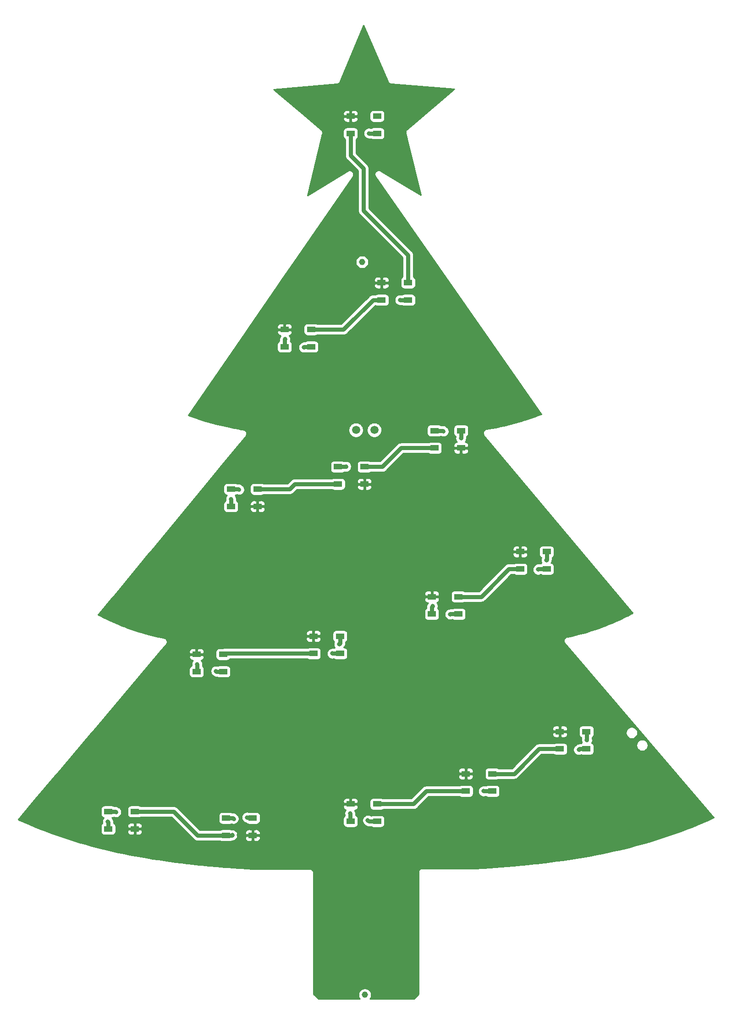
<source format=gbr>
%TF.GenerationSoftware,KiCad,Pcbnew,(5.1.10)-1*%
%TF.CreationDate,2021-10-20T09:03:38+02:00*%
%TF.ProjectId,Drvce,44727663-652e-46b6-9963-61645f706362,rev?*%
%TF.SameCoordinates,Original*%
%TF.FileFunction,Copper,L1,Top*%
%TF.FilePolarity,Positive*%
%FSLAX46Y46*%
G04 Gerber Fmt 4.6, Leading zero omitted, Abs format (unit mm)*
G04 Created by KiCad (PCBNEW (5.1.10)-1) date 2021-10-20 09:03:38*
%MOMM*%
%LPD*%
G01*
G04 APERTURE LIST*
%TA.AperFunction,ComponentPad*%
%ADD10C,1.152000*%
%TD*%
%TA.AperFunction,ComponentPad*%
%ADD11C,1.500000*%
%TD*%
%TA.AperFunction,SMDPad,CuDef*%
%ADD12R,1.500000X1.000000*%
%TD*%
%TA.AperFunction,ViaPad*%
%ADD13C,0.800000*%
%TD*%
%TA.AperFunction,Conductor*%
%ADD14C,0.762000*%
%TD*%
%TA.AperFunction,Conductor*%
%ADD15C,0.254000*%
%TD*%
%TA.AperFunction,Conductor*%
%ADD16C,0.150000*%
%TD*%
G04 APERTURE END LIST*
D10*
%TO.P,REF\u002A\u002A,1*%
%TO.N,N/C*%
X98750000Y-60750000D03*
%TD*%
%TO.P,REF\u002A\u002A,1*%
%TO.N,N/C*%
X99250000Y-196000000D03*
%TD*%
D11*
%TO.P,R3,2*%
%TO.N,+5V*%
X101000000Y-91750000D03*
%TO.P,R3,1*%
%TO.N,PB3_AI*%
X97600000Y-91750000D03*
%TD*%
D12*
%TO.P,D15,1*%
%TO.N,+5V*%
X101510000Y-37033000D03*
%TO.P,D15,2*%
%TO.N,Net-(D15-Pad2)*%
X101510000Y-33833000D03*
%TO.P,D15,4*%
%TO.N,Net-(D14-Pad2)*%
X96610000Y-37033000D03*
%TO.P,D15,3*%
%TO.N,GND*%
X96610000Y-33833000D03*
%TD*%
%TO.P,D14,1*%
%TO.N,+5V*%
X107225000Y-67767000D03*
%TO.P,D14,2*%
%TO.N,Net-(D14-Pad2)*%
X107225000Y-64567000D03*
%TO.P,D14,4*%
%TO.N,Net-(D13-Pad2)*%
X102325000Y-67767000D03*
%TO.P,D14,3*%
%TO.N,GND*%
X102325000Y-64567000D03*
%TD*%
%TO.P,D13,1*%
%TO.N,+5V*%
X89318000Y-76403000D03*
%TO.P,D13,2*%
%TO.N,Net-(D13-Pad2)*%
X89318000Y-73203000D03*
%TO.P,D13,4*%
%TO.N,Net-(D12-Pad2)*%
X84418000Y-76403000D03*
%TO.P,D13,3*%
%TO.N,GND*%
X84418000Y-73203000D03*
%TD*%
%TO.P,D12,1*%
%TO.N,+5V*%
X74512000Y-102667000D03*
%TO.P,D12,2*%
%TO.N,Net-(D12-Pad2)*%
X74512000Y-105867000D03*
%TO.P,D12,4*%
%TO.N,Net-(D11-Pad2)*%
X79412000Y-102667000D03*
%TO.P,D12,3*%
%TO.N,GND*%
X79412000Y-105867000D03*
%TD*%
%TO.P,D11,1*%
%TO.N,+5V*%
X94260500Y-98539500D03*
%TO.P,D11,2*%
%TO.N,Net-(D11-Pad2)*%
X94260500Y-101739500D03*
%TO.P,D11,4*%
%TO.N,Net-(D10-Pad2)*%
X99160500Y-98539500D03*
%TO.P,D11,3*%
%TO.N,GND*%
X99160500Y-101739500D03*
%TD*%
%TO.P,D10,1*%
%TO.N,+5V*%
X112104000Y-91872000D03*
%TO.P,D10,2*%
%TO.N,Net-(D10-Pad2)*%
X112104000Y-95072000D03*
%TO.P,D10,4*%
%TO.N,Net-(D10-Pad4)*%
X117004000Y-91872000D03*
%TO.P,D10,3*%
%TO.N,GND*%
X117004000Y-95072000D03*
%TD*%
%TO.P,D9,1*%
%TO.N,+5V*%
X132828200Y-117411300D03*
%TO.P,D9,2*%
%TO.N,Net-(D10-Pad4)*%
X132828200Y-114211300D03*
%TO.P,D9,4*%
%TO.N,Net-(D8-Pad2)*%
X127928200Y-117411300D03*
%TO.P,D9,3*%
%TO.N,GND*%
X127928200Y-114211300D03*
%TD*%
%TO.P,D8,1*%
%TO.N,+5V*%
X116508700Y-125717100D03*
%TO.P,D8,2*%
%TO.N,Net-(D8-Pad2)*%
X116508700Y-122517100D03*
%TO.P,D8,4*%
%TO.N,Net-(D7-Pad2)*%
X111608700Y-125717100D03*
%TO.P,D8,3*%
%TO.N,GND*%
X111608700Y-122517100D03*
%TD*%
%TO.P,D7,1*%
%TO.N,+5V*%
X140168800Y-150609100D03*
%TO.P,D7,2*%
%TO.N,Net-(D7-Pad2)*%
X140168800Y-147409100D03*
%TO.P,D7,4*%
%TO.N,Net-(D6-Pad2)*%
X135268800Y-150609100D03*
%TO.P,D7,3*%
%TO.N,GND*%
X135268800Y-147409100D03*
%TD*%
%TO.P,D6,1*%
%TO.N,+5V*%
X122782500Y-158394200D03*
%TO.P,D6,2*%
%TO.N,Net-(D6-Pad2)*%
X122782500Y-155194200D03*
%TO.P,D6,4*%
%TO.N,Net-(D5-Pad2)*%
X117882500Y-158394200D03*
%TO.P,D6,3*%
%TO.N,GND*%
X117882500Y-155194200D03*
%TD*%
%TO.P,D5,1*%
%TO.N,+5V*%
X101510000Y-163969500D03*
%TO.P,D5,2*%
%TO.N,Net-(D5-Pad2)*%
X101510000Y-160769500D03*
%TO.P,D5,4*%
%TO.N,Net-(D4-Pad2)*%
X96610000Y-163969500D03*
%TO.P,D5,3*%
%TO.N,GND*%
X96610000Y-160769500D03*
%TD*%
%TO.P,D4,1*%
%TO.N,+5V*%
X94652000Y-133006900D03*
%TO.P,D4,2*%
%TO.N,Net-(D4-Pad2)*%
X94652000Y-129806900D03*
%TO.P,D4,4*%
%TO.N,Net-(D3-Pad2)*%
X89752000Y-133006900D03*
%TO.P,D4,3*%
%TO.N,GND*%
X89752000Y-129806900D03*
%TD*%
%TO.P,D3,1*%
%TO.N,+5V*%
X73062000Y-136347000D03*
%TO.P,D3,2*%
%TO.N,Net-(D3-Pad2)*%
X73062000Y-133147000D03*
%TO.P,D3,4*%
%TO.N,Net-(D2-Pad2)*%
X68162000Y-136347000D03*
%TO.P,D3,3*%
%TO.N,GND*%
X68162000Y-133147000D03*
%TD*%
%TO.P,D2,1*%
%TO.N,+5V*%
X51842500Y-162166500D03*
%TO.P,D2,2*%
%TO.N,Net-(D2-Pad2)*%
X51842500Y-165366500D03*
%TO.P,D2,4*%
%TO.N,Net-(D1-Pad2)*%
X56742500Y-162166500D03*
%TO.P,D2,3*%
%TO.N,GND*%
X56742500Y-165366500D03*
%TD*%
%TO.P,D1,3*%
%TO.N,GND*%
X78523000Y-166573000D03*
%TO.P,D1,4*%
%TO.N,Net-(D1-Pad4)*%
X78523000Y-163373000D03*
%TO.P,D1,2*%
%TO.N,Net-(D1-Pad2)*%
X73623000Y-166573000D03*
%TO.P,D1,1*%
%TO.N,+5V*%
X73623000Y-163373000D03*
%TD*%
D13*
%TO.N,GND*%
X94250000Y-193750000D03*
X94250000Y-183750000D03*
X94250000Y-188750000D03*
X94250000Y-186250000D03*
X94250000Y-191250000D03*
X96750000Y-193750000D03*
X96750000Y-183750000D03*
X96750000Y-188750000D03*
X96750000Y-186250000D03*
X96750000Y-191250000D03*
X99250000Y-193750000D03*
X99250000Y-183750000D03*
X99250000Y-188750000D03*
X99250000Y-186250000D03*
X99250000Y-191250000D03*
X101750000Y-193750000D03*
X101750000Y-183750000D03*
X101750000Y-188750000D03*
X101750000Y-186250000D03*
X101750000Y-191250000D03*
X104250000Y-193750000D03*
X104250000Y-183750000D03*
X104250000Y-188750000D03*
X104250000Y-186250000D03*
X104250000Y-191250000D03*
X106750000Y-188750000D03*
X106750000Y-186250000D03*
X106750000Y-191250000D03*
X99000000Y-34000000D03*
X104750000Y-64750000D03*
X87000000Y-73250000D03*
X114750000Y-95000000D03*
X54250000Y-165000000D03*
X76000000Y-166500000D03*
X99000000Y-161000000D03*
X137750000Y-147500000D03*
X120250000Y-155250000D03*
X70750000Y-133250000D03*
X92250000Y-130000000D03*
X114000000Y-122750000D03*
X130250000Y-114250000D03*
X77000000Y-105750000D03*
X96750000Y-101750000D03*
X106000000Y-114250000D03*
X93500000Y-108000000D03*
X91750000Y-191250000D03*
X91750000Y-188750000D03*
X91750000Y-186250000D03*
X95750000Y-61750000D03*
X108750000Y-74500000D03*
X88500000Y-83000000D03*
X105750000Y-90000000D03*
X105500000Y-101750000D03*
X111000000Y-114000000D03*
X71000000Y-113250000D03*
X92250000Y-122000000D03*
X62000000Y-133750000D03*
X96500000Y-139250000D03*
X119250000Y-132000000D03*
X133250000Y-141000000D03*
X106000000Y-152750000D03*
X78750000Y-156750000D03*
X59000000Y-159000000D03*
X77000000Y-170750000D03*
X114250000Y-171500000D03*
X140750000Y-158000000D03*
X51250000Y-156500000D03*
%TO.N,+5V*%
X100000000Y-37000000D03*
X105750000Y-67750000D03*
X88000000Y-76500000D03*
X76000000Y-102750000D03*
X113750000Y-92000000D03*
X95750000Y-98500000D03*
X131250000Y-117500000D03*
X115000000Y-125750000D03*
X138750000Y-150750000D03*
X121157200Y-158407200D03*
X99787500Y-163787500D03*
X75000000Y-163500000D03*
X53250000Y-162250000D03*
X93250000Y-133000000D03*
X71750000Y-136250000D03*
%TO.N,Net-(D1-Pad4)*%
X77500000Y-163250000D03*
%TO.N,Net-(D1-Pad2)*%
X74750000Y-166500000D03*
%TO.N,Net-(D2-Pad2)*%
X51750000Y-164000000D03*
X68250000Y-135000000D03*
%TO.N,Net-(D4-Pad2)*%
X94500000Y-131250000D03*
X96500000Y-162500000D03*
%TO.N,Net-(D10-Pad4)*%
X117000000Y-93250000D03*
X132750000Y-115750000D03*
%TO.N,Net-(D12-Pad2)*%
X84500000Y-75000000D03*
X74500000Y-104500000D03*
%TO.N,Net-(D7-Pad2)*%
X111750000Y-124250000D03*
X140250000Y-149000000D03*
%TD*%
D14*
%TO.N,+5V*%
X100033000Y-37033000D02*
X100000000Y-37000000D01*
X101510000Y-37033000D02*
X100033000Y-37033000D01*
X107208000Y-67750000D02*
X107225000Y-67767000D01*
X105750000Y-67750000D02*
X107208000Y-67750000D01*
X88097000Y-76403000D02*
X88000000Y-76500000D01*
X89318000Y-76403000D02*
X88097000Y-76403000D01*
X75917000Y-102667000D02*
X76000000Y-102750000D01*
X74512000Y-102667000D02*
X75917000Y-102667000D01*
X113622000Y-91872000D02*
X113750000Y-92000000D01*
X112104000Y-91872000D02*
X113622000Y-91872000D01*
X95710500Y-98539500D02*
X95750000Y-98500000D01*
X94260500Y-98539500D02*
X95710500Y-98539500D01*
X131338700Y-117411300D02*
X131250000Y-117500000D01*
X132828200Y-117411300D02*
X131338700Y-117411300D01*
X115032900Y-125717100D02*
X115000000Y-125750000D01*
X116508700Y-125717100D02*
X115032900Y-125717100D01*
X138890900Y-150609100D02*
X138750000Y-150750000D01*
X140168800Y-150609100D02*
X138890900Y-150609100D01*
X121170200Y-158394200D02*
X121157200Y-158407200D01*
X122782500Y-158394200D02*
X121170200Y-158394200D01*
X99969500Y-163969500D02*
X99787500Y-163787500D01*
X101510000Y-163969500D02*
X99969500Y-163969500D01*
X74873000Y-163373000D02*
X75000000Y-163500000D01*
X53166500Y-162166500D02*
X53250000Y-162250000D01*
X93256900Y-133006900D02*
X93250000Y-133000000D01*
X94652000Y-133006900D02*
X93256900Y-133006900D01*
X71847000Y-136347000D02*
X71750000Y-136250000D01*
X73062000Y-136347000D02*
X71847000Y-136347000D01*
X73623000Y-163373000D02*
X74873000Y-163373000D01*
X51842500Y-162166500D02*
X53166500Y-162166500D01*
%TO.N,Net-(D1-Pad4)*%
X78400000Y-163250000D02*
X78523000Y-163373000D01*
X77500000Y-163250000D02*
X78400000Y-163250000D01*
%TO.N,Net-(D1-Pad2)*%
X74677000Y-166573000D02*
X74750000Y-166500000D01*
X73623000Y-166573000D02*
X74677000Y-166573000D01*
X56742500Y-162166500D02*
X63916500Y-162166500D01*
X68323000Y-166573000D02*
X73623000Y-166573000D01*
X63916500Y-162166500D02*
X68323000Y-166573000D01*
%TO.N,Net-(D2-Pad2)*%
X51842500Y-164092500D02*
X51750000Y-164000000D01*
X51842500Y-165366500D02*
X51842500Y-164092500D01*
X68250000Y-136259000D02*
X68162000Y-136347000D01*
X68250000Y-135000000D02*
X68250000Y-136259000D01*
%TO.N,Net-(D3-Pad2)*%
X73202100Y-133006900D02*
X73062000Y-133147000D01*
X89752000Y-133006900D02*
X73202100Y-133006900D01*
%TO.N,Net-(D4-Pad2)*%
X94652000Y-131098000D02*
X94500000Y-131250000D01*
X94652000Y-129806900D02*
X94652000Y-131098000D01*
X96500000Y-163859500D02*
X96610000Y-163969500D01*
X96500000Y-162500000D02*
X96500000Y-163859500D01*
%TO.N,Net-(D5-Pad2)*%
X101510000Y-160769500D02*
X108230500Y-160769500D01*
X110605800Y-158394200D02*
X117882500Y-158394200D01*
X108230500Y-160769500D02*
X110605800Y-158394200D01*
%TO.N,Net-(D10-Pad4)*%
X117004000Y-93246000D02*
X117000000Y-93250000D01*
X117004000Y-91872000D02*
X117004000Y-93246000D01*
X132828200Y-115671800D02*
X132750000Y-115750000D01*
X132828200Y-114211300D02*
X132828200Y-115671800D01*
%TO.N,Net-(D10-Pad2)*%
X99160500Y-98539500D02*
X102460500Y-98539500D01*
X105928000Y-95072000D02*
X112104000Y-95072000D01*
X102460500Y-98539500D02*
X105928000Y-95072000D01*
%TO.N,Net-(D11-Pad2)*%
X79412000Y-102667000D02*
X85333000Y-102667000D01*
X86260500Y-101739500D02*
X94260500Y-101739500D01*
X85333000Y-102667000D02*
X86260500Y-101739500D01*
%TO.N,Net-(D12-Pad2)*%
X84418000Y-75082000D02*
X84500000Y-75000000D01*
X84418000Y-76403000D02*
X84418000Y-75082000D01*
X74500000Y-105855000D02*
X74512000Y-105867000D01*
X74500000Y-104500000D02*
X74500000Y-105855000D01*
%TO.N,Net-(D13-Pad2)*%
X102325000Y-67767000D02*
X100733000Y-67767000D01*
X95297000Y-73203000D02*
X89318000Y-73203000D01*
X100733000Y-67767000D02*
X95297000Y-73203000D01*
%TO.N,Net-(D14-Pad2)*%
X107225000Y-64567000D02*
X107225000Y-59475000D01*
X107225000Y-59475000D02*
X99000000Y-51250000D01*
X99000000Y-51250000D02*
X99000000Y-43500000D01*
X96610000Y-41110000D02*
X96610000Y-37033000D01*
X99000000Y-43500000D02*
X96610000Y-41110000D01*
%TO.N,Net-(D6-Pad2)*%
X122782500Y-155194200D02*
X126805800Y-155194200D01*
X131390900Y-150609100D02*
X135268800Y-150609100D01*
X126805800Y-155194200D02*
X131390900Y-150609100D01*
%TO.N,Net-(D7-Pad2)*%
X111608700Y-124391300D02*
X111750000Y-124250000D01*
X111608700Y-125717100D02*
X111608700Y-124391300D01*
X140250000Y-147490300D02*
X140168800Y-147409100D01*
X140250000Y-149000000D02*
X140250000Y-147490300D01*
%TO.N,Net-(D8-Pad2)*%
X127928200Y-117411300D02*
X125838700Y-117411300D01*
X120732900Y-122517100D02*
X116508700Y-122517100D01*
X125838700Y-117411300D02*
X120732900Y-122517100D01*
%TD*%
D15*
%TO.N,GND*%
X103437297Y-27373560D02*
X103437943Y-27376520D01*
X103465594Y-27439927D01*
X103478655Y-27470559D01*
X103480114Y-27473221D01*
X103495818Y-27509233D01*
X103514801Y-27536534D01*
X103530789Y-27565716D01*
X103556043Y-27595848D01*
X103578471Y-27628103D01*
X103602416Y-27651177D01*
X103623790Y-27676679D01*
X103654432Y-27701301D01*
X103682727Y-27728566D01*
X103710720Y-27746529D01*
X103736652Y-27767366D01*
X103771505Y-27785535D01*
X103804579Y-27806758D01*
X103835540Y-27818915D01*
X103865037Y-27834292D01*
X103902761Y-27845311D01*
X103939344Y-27859676D01*
X103972083Y-27865560D01*
X104004012Y-27874886D01*
X104043164Y-27878334D01*
X104046136Y-27878868D01*
X104079154Y-27881503D01*
X104148237Y-27887587D01*
X104151256Y-27887258D01*
X115759638Y-28813765D01*
X107044262Y-36240760D01*
X107036323Y-36245458D01*
X106989222Y-36287664D01*
X106968705Y-36305148D01*
X106962348Y-36311745D01*
X106928496Y-36342079D01*
X106912222Y-36363764D01*
X106893417Y-36383279D01*
X106868877Y-36421521D01*
X106841592Y-36457878D01*
X106829862Y-36482320D01*
X106815224Y-36505131D01*
X106798614Y-36547430D01*
X106778949Y-36588407D01*
X106772214Y-36614665D01*
X106762306Y-36639896D01*
X106754267Y-36684627D01*
X106742975Y-36728649D01*
X106741492Y-36755716D01*
X106736697Y-36782395D01*
X106737539Y-36827836D01*
X106735052Y-36873213D01*
X106738877Y-36900045D01*
X106739379Y-36927152D01*
X106749071Y-36971561D01*
X106750364Y-36980630D01*
X106756764Y-37006809D01*
X106770251Y-37068605D01*
X106773939Y-37077062D01*
X109540328Y-48392761D01*
X102206964Y-43940638D01*
X102185056Y-43923402D01*
X102145235Y-43903162D01*
X102138057Y-43898804D01*
X102113044Y-43886800D01*
X102055989Y-43857800D01*
X102047856Y-43855515D01*
X102040236Y-43851858D01*
X101978230Y-43835953D01*
X101916604Y-43818638D01*
X101908178Y-43817983D01*
X101899994Y-43815884D01*
X101836085Y-43812381D01*
X101772258Y-43807421D01*
X101763868Y-43808422D01*
X101755430Y-43807960D01*
X101692062Y-43816993D01*
X101628495Y-43824581D01*
X101620459Y-43827201D01*
X101612096Y-43828393D01*
X101551716Y-43849612D01*
X101490844Y-43869457D01*
X101483475Y-43873593D01*
X101475503Y-43876395D01*
X101420402Y-43908998D01*
X101364592Y-43940326D01*
X101358174Y-43945818D01*
X101350899Y-43950123D01*
X101303223Y-43992845D01*
X101254592Y-44034463D01*
X101249366Y-44041106D01*
X101243074Y-44046744D01*
X101204663Y-44097926D01*
X101165070Y-44148252D01*
X101161240Y-44155787D01*
X101156170Y-44162543D01*
X101128476Y-44220247D01*
X101099468Y-44277319D01*
X101097183Y-44285452D01*
X101093526Y-44293072D01*
X101077621Y-44355078D01*
X101060306Y-44416704D01*
X101059651Y-44425130D01*
X101057552Y-44433314D01*
X101054049Y-44497223D01*
X101049089Y-44561050D01*
X101050090Y-44569440D01*
X101049628Y-44577878D01*
X101058661Y-44641246D01*
X101066249Y-44704813D01*
X101068869Y-44712849D01*
X101070061Y-44721212D01*
X101091280Y-44781592D01*
X101111125Y-44842464D01*
X101115261Y-44849833D01*
X101118063Y-44857805D01*
X101150670Y-44912912D01*
X101164236Y-44937080D01*
X101169038Y-44943956D01*
X101191791Y-44982409D01*
X101210398Y-45003173D01*
X131818212Y-88826785D01*
X131754267Y-88851266D01*
X131521421Y-88939024D01*
X131265446Y-89033930D01*
X130987224Y-89135319D01*
X130687711Y-89242499D01*
X130367850Y-89354779D01*
X130028554Y-89471486D01*
X129670736Y-89591940D01*
X129295542Y-89715389D01*
X128903738Y-89841202D01*
X128496265Y-89968697D01*
X128074159Y-90097157D01*
X127638427Y-90225880D01*
X127189983Y-90354192D01*
X126729724Y-90481423D01*
X126258743Y-90606850D01*
X125777873Y-90729824D01*
X125288077Y-90849658D01*
X124790502Y-90965626D01*
X124285970Y-91077083D01*
X123775480Y-91183342D01*
X123259960Y-91283733D01*
X122740512Y-91377559D01*
X122218074Y-91464155D01*
X121738499Y-91536122D01*
X121717477Y-91536320D01*
X121575749Y-91565900D01*
X121442514Y-91622562D01*
X121322894Y-91704127D01*
X121221485Y-91807462D01*
X121142184Y-91928595D01*
X121088039Y-92062872D01*
X121061130Y-92205132D01*
X121062492Y-92349907D01*
X121092072Y-92491635D01*
X121148734Y-92624870D01*
X121209860Y-92714515D01*
X148673606Y-125544572D01*
X148627209Y-125569549D01*
X148386997Y-125696757D01*
X148118691Y-125836423D01*
X147823402Y-125987382D01*
X147502047Y-126148576D01*
X147155545Y-126318934D01*
X146785260Y-126497178D01*
X146391987Y-126682304D01*
X145976781Y-126873179D01*
X145540737Y-127068660D01*
X145084917Y-127267614D01*
X144610373Y-127468922D01*
X144118034Y-127671513D01*
X143609151Y-127874185D01*
X143084519Y-128075921D01*
X142545385Y-128275532D01*
X141992667Y-128471953D01*
X141427619Y-128664002D01*
X140851105Y-128850636D01*
X140264222Y-129030737D01*
X139668134Y-129203168D01*
X139063882Y-129366839D01*
X138452491Y-129520666D01*
X137835020Y-129663563D01*
X137212683Y-129794413D01*
X136637688Y-129902530D01*
X136625830Y-129902785D01*
X136484470Y-129934083D01*
X136351933Y-129992356D01*
X136233312Y-130075367D01*
X136133164Y-130179924D01*
X136055338Y-130302011D01*
X136002826Y-130436935D01*
X135977645Y-130579511D01*
X135980763Y-130724258D01*
X136012061Y-130865618D01*
X136070334Y-130998155D01*
X136132544Y-131087052D01*
X163699561Y-163239765D01*
X163574791Y-163298867D01*
X162581395Y-163752588D01*
X161584434Y-164191462D01*
X160584218Y-164615662D01*
X159580603Y-165025549D01*
X158573715Y-165421374D01*
X157563633Y-165803406D01*
X156550476Y-166171901D01*
X155534220Y-166527164D01*
X154514941Y-166869463D01*
X153492878Y-167199019D01*
X152467899Y-167516166D01*
X151440090Y-167821171D01*
X150409700Y-168114256D01*
X149376650Y-168395734D01*
X148340892Y-168665908D01*
X147302903Y-168924944D01*
X146262245Y-169173242D01*
X145219435Y-169410967D01*
X144174272Y-169638455D01*
X143126994Y-169855939D01*
X142077504Y-170063727D01*
X141026056Y-170262055D01*
X139972662Y-170451210D01*
X138917176Y-170631497D01*
X137860159Y-170803108D01*
X136801171Y-170966400D01*
X135740683Y-171121582D01*
X134678455Y-171268974D01*
X133614930Y-171408796D01*
X132549741Y-171541381D01*
X131482399Y-171667064D01*
X131128496Y-171707204D01*
X130773879Y-171746677D01*
X130418418Y-171785506D01*
X130063301Y-171823570D01*
X129707590Y-171860980D01*
X129352436Y-171897627D01*
X128996904Y-171933616D01*
X128640868Y-171968971D01*
X128285058Y-172003629D01*
X127929087Y-172037639D01*
X127573310Y-172070977D01*
X127216848Y-172103736D01*
X126860468Y-172135856D01*
X126504025Y-172167359D01*
X126147718Y-172198238D01*
X125791339Y-172228524D01*
X125433948Y-172258303D01*
X125077618Y-172287415D01*
X124720794Y-172315998D01*
X124363735Y-172344039D01*
X124006055Y-172371581D01*
X123649089Y-172398528D01*
X123291934Y-172424963D01*
X122935345Y-172450839D01*
X122577258Y-172476316D01*
X122220322Y-172501215D01*
X121862733Y-172525673D01*
X121504753Y-172549681D01*
X121147039Y-172573205D01*
X120789430Y-172596267D01*
X120432319Y-172618852D01*
X120432308Y-172618853D01*
X120096347Y-172639694D01*
X109891105Y-172639694D01*
X109855000Y-172636138D01*
X109818895Y-172639694D01*
X109710915Y-172650329D01*
X109572367Y-172692357D01*
X109444680Y-172760607D01*
X109332762Y-172852456D01*
X109240913Y-172964374D01*
X109172663Y-173092061D01*
X109130635Y-173230609D01*
X109116444Y-173374694D01*
X109120001Y-173410809D01*
X109120000Y-195910553D01*
X108280554Y-196750000D01*
X100205325Y-196750000D01*
X100323175Y-196573624D01*
X100414462Y-196353236D01*
X100461000Y-196119273D01*
X100461000Y-195880727D01*
X100414462Y-195646764D01*
X100323175Y-195426376D01*
X100190646Y-195228032D01*
X100021968Y-195059354D01*
X99823624Y-194926825D01*
X99603236Y-194835538D01*
X99369273Y-194789000D01*
X99130727Y-194789000D01*
X98896764Y-194835538D01*
X98676376Y-194926825D01*
X98478032Y-195059354D01*
X98309354Y-195228032D01*
X98176825Y-195426376D01*
X98085538Y-195646764D01*
X98039000Y-195880727D01*
X98039000Y-196119273D01*
X98085538Y-196353236D01*
X98176825Y-196573624D01*
X98294675Y-196750000D01*
X90664947Y-196750000D01*
X89762000Y-195847054D01*
X89762000Y-173491304D01*
X89765551Y-173453901D01*
X89758348Y-173383314D01*
X89751365Y-173312414D01*
X89750985Y-173311162D01*
X89750853Y-173309866D01*
X89730009Y-173242012D01*
X89709337Y-173173866D01*
X89708721Y-173172713D01*
X89708338Y-173171467D01*
X89674657Y-173108983D01*
X89641087Y-173046179D01*
X89640257Y-173045168D01*
X89639639Y-173044021D01*
X89594414Y-172989308D01*
X89549237Y-172934261D01*
X89548226Y-172933432D01*
X89547396Y-172932427D01*
X89492300Y-172887534D01*
X89437319Y-172842412D01*
X89436169Y-172841797D01*
X89435156Y-172840972D01*
X89372304Y-172807661D01*
X89309632Y-172774162D01*
X89308383Y-172773783D01*
X89307230Y-172773172D01*
X89239167Y-172752787D01*
X89171084Y-172732134D01*
X89169783Y-172732006D01*
X89168535Y-172731632D01*
X89097894Y-172724925D01*
X89027000Y-172717943D01*
X88989600Y-172721627D01*
X78855927Y-172757286D01*
X78519779Y-172738357D01*
X78161452Y-172717745D01*
X77803772Y-172696725D01*
X77445473Y-172675213D01*
X77088300Y-172653304D01*
X76730081Y-172630853D01*
X76372369Y-172607948D01*
X76015316Y-172584590D01*
X75657131Y-172560650D01*
X75300233Y-172536279D01*
X74943015Y-172511359D01*
X74585194Y-172485858D01*
X74228225Y-172459869D01*
X73871205Y-172433317D01*
X73513992Y-172406182D01*
X73156759Y-172378465D01*
X72800378Y-172350224D01*
X72443509Y-172321344D01*
X72086805Y-172291865D01*
X71730218Y-172261775D01*
X71374041Y-172231088D01*
X71017595Y-172199734D01*
X70661263Y-172167739D01*
X70304883Y-172135073D01*
X69949525Y-172101828D01*
X69593131Y-172067802D01*
X69237806Y-172033182D01*
X68881607Y-171997771D01*
X68526304Y-171961733D01*
X68170944Y-171924962D01*
X67815397Y-171887432D01*
X67461418Y-171849323D01*
X66393579Y-171729743D01*
X65327684Y-171603230D01*
X64263204Y-171469444D01*
X63200293Y-171328122D01*
X62138881Y-171178972D01*
X61079123Y-171021735D01*
X60021006Y-170856124D01*
X58964516Y-170681851D01*
X57910157Y-170498715D01*
X56857427Y-170306346D01*
X55806947Y-170104571D01*
X54758252Y-169893014D01*
X53711974Y-169671517D01*
X52667668Y-169439699D01*
X51625811Y-169197376D01*
X50586240Y-168944224D01*
X49549019Y-168679968D01*
X48514352Y-168404369D01*
X47482291Y-168117152D01*
X46452789Y-167818011D01*
X45425963Y-167506688D01*
X44402037Y-167182958D01*
X43380923Y-166846498D01*
X42362633Y-166497019D01*
X41347377Y-166134295D01*
X40335138Y-165758022D01*
X39326028Y-165367942D01*
X38320140Y-164963794D01*
X37317396Y-164545244D01*
X36318058Y-164112099D01*
X35322061Y-163664028D01*
X35196942Y-163605631D01*
X36840443Y-161666500D01*
X50454428Y-161666500D01*
X50454428Y-162666500D01*
X50466688Y-162790982D01*
X50502998Y-162910680D01*
X50561963Y-163020994D01*
X50641315Y-163117685D01*
X50738006Y-163197037D01*
X50848320Y-163256002D01*
X50968018Y-163292312D01*
X50991650Y-163294639D01*
X50946063Y-163340226D01*
X50832795Y-163509744D01*
X50754774Y-163698102D01*
X50715000Y-163898061D01*
X50715000Y-164101939D01*
X50754774Y-164301898D01*
X50763287Y-164322450D01*
X50738006Y-164335963D01*
X50641315Y-164415315D01*
X50561963Y-164512006D01*
X50502998Y-164622320D01*
X50466688Y-164742018D01*
X50454428Y-164866500D01*
X50454428Y-165866500D01*
X50466688Y-165990982D01*
X50502998Y-166110680D01*
X50561963Y-166220994D01*
X50641315Y-166317685D01*
X50738006Y-166397037D01*
X50848320Y-166456002D01*
X50968018Y-166492312D01*
X51092500Y-166504572D01*
X52592500Y-166504572D01*
X52716982Y-166492312D01*
X52836680Y-166456002D01*
X52946994Y-166397037D01*
X53043685Y-166317685D01*
X53123037Y-166220994D01*
X53182002Y-166110680D01*
X53218312Y-165990982D01*
X53230572Y-165866500D01*
X55354428Y-165866500D01*
X55366688Y-165990982D01*
X55402998Y-166110680D01*
X55461963Y-166220994D01*
X55541315Y-166317685D01*
X55638006Y-166397037D01*
X55748320Y-166456002D01*
X55868018Y-166492312D01*
X55992500Y-166504572D01*
X56456750Y-166501500D01*
X56615500Y-166342750D01*
X56615500Y-165493500D01*
X56869500Y-165493500D01*
X56869500Y-166342750D01*
X57028250Y-166501500D01*
X57492500Y-166504572D01*
X57616982Y-166492312D01*
X57736680Y-166456002D01*
X57846994Y-166397037D01*
X57943685Y-166317685D01*
X58023037Y-166220994D01*
X58082002Y-166110680D01*
X58118312Y-165990982D01*
X58130572Y-165866500D01*
X58127500Y-165652250D01*
X57968750Y-165493500D01*
X56869500Y-165493500D01*
X56615500Y-165493500D01*
X55516250Y-165493500D01*
X55357500Y-165652250D01*
X55354428Y-165866500D01*
X53230572Y-165866500D01*
X53230572Y-164866500D01*
X55354428Y-164866500D01*
X55357500Y-165080750D01*
X55516250Y-165239500D01*
X56615500Y-165239500D01*
X56615500Y-164390250D01*
X56869500Y-164390250D01*
X56869500Y-165239500D01*
X57968750Y-165239500D01*
X58127500Y-165080750D01*
X58130572Y-164866500D01*
X58118312Y-164742018D01*
X58082002Y-164622320D01*
X58023037Y-164512006D01*
X57943685Y-164415315D01*
X57846994Y-164335963D01*
X57736680Y-164276998D01*
X57616982Y-164240688D01*
X57492500Y-164228428D01*
X57028250Y-164231500D01*
X56869500Y-164390250D01*
X56615500Y-164390250D01*
X56456750Y-164231500D01*
X55992500Y-164228428D01*
X55868018Y-164240688D01*
X55748320Y-164276998D01*
X55638006Y-164335963D01*
X55541315Y-164415315D01*
X55461963Y-164512006D01*
X55402998Y-164622320D01*
X55366688Y-164742018D01*
X55354428Y-164866500D01*
X53230572Y-164866500D01*
X53218312Y-164742018D01*
X53182002Y-164622320D01*
X53123037Y-164512006D01*
X53043685Y-164415315D01*
X52946994Y-164335963D01*
X52858500Y-164288661D01*
X52858500Y-164142402D01*
X52863415Y-164092500D01*
X52848413Y-163940189D01*
X52843798Y-163893329D01*
X52785702Y-163701813D01*
X52691360Y-163525310D01*
X52617343Y-163435120D01*
X52553937Y-163340226D01*
X52518283Y-163304572D01*
X52592500Y-163304572D01*
X52716982Y-163292312D01*
X52836680Y-163256002D01*
X52896685Y-163223928D01*
X52948102Y-163245226D01*
X53148061Y-163285000D01*
X53351939Y-163285000D01*
X53551898Y-163245226D01*
X53740256Y-163167205D01*
X53909774Y-163053937D01*
X54053937Y-162909774D01*
X54167205Y-162740256D01*
X54245226Y-162551898D01*
X54285000Y-162351939D01*
X54285000Y-162148061D01*
X54245226Y-161948102D01*
X54167205Y-161759744D01*
X54104902Y-161666500D01*
X55354428Y-161666500D01*
X55354428Y-162666500D01*
X55366688Y-162790982D01*
X55402998Y-162910680D01*
X55461963Y-163020994D01*
X55541315Y-163117685D01*
X55638006Y-163197037D01*
X55748320Y-163256002D01*
X55868018Y-163292312D01*
X55992500Y-163304572D01*
X57492500Y-163304572D01*
X57616982Y-163292312D01*
X57736680Y-163256002D01*
X57846994Y-163197037D01*
X57864707Y-163182500D01*
X63495660Y-163182500D01*
X67569292Y-167256133D01*
X67601104Y-167294896D01*
X67755810Y-167421860D01*
X67932313Y-167516202D01*
X68084808Y-167562461D01*
X68123829Y-167574298D01*
X68322999Y-167593915D01*
X68372901Y-167589000D01*
X72500793Y-167589000D01*
X72518506Y-167603537D01*
X72628820Y-167662502D01*
X72748518Y-167698812D01*
X72873000Y-167711072D01*
X74373000Y-167711072D01*
X74497482Y-167698812D01*
X74617180Y-167662502D01*
X74727494Y-167603537D01*
X74747704Y-167586951D01*
X74876171Y-167574298D01*
X75067687Y-167516202D01*
X75244190Y-167421860D01*
X75291951Y-167382664D01*
X75409774Y-167303937D01*
X75553937Y-167159774D01*
X75611917Y-167073000D01*
X77134928Y-167073000D01*
X77147188Y-167197482D01*
X77183498Y-167317180D01*
X77242463Y-167427494D01*
X77321815Y-167524185D01*
X77418506Y-167603537D01*
X77528820Y-167662502D01*
X77648518Y-167698812D01*
X77773000Y-167711072D01*
X78237250Y-167708000D01*
X78396000Y-167549250D01*
X78396000Y-166700000D01*
X78650000Y-166700000D01*
X78650000Y-167549250D01*
X78808750Y-167708000D01*
X79273000Y-167711072D01*
X79397482Y-167698812D01*
X79517180Y-167662502D01*
X79627494Y-167603537D01*
X79724185Y-167524185D01*
X79803537Y-167427494D01*
X79862502Y-167317180D01*
X79898812Y-167197482D01*
X79911072Y-167073000D01*
X79908000Y-166858750D01*
X79749250Y-166700000D01*
X78650000Y-166700000D01*
X78396000Y-166700000D01*
X77296750Y-166700000D01*
X77138000Y-166858750D01*
X77134928Y-167073000D01*
X75611917Y-167073000D01*
X75667205Y-166990256D01*
X75745226Y-166801898D01*
X75785000Y-166601939D01*
X75785000Y-166398061D01*
X75745226Y-166198102D01*
X75693407Y-166073000D01*
X77134928Y-166073000D01*
X77138000Y-166287250D01*
X77296750Y-166446000D01*
X78396000Y-166446000D01*
X78396000Y-165596750D01*
X78650000Y-165596750D01*
X78650000Y-166446000D01*
X79749250Y-166446000D01*
X79908000Y-166287250D01*
X79911072Y-166073000D01*
X79898812Y-165948518D01*
X79862502Y-165828820D01*
X79803537Y-165718506D01*
X79724185Y-165621815D01*
X79627494Y-165542463D01*
X79517180Y-165483498D01*
X79397482Y-165447188D01*
X79273000Y-165434928D01*
X78808750Y-165438000D01*
X78650000Y-165596750D01*
X78396000Y-165596750D01*
X78237250Y-165438000D01*
X77773000Y-165434928D01*
X77648518Y-165447188D01*
X77528820Y-165483498D01*
X77418506Y-165542463D01*
X77321815Y-165621815D01*
X77242463Y-165718506D01*
X77183498Y-165828820D01*
X77147188Y-165948518D01*
X77134928Y-166073000D01*
X75693407Y-166073000D01*
X75667205Y-166009744D01*
X75553937Y-165840226D01*
X75409774Y-165696063D01*
X75240256Y-165582795D01*
X75051898Y-165504774D01*
X74851939Y-165465000D01*
X74648061Y-165465000D01*
X74592580Y-165476036D01*
X74497482Y-165447188D01*
X74373000Y-165434928D01*
X72873000Y-165434928D01*
X72748518Y-165447188D01*
X72628820Y-165483498D01*
X72518506Y-165542463D01*
X72500793Y-165557000D01*
X68743841Y-165557000D01*
X66059841Y-162873000D01*
X72234928Y-162873000D01*
X72234928Y-163873000D01*
X72247188Y-163997482D01*
X72283498Y-164117180D01*
X72342463Y-164227494D01*
X72421815Y-164324185D01*
X72518506Y-164403537D01*
X72628820Y-164462502D01*
X72748518Y-164498812D01*
X72873000Y-164511072D01*
X74373000Y-164511072D01*
X74497482Y-164498812D01*
X74617180Y-164462502D01*
X74618018Y-164462054D01*
X74698102Y-164495226D01*
X74898061Y-164535000D01*
X75101939Y-164535000D01*
X75301898Y-164495226D01*
X75490256Y-164417205D01*
X75659774Y-164303937D01*
X75803937Y-164159774D01*
X75917205Y-163990256D01*
X75995226Y-163801898D01*
X76035000Y-163601939D01*
X76035000Y-163398061D01*
X75995226Y-163198102D01*
X75974499Y-163148061D01*
X76465000Y-163148061D01*
X76465000Y-163351939D01*
X76504774Y-163551898D01*
X76582795Y-163740256D01*
X76696063Y-163909774D01*
X76840226Y-164053937D01*
X77009744Y-164167205D01*
X77198102Y-164245226D01*
X77268508Y-164259231D01*
X77321815Y-164324185D01*
X77418506Y-164403537D01*
X77528820Y-164462502D01*
X77648518Y-164498812D01*
X77773000Y-164511072D01*
X79273000Y-164511072D01*
X79397482Y-164498812D01*
X79517180Y-164462502D01*
X79627494Y-164403537D01*
X79724185Y-164324185D01*
X79803537Y-164227494D01*
X79862502Y-164117180D01*
X79898812Y-163997482D01*
X79911072Y-163873000D01*
X79911072Y-162873000D01*
X79898812Y-162748518D01*
X79862502Y-162628820D01*
X79803537Y-162518506D01*
X79724185Y-162421815D01*
X79627494Y-162342463D01*
X79517180Y-162283498D01*
X79397482Y-162247188D01*
X79273000Y-162234928D01*
X78459324Y-162234928D01*
X78449902Y-162234000D01*
X78400000Y-162229085D01*
X78350098Y-162234000D01*
X77697459Y-162234000D01*
X77601939Y-162215000D01*
X77398061Y-162215000D01*
X77198102Y-162254774D01*
X77009744Y-162332795D01*
X76840226Y-162446063D01*
X76696063Y-162590226D01*
X76582795Y-162759744D01*
X76504774Y-162948102D01*
X76465000Y-163148061D01*
X75974499Y-163148061D01*
X75917205Y-163009744D01*
X75803937Y-162840226D01*
X75659774Y-162696063D01*
X75597820Y-162654667D01*
X75594896Y-162651104D01*
X75440190Y-162524140D01*
X75263687Y-162429798D01*
X75072171Y-162371702D01*
X74922902Y-162357000D01*
X74873000Y-162352085D01*
X74823098Y-162357000D01*
X74745207Y-162357000D01*
X74727494Y-162342463D01*
X74617180Y-162283498D01*
X74497482Y-162247188D01*
X74373000Y-162234928D01*
X72873000Y-162234928D01*
X72748518Y-162247188D01*
X72628820Y-162283498D01*
X72518506Y-162342463D01*
X72421815Y-162421815D01*
X72342463Y-162518506D01*
X72283498Y-162628820D01*
X72247188Y-162748518D01*
X72234928Y-162873000D01*
X66059841Y-162873000D01*
X64670212Y-161483372D01*
X64638396Y-161444604D01*
X64483690Y-161317640D01*
X64393626Y-161269500D01*
X95221928Y-161269500D01*
X95234188Y-161393982D01*
X95270498Y-161513680D01*
X95329463Y-161623994D01*
X95408815Y-161720685D01*
X95505506Y-161800037D01*
X95615820Y-161859002D01*
X95672108Y-161876077D01*
X95582795Y-162009744D01*
X95504774Y-162198102D01*
X95465000Y-162398061D01*
X95465000Y-162601939D01*
X95484000Y-162697460D01*
X95484000Y-162956612D01*
X95408815Y-163018315D01*
X95329463Y-163115006D01*
X95270498Y-163225320D01*
X95234188Y-163345018D01*
X95221928Y-163469500D01*
X95221928Y-164469500D01*
X95234188Y-164593982D01*
X95270498Y-164713680D01*
X95329463Y-164823994D01*
X95408815Y-164920685D01*
X95505506Y-165000037D01*
X95615820Y-165059002D01*
X95735518Y-165095312D01*
X95860000Y-165107572D01*
X97360000Y-165107572D01*
X97484482Y-165095312D01*
X97604180Y-165059002D01*
X97714494Y-165000037D01*
X97811185Y-164920685D01*
X97890537Y-164823994D01*
X97949502Y-164713680D01*
X97985812Y-164593982D01*
X97998072Y-164469500D01*
X97998072Y-163685561D01*
X98752500Y-163685561D01*
X98752500Y-163889439D01*
X98792274Y-164089398D01*
X98870295Y-164277756D01*
X98983563Y-164447274D01*
X99127726Y-164591437D01*
X99208706Y-164645546D01*
X99215787Y-164652627D01*
X99247604Y-164691396D01*
X99402310Y-164818360D01*
X99578813Y-164912702D01*
X99770329Y-164970798D01*
X99919598Y-164985500D01*
X99969500Y-164990415D01*
X100019402Y-164985500D01*
X100387793Y-164985500D01*
X100405506Y-165000037D01*
X100515820Y-165059002D01*
X100635518Y-165095312D01*
X100760000Y-165107572D01*
X102260000Y-165107572D01*
X102384482Y-165095312D01*
X102504180Y-165059002D01*
X102614494Y-165000037D01*
X102711185Y-164920685D01*
X102790537Y-164823994D01*
X102849502Y-164713680D01*
X102885812Y-164593982D01*
X102898072Y-164469500D01*
X102898072Y-163469500D01*
X102885812Y-163345018D01*
X102849502Y-163225320D01*
X102790537Y-163115006D01*
X102711185Y-163018315D01*
X102614494Y-162938963D01*
X102504180Y-162879998D01*
X102384482Y-162843688D01*
X102260000Y-162831428D01*
X100760000Y-162831428D01*
X100635518Y-162843688D01*
X100515820Y-162879998D01*
X100405506Y-162938963D01*
X100394295Y-162948164D01*
X100277756Y-162870295D01*
X100089398Y-162792274D01*
X99889439Y-162752500D01*
X99685561Y-162752500D01*
X99485602Y-162792274D01*
X99297244Y-162870295D01*
X99127726Y-162983563D01*
X98983563Y-163127726D01*
X98870295Y-163297244D01*
X98792274Y-163485602D01*
X98752500Y-163685561D01*
X97998072Y-163685561D01*
X97998072Y-163469500D01*
X97985812Y-163345018D01*
X97949502Y-163225320D01*
X97890537Y-163115006D01*
X97811185Y-163018315D01*
X97714494Y-162938963D01*
X97604180Y-162879998D01*
X97516000Y-162853249D01*
X97516000Y-162697459D01*
X97535000Y-162601939D01*
X97535000Y-162398061D01*
X97495226Y-162198102D01*
X97417205Y-162009744D01*
X97348887Y-161907498D01*
X97360000Y-161907572D01*
X97484482Y-161895312D01*
X97604180Y-161859002D01*
X97714494Y-161800037D01*
X97811185Y-161720685D01*
X97890537Y-161623994D01*
X97949502Y-161513680D01*
X97985812Y-161393982D01*
X97998072Y-161269500D01*
X97995000Y-161055250D01*
X97836250Y-160896500D01*
X96737000Y-160896500D01*
X96737000Y-160916500D01*
X96483000Y-160916500D01*
X96483000Y-160896500D01*
X95383750Y-160896500D01*
X95225000Y-161055250D01*
X95221928Y-161269500D01*
X64393626Y-161269500D01*
X64307187Y-161223298D01*
X64115671Y-161165202D01*
X63966402Y-161150500D01*
X63916500Y-161145585D01*
X63866598Y-161150500D01*
X57864707Y-161150500D01*
X57846994Y-161135963D01*
X57736680Y-161076998D01*
X57616982Y-161040688D01*
X57492500Y-161028428D01*
X55992500Y-161028428D01*
X55868018Y-161040688D01*
X55748320Y-161076998D01*
X55638006Y-161135963D01*
X55541315Y-161215315D01*
X55461963Y-161312006D01*
X55402998Y-161422320D01*
X55366688Y-161542018D01*
X55354428Y-161666500D01*
X54104902Y-161666500D01*
X54053937Y-161590226D01*
X53909774Y-161446063D01*
X53804297Y-161375586D01*
X53733690Y-161317640D01*
X53557187Y-161223298D01*
X53365671Y-161165202D01*
X53216402Y-161150500D01*
X53166500Y-161145585D01*
X53116598Y-161150500D01*
X52964707Y-161150500D01*
X52946994Y-161135963D01*
X52836680Y-161076998D01*
X52716982Y-161040688D01*
X52592500Y-161028428D01*
X51092500Y-161028428D01*
X50968018Y-161040688D01*
X50848320Y-161076998D01*
X50738006Y-161135963D01*
X50641315Y-161215315D01*
X50561963Y-161312006D01*
X50502998Y-161422320D01*
X50466688Y-161542018D01*
X50454428Y-161666500D01*
X36840443Y-161666500D01*
X38024464Y-160269500D01*
X95221928Y-160269500D01*
X95225000Y-160483750D01*
X95383750Y-160642500D01*
X96483000Y-160642500D01*
X96483000Y-159793250D01*
X96737000Y-159793250D01*
X96737000Y-160642500D01*
X97836250Y-160642500D01*
X97995000Y-160483750D01*
X97998072Y-160269500D01*
X100121928Y-160269500D01*
X100121928Y-161269500D01*
X100134188Y-161393982D01*
X100170498Y-161513680D01*
X100229463Y-161623994D01*
X100308815Y-161720685D01*
X100405506Y-161800037D01*
X100515820Y-161859002D01*
X100635518Y-161895312D01*
X100760000Y-161907572D01*
X102260000Y-161907572D01*
X102384482Y-161895312D01*
X102504180Y-161859002D01*
X102614494Y-161800037D01*
X102632207Y-161785500D01*
X108180598Y-161785500D01*
X108230500Y-161790415D01*
X108280402Y-161785500D01*
X108429671Y-161770798D01*
X108621187Y-161712702D01*
X108797690Y-161618360D01*
X108952396Y-161491396D01*
X108984212Y-161452628D01*
X111026641Y-159410200D01*
X116760293Y-159410200D01*
X116778006Y-159424737D01*
X116888320Y-159483702D01*
X117008018Y-159520012D01*
X117132500Y-159532272D01*
X118632500Y-159532272D01*
X118756982Y-159520012D01*
X118876680Y-159483702D01*
X118986994Y-159424737D01*
X119083685Y-159345385D01*
X119163037Y-159248694D01*
X119222002Y-159138380D01*
X119258312Y-159018682D01*
X119270572Y-158894200D01*
X119270572Y-158305261D01*
X120122200Y-158305261D01*
X120122200Y-158509139D01*
X120161974Y-158709098D01*
X120239995Y-158897456D01*
X120353263Y-159066974D01*
X120497426Y-159211137D01*
X120666944Y-159324405D01*
X120855302Y-159402426D01*
X121055261Y-159442200D01*
X121259139Y-159442200D01*
X121420015Y-159410200D01*
X121660293Y-159410200D01*
X121678006Y-159424737D01*
X121788320Y-159483702D01*
X121908018Y-159520012D01*
X122032500Y-159532272D01*
X123532500Y-159532272D01*
X123656982Y-159520012D01*
X123776680Y-159483702D01*
X123886994Y-159424737D01*
X123983685Y-159345385D01*
X124063037Y-159248694D01*
X124122002Y-159138380D01*
X124158312Y-159018682D01*
X124170572Y-158894200D01*
X124170572Y-157894200D01*
X124158312Y-157769718D01*
X124122002Y-157650020D01*
X124063037Y-157539706D01*
X123983685Y-157443015D01*
X123886994Y-157363663D01*
X123776680Y-157304698D01*
X123656982Y-157268388D01*
X123532500Y-157256128D01*
X122032500Y-157256128D01*
X121908018Y-157268388D01*
X121788320Y-157304698D01*
X121678006Y-157363663D01*
X121660293Y-157378200D01*
X121289303Y-157378200D01*
X121259139Y-157372200D01*
X121055261Y-157372200D01*
X120855302Y-157411974D01*
X120666944Y-157489995D01*
X120497426Y-157603263D01*
X120353263Y-157747426D01*
X120239995Y-157916944D01*
X120161974Y-158105302D01*
X120122200Y-158305261D01*
X119270572Y-158305261D01*
X119270572Y-157894200D01*
X119258312Y-157769718D01*
X119222002Y-157650020D01*
X119163037Y-157539706D01*
X119083685Y-157443015D01*
X118986994Y-157363663D01*
X118876680Y-157304698D01*
X118756982Y-157268388D01*
X118632500Y-157256128D01*
X117132500Y-157256128D01*
X117008018Y-157268388D01*
X116888320Y-157304698D01*
X116778006Y-157363663D01*
X116760293Y-157378200D01*
X110655693Y-157378200D01*
X110605799Y-157373286D01*
X110555905Y-157378200D01*
X110555898Y-157378200D01*
X110425977Y-157390996D01*
X110406628Y-157392902D01*
X110348532Y-157410526D01*
X110215113Y-157450998D01*
X110038610Y-157545340D01*
X109883904Y-157672304D01*
X109852092Y-157711067D01*
X107809660Y-159753500D01*
X102632207Y-159753500D01*
X102614494Y-159738963D01*
X102504180Y-159679998D01*
X102384482Y-159643688D01*
X102260000Y-159631428D01*
X100760000Y-159631428D01*
X100635518Y-159643688D01*
X100515820Y-159679998D01*
X100405506Y-159738963D01*
X100308815Y-159818315D01*
X100229463Y-159915006D01*
X100170498Y-160025320D01*
X100134188Y-160145018D01*
X100121928Y-160269500D01*
X97998072Y-160269500D01*
X97985812Y-160145018D01*
X97949502Y-160025320D01*
X97890537Y-159915006D01*
X97811185Y-159818315D01*
X97714494Y-159738963D01*
X97604180Y-159679998D01*
X97484482Y-159643688D01*
X97360000Y-159631428D01*
X96895750Y-159634500D01*
X96737000Y-159793250D01*
X96483000Y-159793250D01*
X96324250Y-159634500D01*
X95860000Y-159631428D01*
X95735518Y-159643688D01*
X95615820Y-159679998D01*
X95505506Y-159738963D01*
X95408815Y-159818315D01*
X95329463Y-159915006D01*
X95270498Y-160025320D01*
X95234188Y-160145018D01*
X95221928Y-160269500D01*
X38024464Y-160269500D01*
X41902238Y-155694200D01*
X116494428Y-155694200D01*
X116506688Y-155818682D01*
X116542998Y-155938380D01*
X116601963Y-156048694D01*
X116681315Y-156145385D01*
X116778006Y-156224737D01*
X116888320Y-156283702D01*
X117008018Y-156320012D01*
X117132500Y-156332272D01*
X117596750Y-156329200D01*
X117755500Y-156170450D01*
X117755500Y-155321200D01*
X118009500Y-155321200D01*
X118009500Y-156170450D01*
X118168250Y-156329200D01*
X118632500Y-156332272D01*
X118756982Y-156320012D01*
X118876680Y-156283702D01*
X118986994Y-156224737D01*
X119083685Y-156145385D01*
X119163037Y-156048694D01*
X119222002Y-155938380D01*
X119258312Y-155818682D01*
X119270572Y-155694200D01*
X119267500Y-155479950D01*
X119108750Y-155321200D01*
X118009500Y-155321200D01*
X117755500Y-155321200D01*
X116656250Y-155321200D01*
X116497500Y-155479950D01*
X116494428Y-155694200D01*
X41902238Y-155694200D01*
X42749783Y-154694200D01*
X116494428Y-154694200D01*
X116497500Y-154908450D01*
X116656250Y-155067200D01*
X117755500Y-155067200D01*
X117755500Y-154217950D01*
X118009500Y-154217950D01*
X118009500Y-155067200D01*
X119108750Y-155067200D01*
X119267500Y-154908450D01*
X119270572Y-154694200D01*
X121394428Y-154694200D01*
X121394428Y-155694200D01*
X121406688Y-155818682D01*
X121442998Y-155938380D01*
X121501963Y-156048694D01*
X121581315Y-156145385D01*
X121678006Y-156224737D01*
X121788320Y-156283702D01*
X121908018Y-156320012D01*
X122032500Y-156332272D01*
X123532500Y-156332272D01*
X123656982Y-156320012D01*
X123776680Y-156283702D01*
X123886994Y-156224737D01*
X123904707Y-156210200D01*
X126755898Y-156210200D01*
X126805800Y-156215115D01*
X126855702Y-156210200D01*
X127004971Y-156195498D01*
X127196487Y-156137402D01*
X127372990Y-156043060D01*
X127527696Y-155916096D01*
X127559512Y-155877328D01*
X131811741Y-151625100D01*
X134146593Y-151625100D01*
X134164306Y-151639637D01*
X134274620Y-151698602D01*
X134394318Y-151734912D01*
X134518800Y-151747172D01*
X136018800Y-151747172D01*
X136143282Y-151734912D01*
X136262980Y-151698602D01*
X136373294Y-151639637D01*
X136469985Y-151560285D01*
X136549337Y-151463594D01*
X136608302Y-151353280D01*
X136644612Y-151233582D01*
X136656872Y-151109100D01*
X136656872Y-150648061D01*
X137715000Y-150648061D01*
X137715000Y-150851939D01*
X137754774Y-151051898D01*
X137832795Y-151240256D01*
X137946063Y-151409774D01*
X138090226Y-151553937D01*
X138259744Y-151667205D01*
X138448102Y-151745226D01*
X138648061Y-151785000D01*
X138851939Y-151785000D01*
X139051898Y-151745226D01*
X139170183Y-151696230D01*
X139174620Y-151698602D01*
X139294318Y-151734912D01*
X139418800Y-151747172D01*
X140918800Y-151747172D01*
X141043282Y-151734912D01*
X141162980Y-151698602D01*
X141273294Y-151639637D01*
X141369985Y-151560285D01*
X141449337Y-151463594D01*
X141508302Y-151353280D01*
X141544612Y-151233582D01*
X141556872Y-151109100D01*
X141556872Y-150109100D01*
X141544612Y-149984618D01*
X141508302Y-149864920D01*
X141489682Y-149830084D01*
X149381976Y-149830084D01*
X149381976Y-150043810D01*
X149423672Y-150253430D01*
X149505461Y-150450887D01*
X149624201Y-150628594D01*
X149775329Y-150779722D01*
X149953036Y-150898462D01*
X150150493Y-150980251D01*
X150360113Y-151021947D01*
X150573839Y-151021947D01*
X150783459Y-150980251D01*
X150980916Y-150898462D01*
X151158623Y-150779722D01*
X151309751Y-150628594D01*
X151428491Y-150450887D01*
X151510280Y-150253430D01*
X151551976Y-150043810D01*
X151551976Y-149830084D01*
X151510280Y-149620464D01*
X151428491Y-149423007D01*
X151309751Y-149245300D01*
X151158623Y-149094172D01*
X150980916Y-148975432D01*
X150783459Y-148893643D01*
X150573839Y-148851947D01*
X150360113Y-148851947D01*
X150150493Y-148893643D01*
X149953036Y-148975432D01*
X149775329Y-149094172D01*
X149624201Y-149245300D01*
X149505461Y-149423007D01*
X149423672Y-149620464D01*
X149381976Y-149830084D01*
X141489682Y-149830084D01*
X141449337Y-149754606D01*
X141369985Y-149657915D01*
X141273294Y-149578563D01*
X141162980Y-149519598D01*
X141150191Y-149515719D01*
X141167205Y-149490256D01*
X141245226Y-149301898D01*
X141285000Y-149101939D01*
X141285000Y-148898061D01*
X141266000Y-148802541D01*
X141266000Y-148443536D01*
X141273294Y-148439637D01*
X141369985Y-148360285D01*
X141449337Y-148263594D01*
X141508302Y-148153280D01*
X141544612Y-148033582D01*
X141556872Y-147909100D01*
X141556872Y-147531950D01*
X147453613Y-147531950D01*
X147453613Y-147745676D01*
X147495309Y-147955296D01*
X147577098Y-148152753D01*
X147695838Y-148330460D01*
X147846966Y-148481588D01*
X148024673Y-148600328D01*
X148222130Y-148682117D01*
X148431750Y-148723813D01*
X148645476Y-148723813D01*
X148855096Y-148682117D01*
X149052553Y-148600328D01*
X149230260Y-148481588D01*
X149381388Y-148330460D01*
X149500128Y-148152753D01*
X149581917Y-147955296D01*
X149623613Y-147745676D01*
X149623613Y-147531950D01*
X149581917Y-147322330D01*
X149500128Y-147124873D01*
X149381388Y-146947166D01*
X149230260Y-146796038D01*
X149052553Y-146677298D01*
X148855096Y-146595509D01*
X148645476Y-146553813D01*
X148431750Y-146553813D01*
X148222130Y-146595509D01*
X148024673Y-146677298D01*
X147846966Y-146796038D01*
X147695838Y-146947166D01*
X147577098Y-147124873D01*
X147495309Y-147322330D01*
X147453613Y-147531950D01*
X141556872Y-147531950D01*
X141556872Y-146909100D01*
X141544612Y-146784618D01*
X141508302Y-146664920D01*
X141449337Y-146554606D01*
X141369985Y-146457915D01*
X141273294Y-146378563D01*
X141162980Y-146319598D01*
X141043282Y-146283288D01*
X140918800Y-146271028D01*
X139418800Y-146271028D01*
X139294318Y-146283288D01*
X139174620Y-146319598D01*
X139064306Y-146378563D01*
X138967615Y-146457915D01*
X138888263Y-146554606D01*
X138829298Y-146664920D01*
X138792988Y-146784618D01*
X138780728Y-146909100D01*
X138780728Y-147909100D01*
X138792988Y-148033582D01*
X138829298Y-148153280D01*
X138888263Y-148263594D01*
X138967615Y-148360285D01*
X139064306Y-148439637D01*
X139174620Y-148498602D01*
X139234000Y-148516615D01*
X139234000Y-148802540D01*
X139215000Y-148898061D01*
X139215000Y-149101939D01*
X139254774Y-149301898D01*
X139328514Y-149479920D01*
X139294318Y-149483288D01*
X139174620Y-149519598D01*
X139064306Y-149578563D01*
X139046593Y-149593100D01*
X138940802Y-149593100D01*
X138890900Y-149588185D01*
X138840998Y-149593100D01*
X138691729Y-149607802D01*
X138500213Y-149665898D01*
X138323710Y-149760240D01*
X138169004Y-149887204D01*
X138157699Y-149900979D01*
X138090226Y-149946063D01*
X137946063Y-150090226D01*
X137832795Y-150259744D01*
X137754774Y-150448102D01*
X137715000Y-150648061D01*
X136656872Y-150648061D01*
X136656872Y-150109100D01*
X136644612Y-149984618D01*
X136608302Y-149864920D01*
X136549337Y-149754606D01*
X136469985Y-149657915D01*
X136373294Y-149578563D01*
X136262980Y-149519598D01*
X136143282Y-149483288D01*
X136018800Y-149471028D01*
X134518800Y-149471028D01*
X134394318Y-149483288D01*
X134274620Y-149519598D01*
X134164306Y-149578563D01*
X134146593Y-149593100D01*
X131440802Y-149593100D01*
X131390900Y-149588185D01*
X131340998Y-149593100D01*
X131191729Y-149607802D01*
X131000213Y-149665898D01*
X130823710Y-149760240D01*
X130669004Y-149887204D01*
X130637192Y-149925967D01*
X126384960Y-154178200D01*
X123904707Y-154178200D01*
X123886994Y-154163663D01*
X123776680Y-154104698D01*
X123656982Y-154068388D01*
X123532500Y-154056128D01*
X122032500Y-154056128D01*
X121908018Y-154068388D01*
X121788320Y-154104698D01*
X121678006Y-154163663D01*
X121581315Y-154243015D01*
X121501963Y-154339706D01*
X121442998Y-154450020D01*
X121406688Y-154569718D01*
X121394428Y-154694200D01*
X119270572Y-154694200D01*
X119258312Y-154569718D01*
X119222002Y-154450020D01*
X119163037Y-154339706D01*
X119083685Y-154243015D01*
X118986994Y-154163663D01*
X118876680Y-154104698D01*
X118756982Y-154068388D01*
X118632500Y-154056128D01*
X118168250Y-154059200D01*
X118009500Y-154217950D01*
X117755500Y-154217950D01*
X117596750Y-154059200D01*
X117132500Y-154056128D01*
X117008018Y-154068388D01*
X116888320Y-154104698D01*
X116778006Y-154163663D01*
X116681315Y-154243015D01*
X116601963Y-154339706D01*
X116542998Y-154450020D01*
X116506688Y-154569718D01*
X116494428Y-154694200D01*
X42749783Y-154694200D01*
X48500464Y-147909100D01*
X133880728Y-147909100D01*
X133892988Y-148033582D01*
X133929298Y-148153280D01*
X133988263Y-148263594D01*
X134067615Y-148360285D01*
X134164306Y-148439637D01*
X134274620Y-148498602D01*
X134394318Y-148534912D01*
X134518800Y-148547172D01*
X134983050Y-148544100D01*
X135141800Y-148385350D01*
X135141800Y-147536100D01*
X135395800Y-147536100D01*
X135395800Y-148385350D01*
X135554550Y-148544100D01*
X136018800Y-148547172D01*
X136143282Y-148534912D01*
X136262980Y-148498602D01*
X136373294Y-148439637D01*
X136469985Y-148360285D01*
X136549337Y-148263594D01*
X136608302Y-148153280D01*
X136644612Y-148033582D01*
X136656872Y-147909100D01*
X136653800Y-147694850D01*
X136495050Y-147536100D01*
X135395800Y-147536100D01*
X135141800Y-147536100D01*
X134042550Y-147536100D01*
X133883800Y-147694850D01*
X133880728Y-147909100D01*
X48500464Y-147909100D01*
X49348009Y-146909100D01*
X133880728Y-146909100D01*
X133883800Y-147123350D01*
X134042550Y-147282100D01*
X135141800Y-147282100D01*
X135141800Y-146432850D01*
X135395800Y-146432850D01*
X135395800Y-147282100D01*
X136495050Y-147282100D01*
X136653800Y-147123350D01*
X136656872Y-146909100D01*
X136644612Y-146784618D01*
X136608302Y-146664920D01*
X136549337Y-146554606D01*
X136469985Y-146457915D01*
X136373294Y-146378563D01*
X136262980Y-146319598D01*
X136143282Y-146283288D01*
X136018800Y-146271028D01*
X135554550Y-146274100D01*
X135395800Y-146432850D01*
X135141800Y-146432850D01*
X134983050Y-146274100D01*
X134518800Y-146271028D01*
X134394318Y-146283288D01*
X134274620Y-146319598D01*
X134164306Y-146378563D01*
X134067615Y-146457915D01*
X133988263Y-146554606D01*
X133929298Y-146664920D01*
X133892988Y-146784618D01*
X133880728Y-146909100D01*
X49348009Y-146909100D01*
X60588243Y-133647000D01*
X66773928Y-133647000D01*
X66786188Y-133771482D01*
X66822498Y-133891180D01*
X66881463Y-134001494D01*
X66960815Y-134098185D01*
X67057506Y-134177537D01*
X67167820Y-134236502D01*
X67287518Y-134272812D01*
X67412000Y-134285072D01*
X67501811Y-134284478D01*
X67446063Y-134340226D01*
X67332795Y-134509744D01*
X67254774Y-134698102D01*
X67215000Y-134898061D01*
X67215000Y-135101939D01*
X67234000Y-135197460D01*
X67234000Y-135237422D01*
X67167820Y-135257498D01*
X67057506Y-135316463D01*
X66960815Y-135395815D01*
X66881463Y-135492506D01*
X66822498Y-135602820D01*
X66786188Y-135722518D01*
X66773928Y-135847000D01*
X66773928Y-136847000D01*
X66786188Y-136971482D01*
X66822498Y-137091180D01*
X66881463Y-137201494D01*
X66960815Y-137298185D01*
X67057506Y-137377537D01*
X67167820Y-137436502D01*
X67287518Y-137472812D01*
X67412000Y-137485072D01*
X68912000Y-137485072D01*
X69036482Y-137472812D01*
X69156180Y-137436502D01*
X69266494Y-137377537D01*
X69363185Y-137298185D01*
X69442537Y-137201494D01*
X69501502Y-137091180D01*
X69537812Y-136971482D01*
X69550072Y-136847000D01*
X69550072Y-136148061D01*
X70715000Y-136148061D01*
X70715000Y-136351939D01*
X70754774Y-136551898D01*
X70832795Y-136740256D01*
X70946063Y-136909774D01*
X71090226Y-137053937D01*
X71179829Y-137113808D01*
X71279810Y-137195860D01*
X71456313Y-137290202D01*
X71647829Y-137348298D01*
X71797098Y-137363000D01*
X71847000Y-137367915D01*
X71896902Y-137363000D01*
X71939793Y-137363000D01*
X71957506Y-137377537D01*
X72067820Y-137436502D01*
X72187518Y-137472812D01*
X72312000Y-137485072D01*
X73812000Y-137485072D01*
X73936482Y-137472812D01*
X74056180Y-137436502D01*
X74166494Y-137377537D01*
X74263185Y-137298185D01*
X74342537Y-137201494D01*
X74401502Y-137091180D01*
X74437812Y-136971482D01*
X74450072Y-136847000D01*
X74450072Y-135847000D01*
X74437812Y-135722518D01*
X74401502Y-135602820D01*
X74342537Y-135492506D01*
X74263185Y-135395815D01*
X74166494Y-135316463D01*
X74056180Y-135257498D01*
X73936482Y-135221188D01*
X73812000Y-135208928D01*
X72312000Y-135208928D01*
X72187518Y-135221188D01*
X72067820Y-135257498D01*
X72063740Y-135259679D01*
X72051898Y-135254774D01*
X71851939Y-135215000D01*
X71648061Y-135215000D01*
X71448102Y-135254774D01*
X71259744Y-135332795D01*
X71090226Y-135446063D01*
X70946063Y-135590226D01*
X70832795Y-135759744D01*
X70754774Y-135948102D01*
X70715000Y-136148061D01*
X69550072Y-136148061D01*
X69550072Y-135847000D01*
X69537812Y-135722518D01*
X69501502Y-135602820D01*
X69442537Y-135492506D01*
X69363185Y-135395815D01*
X69266494Y-135316463D01*
X69266000Y-135316199D01*
X69266000Y-135197459D01*
X69285000Y-135101939D01*
X69285000Y-134898061D01*
X69245226Y-134698102D01*
X69167205Y-134509744D01*
X69053937Y-134340226D01*
X68991002Y-134277291D01*
X69036482Y-134272812D01*
X69156180Y-134236502D01*
X69266494Y-134177537D01*
X69363185Y-134098185D01*
X69442537Y-134001494D01*
X69501502Y-133891180D01*
X69537812Y-133771482D01*
X69550072Y-133647000D01*
X69547000Y-133432750D01*
X69388250Y-133274000D01*
X68289000Y-133274000D01*
X68289000Y-133294000D01*
X68035000Y-133294000D01*
X68035000Y-133274000D01*
X66935750Y-133274000D01*
X66777000Y-133432750D01*
X66773928Y-133647000D01*
X60588243Y-133647000D01*
X61435788Y-132647000D01*
X66773928Y-132647000D01*
X66777000Y-132861250D01*
X66935750Y-133020000D01*
X68035000Y-133020000D01*
X68035000Y-132170750D01*
X68289000Y-132170750D01*
X68289000Y-133020000D01*
X69388250Y-133020000D01*
X69547000Y-132861250D01*
X69550072Y-132647000D01*
X71673928Y-132647000D01*
X71673928Y-133647000D01*
X71686188Y-133771482D01*
X71722498Y-133891180D01*
X71781463Y-134001494D01*
X71860815Y-134098185D01*
X71957506Y-134177537D01*
X72067820Y-134236502D01*
X72187518Y-134272812D01*
X72312000Y-134285072D01*
X73812000Y-134285072D01*
X73936482Y-134272812D01*
X74056180Y-134236502D01*
X74166494Y-134177537D01*
X74263185Y-134098185D01*
X74324970Y-134022900D01*
X88629793Y-134022900D01*
X88647506Y-134037437D01*
X88757820Y-134096402D01*
X88877518Y-134132712D01*
X89002000Y-134144972D01*
X90502000Y-134144972D01*
X90626482Y-134132712D01*
X90746180Y-134096402D01*
X90856494Y-134037437D01*
X90953185Y-133958085D01*
X91032537Y-133861394D01*
X91091502Y-133751080D01*
X91127812Y-133631382D01*
X91140072Y-133506900D01*
X91140072Y-132898061D01*
X92215000Y-132898061D01*
X92215000Y-133101939D01*
X92254774Y-133301898D01*
X92332795Y-133490256D01*
X92446063Y-133659774D01*
X92590226Y-133803937D01*
X92759744Y-133917205D01*
X92948102Y-133995226D01*
X93148061Y-134035000D01*
X93351939Y-134035000D01*
X93412770Y-134022900D01*
X93529793Y-134022900D01*
X93547506Y-134037437D01*
X93657820Y-134096402D01*
X93777518Y-134132712D01*
X93902000Y-134144972D01*
X95402000Y-134144972D01*
X95526482Y-134132712D01*
X95646180Y-134096402D01*
X95756494Y-134037437D01*
X95853185Y-133958085D01*
X95932537Y-133861394D01*
X95991502Y-133751080D01*
X96027812Y-133631382D01*
X96040072Y-133506900D01*
X96040072Y-132506900D01*
X96027812Y-132382418D01*
X95991502Y-132262720D01*
X95932537Y-132152406D01*
X95853185Y-132055715D01*
X95756494Y-131976363D01*
X95646180Y-131917398D01*
X95526482Y-131881088D01*
X95402000Y-131868828D01*
X95331296Y-131868828D01*
X95351966Y-131837894D01*
X95373896Y-131819896D01*
X95500860Y-131665190D01*
X95595202Y-131488687D01*
X95653298Y-131297171D01*
X95668000Y-131147902D01*
X95668000Y-131147895D01*
X95672914Y-131098001D01*
X95668000Y-131048107D01*
X95668000Y-130884739D01*
X95756494Y-130837437D01*
X95853185Y-130758085D01*
X95932537Y-130661394D01*
X95991502Y-130551080D01*
X96027812Y-130431382D01*
X96040072Y-130306900D01*
X96040072Y-129306900D01*
X96027812Y-129182418D01*
X95991502Y-129062720D01*
X95932537Y-128952406D01*
X95853185Y-128855715D01*
X95756494Y-128776363D01*
X95646180Y-128717398D01*
X95526482Y-128681088D01*
X95402000Y-128668828D01*
X93902000Y-128668828D01*
X93777518Y-128681088D01*
X93657820Y-128717398D01*
X93547506Y-128776363D01*
X93450815Y-128855715D01*
X93371463Y-128952406D01*
X93312498Y-129062720D01*
X93276188Y-129182418D01*
X93263928Y-129306900D01*
X93263928Y-130306900D01*
X93276188Y-130431382D01*
X93312498Y-130551080D01*
X93371463Y-130661394D01*
X93450815Y-130758085D01*
X93547506Y-130837437D01*
X93550050Y-130838797D01*
X93504774Y-130948102D01*
X93465000Y-131148061D01*
X93465000Y-131351939D01*
X93504774Y-131551898D01*
X93582795Y-131740256D01*
X93693854Y-131906467D01*
X93657820Y-131917398D01*
X93547506Y-131976363D01*
X93529793Y-131990900D01*
X93482148Y-131990900D01*
X93351939Y-131965000D01*
X93148061Y-131965000D01*
X92948102Y-132004774D01*
X92759744Y-132082795D01*
X92590226Y-132196063D01*
X92446063Y-132340226D01*
X92332795Y-132509744D01*
X92254774Y-132698102D01*
X92215000Y-132898061D01*
X91140072Y-132898061D01*
X91140072Y-132506900D01*
X91127812Y-132382418D01*
X91091502Y-132262720D01*
X91032537Y-132152406D01*
X90953185Y-132055715D01*
X90856494Y-131976363D01*
X90746180Y-131917398D01*
X90626482Y-131881088D01*
X90502000Y-131868828D01*
X89002000Y-131868828D01*
X88877518Y-131881088D01*
X88757820Y-131917398D01*
X88647506Y-131976363D01*
X88629793Y-131990900D01*
X73251993Y-131990900D01*
X73202099Y-131985986D01*
X73152205Y-131990900D01*
X73152198Y-131990900D01*
X73002929Y-132005602D01*
X72991965Y-132008928D01*
X72312000Y-132008928D01*
X72187518Y-132021188D01*
X72067820Y-132057498D01*
X71957506Y-132116463D01*
X71860815Y-132195815D01*
X71781463Y-132292506D01*
X71722498Y-132402820D01*
X71686188Y-132522518D01*
X71673928Y-132647000D01*
X69550072Y-132647000D01*
X69537812Y-132522518D01*
X69501502Y-132402820D01*
X69442537Y-132292506D01*
X69363185Y-132195815D01*
X69266494Y-132116463D01*
X69156180Y-132057498D01*
X69036482Y-132021188D01*
X68912000Y-132008928D01*
X68447750Y-132012000D01*
X68289000Y-132170750D01*
X68035000Y-132170750D01*
X67876250Y-132012000D01*
X67412000Y-132008928D01*
X67287518Y-132021188D01*
X67167820Y-132057498D01*
X67057506Y-132116463D01*
X66960815Y-132195815D01*
X66881463Y-132292506D01*
X66822498Y-132402820D01*
X66786188Y-132522518D01*
X66773928Y-132647000D01*
X61435788Y-132647000D01*
X62580427Y-131296467D01*
X62642130Y-131207217D01*
X62699648Y-131074350D01*
X62730140Y-130932814D01*
X62732434Y-130788050D01*
X62706442Y-130645621D01*
X62653162Y-130510998D01*
X62574642Y-130389356D01*
X62494759Y-130306900D01*
X88363928Y-130306900D01*
X88376188Y-130431382D01*
X88412498Y-130551080D01*
X88471463Y-130661394D01*
X88550815Y-130758085D01*
X88647506Y-130837437D01*
X88757820Y-130896402D01*
X88877518Y-130932712D01*
X89002000Y-130944972D01*
X89466250Y-130941900D01*
X89625000Y-130783150D01*
X89625000Y-129933900D01*
X89879000Y-129933900D01*
X89879000Y-130783150D01*
X90037750Y-130941900D01*
X90502000Y-130944972D01*
X90626482Y-130932712D01*
X90746180Y-130896402D01*
X90856494Y-130837437D01*
X90953185Y-130758085D01*
X91032537Y-130661394D01*
X91091502Y-130551080D01*
X91127812Y-130431382D01*
X91140072Y-130306900D01*
X91137000Y-130092650D01*
X90978250Y-129933900D01*
X89879000Y-129933900D01*
X89625000Y-129933900D01*
X88525750Y-129933900D01*
X88367000Y-130092650D01*
X88363928Y-130306900D01*
X62494759Y-130306900D01*
X62473901Y-130285371D01*
X62354808Y-130203037D01*
X62221941Y-130145519D01*
X62080406Y-130115027D01*
X62068770Y-130114843D01*
X61958059Y-130094609D01*
X61666247Y-130037333D01*
X61471333Y-129997147D01*
X61243433Y-129948513D01*
X60985282Y-129891485D01*
X60697919Y-129825758D01*
X60382710Y-129751100D01*
X60041233Y-129667326D01*
X59674907Y-129574222D01*
X59284791Y-129471475D01*
X58872724Y-129358978D01*
X58688746Y-129306900D01*
X88363928Y-129306900D01*
X88367000Y-129521150D01*
X88525750Y-129679900D01*
X89625000Y-129679900D01*
X89625000Y-128830650D01*
X89879000Y-128830650D01*
X89879000Y-129679900D01*
X90978250Y-129679900D01*
X91137000Y-129521150D01*
X91140072Y-129306900D01*
X91127812Y-129182418D01*
X91091502Y-129062720D01*
X91032537Y-128952406D01*
X90953185Y-128855715D01*
X90856494Y-128776363D01*
X90746180Y-128717398D01*
X90626482Y-128681088D01*
X90502000Y-128668828D01*
X90037750Y-128671900D01*
X89879000Y-128830650D01*
X89625000Y-128830650D01*
X89466250Y-128671900D01*
X89002000Y-128668828D01*
X88877518Y-128681088D01*
X88757820Y-128717398D01*
X88647506Y-128776363D01*
X88550815Y-128855715D01*
X88471463Y-128952406D01*
X88412498Y-129062720D01*
X88376188Y-129182418D01*
X88363928Y-129306900D01*
X58688746Y-129306900D01*
X58439649Y-129236389D01*
X57987289Y-129103578D01*
X57516931Y-128960293D01*
X57029832Y-128806272D01*
X56527551Y-128641350D01*
X56011380Y-128465275D01*
X55482910Y-128277904D01*
X54943143Y-128078882D01*
X54393886Y-127868149D01*
X53836233Y-127645383D01*
X53271727Y-127410437D01*
X52701723Y-127163090D01*
X52127618Y-126903143D01*
X51550760Y-126630379D01*
X50972658Y-126344660D01*
X50394538Y-126045715D01*
X50001791Y-125833006D01*
X52330290Y-123017100D01*
X110220628Y-123017100D01*
X110232888Y-123141582D01*
X110269198Y-123261280D01*
X110328163Y-123371594D01*
X110407515Y-123468285D01*
X110504206Y-123547637D01*
X110614520Y-123606602D01*
X110734218Y-123642912D01*
X110858700Y-123655172D01*
X110902863Y-123654880D01*
X110900872Y-123657860D01*
X110886805Y-123669404D01*
X110759841Y-123824110D01*
X110665499Y-124000613D01*
X110607402Y-124192130D01*
X110587785Y-124391300D01*
X110592701Y-124441211D01*
X110592701Y-124639261D01*
X110504206Y-124686563D01*
X110407515Y-124765915D01*
X110328163Y-124862606D01*
X110269198Y-124972920D01*
X110232888Y-125092618D01*
X110220628Y-125217100D01*
X110220628Y-126217100D01*
X110232888Y-126341582D01*
X110269198Y-126461280D01*
X110328163Y-126571594D01*
X110407515Y-126668285D01*
X110504206Y-126747637D01*
X110614520Y-126806602D01*
X110734218Y-126842912D01*
X110858700Y-126855172D01*
X112358700Y-126855172D01*
X112483182Y-126842912D01*
X112602880Y-126806602D01*
X112713194Y-126747637D01*
X112809885Y-126668285D01*
X112889237Y-126571594D01*
X112948202Y-126461280D01*
X112984512Y-126341582D01*
X112996772Y-126217100D01*
X112996772Y-125648061D01*
X113965000Y-125648061D01*
X113965000Y-125851939D01*
X114004774Y-126051898D01*
X114082795Y-126240256D01*
X114196063Y-126409774D01*
X114340226Y-126553937D01*
X114509744Y-126667205D01*
X114698102Y-126745226D01*
X114898061Y-126785000D01*
X115101939Y-126785000D01*
X115301898Y-126745226D01*
X115331173Y-126733100D01*
X115386493Y-126733100D01*
X115404206Y-126747637D01*
X115514520Y-126806602D01*
X115634218Y-126842912D01*
X115758700Y-126855172D01*
X117258700Y-126855172D01*
X117383182Y-126842912D01*
X117502880Y-126806602D01*
X117613194Y-126747637D01*
X117709885Y-126668285D01*
X117789237Y-126571594D01*
X117848202Y-126461280D01*
X117884512Y-126341582D01*
X117896772Y-126217100D01*
X117896772Y-125217100D01*
X117884512Y-125092618D01*
X117848202Y-124972920D01*
X117789237Y-124862606D01*
X117709885Y-124765915D01*
X117613194Y-124686563D01*
X117502880Y-124627598D01*
X117383182Y-124591288D01*
X117258700Y-124579028D01*
X115758700Y-124579028D01*
X115634218Y-124591288D01*
X115514520Y-124627598D01*
X115404206Y-124686563D01*
X115386493Y-124701100D01*
X115082802Y-124701100D01*
X115032900Y-124696185D01*
X114982998Y-124701100D01*
X114833729Y-124715802D01*
X114718882Y-124750641D01*
X114698102Y-124754774D01*
X114678528Y-124762882D01*
X114642213Y-124773898D01*
X114608743Y-124791788D01*
X114509744Y-124832795D01*
X114340226Y-124946063D01*
X114196063Y-125090226D01*
X114082795Y-125259744D01*
X114004774Y-125448102D01*
X113965000Y-125648061D01*
X112996772Y-125648061D01*
X112996772Y-125217100D01*
X112984512Y-125092618D01*
X112948202Y-124972920D01*
X112889237Y-124862606D01*
X112809885Y-124765915D01*
X112713194Y-124686563D01*
X112693750Y-124676170D01*
X112745226Y-124551898D01*
X112785000Y-124351939D01*
X112785000Y-124148061D01*
X112745226Y-123948102D01*
X112667205Y-123759744D01*
X112571283Y-123616187D01*
X112602880Y-123606602D01*
X112713194Y-123547637D01*
X112809885Y-123468285D01*
X112889237Y-123371594D01*
X112948202Y-123261280D01*
X112984512Y-123141582D01*
X112996772Y-123017100D01*
X112993700Y-122802850D01*
X112834950Y-122644100D01*
X111735700Y-122644100D01*
X111735700Y-122664100D01*
X111481700Y-122664100D01*
X111481700Y-122644100D01*
X110382450Y-122644100D01*
X110223700Y-122802850D01*
X110220628Y-123017100D01*
X52330290Y-123017100D01*
X53157199Y-122017100D01*
X110220628Y-122017100D01*
X110223700Y-122231350D01*
X110382450Y-122390100D01*
X111481700Y-122390100D01*
X111481700Y-121540850D01*
X111735700Y-121540850D01*
X111735700Y-122390100D01*
X112834950Y-122390100D01*
X112993700Y-122231350D01*
X112996772Y-122017100D01*
X115120628Y-122017100D01*
X115120628Y-123017100D01*
X115132888Y-123141582D01*
X115169198Y-123261280D01*
X115228163Y-123371594D01*
X115307515Y-123468285D01*
X115404206Y-123547637D01*
X115514520Y-123606602D01*
X115634218Y-123642912D01*
X115758700Y-123655172D01*
X117258700Y-123655172D01*
X117383182Y-123642912D01*
X117502880Y-123606602D01*
X117613194Y-123547637D01*
X117630907Y-123533100D01*
X120682998Y-123533100D01*
X120732900Y-123538015D01*
X120782802Y-123533100D01*
X120932071Y-123518398D01*
X121123587Y-123460302D01*
X121300090Y-123365960D01*
X121454796Y-123238996D01*
X121486612Y-123200228D01*
X126259541Y-118427300D01*
X126805993Y-118427300D01*
X126823706Y-118441837D01*
X126934020Y-118500802D01*
X127053718Y-118537112D01*
X127178200Y-118549372D01*
X128678200Y-118549372D01*
X128802682Y-118537112D01*
X128922380Y-118500802D01*
X129032694Y-118441837D01*
X129129385Y-118362485D01*
X129208737Y-118265794D01*
X129267702Y-118155480D01*
X129304012Y-118035782D01*
X129316272Y-117911300D01*
X129316272Y-117398061D01*
X130215000Y-117398061D01*
X130215000Y-117601939D01*
X130254774Y-117801898D01*
X130332795Y-117990256D01*
X130446063Y-118159774D01*
X130590226Y-118303937D01*
X130759744Y-118417205D01*
X130948102Y-118495226D01*
X131148061Y-118535000D01*
X131351939Y-118535000D01*
X131551898Y-118495226D01*
X131709311Y-118430023D01*
X131723706Y-118441837D01*
X131834020Y-118500802D01*
X131953718Y-118537112D01*
X132078200Y-118549372D01*
X133578200Y-118549372D01*
X133702682Y-118537112D01*
X133822380Y-118500802D01*
X133932694Y-118441837D01*
X134029385Y-118362485D01*
X134108737Y-118265794D01*
X134167702Y-118155480D01*
X134204012Y-118035782D01*
X134216272Y-117911300D01*
X134216272Y-116911300D01*
X134204012Y-116786818D01*
X134167702Y-116667120D01*
X134108737Y-116556806D01*
X134029385Y-116460115D01*
X133932694Y-116380763D01*
X133822380Y-116321798D01*
X133702682Y-116285488D01*
X133643670Y-116279676D01*
X133677060Y-116238990D01*
X133771402Y-116062487D01*
X133829498Y-115870971D01*
X133844200Y-115721702D01*
X133849115Y-115671800D01*
X133844200Y-115621898D01*
X133844200Y-115289139D01*
X133932694Y-115241837D01*
X134029385Y-115162485D01*
X134108737Y-115065794D01*
X134167702Y-114955480D01*
X134204012Y-114835782D01*
X134216272Y-114711300D01*
X134216272Y-113711300D01*
X134204012Y-113586818D01*
X134167702Y-113467120D01*
X134108737Y-113356806D01*
X134029385Y-113260115D01*
X133932694Y-113180763D01*
X133822380Y-113121798D01*
X133702682Y-113085488D01*
X133578200Y-113073228D01*
X132078200Y-113073228D01*
X131953718Y-113085488D01*
X131834020Y-113121798D01*
X131723706Y-113180763D01*
X131627015Y-113260115D01*
X131547663Y-113356806D01*
X131488698Y-113467120D01*
X131452388Y-113586818D01*
X131440128Y-113711300D01*
X131440128Y-114711300D01*
X131452388Y-114835782D01*
X131488698Y-114955480D01*
X131547663Y-115065794D01*
X131627015Y-115162485D01*
X131723706Y-115241837D01*
X131812201Y-115289139D01*
X131812201Y-115309463D01*
X131754774Y-115448102D01*
X131715000Y-115648061D01*
X131715000Y-115851939D01*
X131754774Y-116051898D01*
X131832795Y-116240256D01*
X131878304Y-116308365D01*
X131834020Y-116321798D01*
X131723706Y-116380763D01*
X131705993Y-116395300D01*
X131388602Y-116395300D01*
X131338700Y-116390385D01*
X131288798Y-116395300D01*
X131139529Y-116410002D01*
X130948013Y-116468098D01*
X130771510Y-116562440D01*
X130689588Y-116629671D01*
X130590226Y-116696063D01*
X130446063Y-116840226D01*
X130332795Y-117009744D01*
X130254774Y-117198102D01*
X130215000Y-117398061D01*
X129316272Y-117398061D01*
X129316272Y-116911300D01*
X129304012Y-116786818D01*
X129267702Y-116667120D01*
X129208737Y-116556806D01*
X129129385Y-116460115D01*
X129032694Y-116380763D01*
X128922380Y-116321798D01*
X128802682Y-116285488D01*
X128678200Y-116273228D01*
X127178200Y-116273228D01*
X127053718Y-116285488D01*
X126934020Y-116321798D01*
X126823706Y-116380763D01*
X126805993Y-116395300D01*
X125888602Y-116395300D01*
X125838700Y-116390385D01*
X125788798Y-116395300D01*
X125639529Y-116410002D01*
X125448013Y-116468098D01*
X125271510Y-116562440D01*
X125116804Y-116689404D01*
X125084992Y-116728167D01*
X120312060Y-121501100D01*
X117630907Y-121501100D01*
X117613194Y-121486563D01*
X117502880Y-121427598D01*
X117383182Y-121391288D01*
X117258700Y-121379028D01*
X115758700Y-121379028D01*
X115634218Y-121391288D01*
X115514520Y-121427598D01*
X115404206Y-121486563D01*
X115307515Y-121565915D01*
X115228163Y-121662606D01*
X115169198Y-121772920D01*
X115132888Y-121892618D01*
X115120628Y-122017100D01*
X112996772Y-122017100D01*
X112984512Y-121892618D01*
X112948202Y-121772920D01*
X112889237Y-121662606D01*
X112809885Y-121565915D01*
X112713194Y-121486563D01*
X112602880Y-121427598D01*
X112483182Y-121391288D01*
X112358700Y-121379028D01*
X111894450Y-121382100D01*
X111735700Y-121540850D01*
X111481700Y-121540850D01*
X111322950Y-121382100D01*
X110858700Y-121379028D01*
X110734218Y-121391288D01*
X110614520Y-121427598D01*
X110504206Y-121486563D01*
X110407515Y-121565915D01*
X110328163Y-121662606D01*
X110269198Y-121772920D01*
X110232888Y-121892618D01*
X110220628Y-122017100D01*
X53157199Y-122017100D01*
X59198433Y-114711300D01*
X126540128Y-114711300D01*
X126552388Y-114835782D01*
X126588698Y-114955480D01*
X126647663Y-115065794D01*
X126727015Y-115162485D01*
X126823706Y-115241837D01*
X126934020Y-115300802D01*
X127053718Y-115337112D01*
X127178200Y-115349372D01*
X127642450Y-115346300D01*
X127801200Y-115187550D01*
X127801200Y-114338300D01*
X128055200Y-114338300D01*
X128055200Y-115187550D01*
X128213950Y-115346300D01*
X128678200Y-115349372D01*
X128802682Y-115337112D01*
X128922380Y-115300802D01*
X129032694Y-115241837D01*
X129129385Y-115162485D01*
X129208737Y-115065794D01*
X129267702Y-114955480D01*
X129304012Y-114835782D01*
X129316272Y-114711300D01*
X129313200Y-114497050D01*
X129154450Y-114338300D01*
X128055200Y-114338300D01*
X127801200Y-114338300D01*
X126701950Y-114338300D01*
X126543200Y-114497050D01*
X126540128Y-114711300D01*
X59198433Y-114711300D01*
X60025342Y-113711300D01*
X126540128Y-113711300D01*
X126543200Y-113925550D01*
X126701950Y-114084300D01*
X127801200Y-114084300D01*
X127801200Y-113235050D01*
X128055200Y-113235050D01*
X128055200Y-114084300D01*
X129154450Y-114084300D01*
X129313200Y-113925550D01*
X129316272Y-113711300D01*
X129304012Y-113586818D01*
X129267702Y-113467120D01*
X129208737Y-113356806D01*
X129129385Y-113260115D01*
X129032694Y-113180763D01*
X128922380Y-113121798D01*
X128802682Y-113085488D01*
X128678200Y-113073228D01*
X128213950Y-113076300D01*
X128055200Y-113235050D01*
X127801200Y-113235050D01*
X127642450Y-113076300D01*
X127178200Y-113073228D01*
X127053718Y-113085488D01*
X126934020Y-113121798D01*
X126823706Y-113180763D01*
X126727015Y-113260115D01*
X126647663Y-113356806D01*
X126588698Y-113467120D01*
X126552388Y-113586818D01*
X126540128Y-113711300D01*
X60025342Y-113711300D01*
X69571434Y-102167000D01*
X73123928Y-102167000D01*
X73123928Y-103167000D01*
X73136188Y-103291482D01*
X73172498Y-103411180D01*
X73231463Y-103521494D01*
X73310815Y-103618185D01*
X73407506Y-103697537D01*
X73517820Y-103756502D01*
X73637518Y-103792812D01*
X73733977Y-103802312D01*
X73696063Y-103840226D01*
X73582795Y-104009744D01*
X73504774Y-104198102D01*
X73465000Y-104398061D01*
X73465000Y-104601939D01*
X73484000Y-104697460D01*
X73484000Y-104795575D01*
X73407506Y-104836463D01*
X73310815Y-104915815D01*
X73231463Y-105012506D01*
X73172498Y-105122820D01*
X73136188Y-105242518D01*
X73123928Y-105367000D01*
X73123928Y-106367000D01*
X73136188Y-106491482D01*
X73172498Y-106611180D01*
X73231463Y-106721494D01*
X73310815Y-106818185D01*
X73407506Y-106897537D01*
X73517820Y-106956502D01*
X73637518Y-106992812D01*
X73762000Y-107005072D01*
X75262000Y-107005072D01*
X75386482Y-106992812D01*
X75506180Y-106956502D01*
X75616494Y-106897537D01*
X75713185Y-106818185D01*
X75792537Y-106721494D01*
X75851502Y-106611180D01*
X75887812Y-106491482D01*
X75900072Y-106367000D01*
X78023928Y-106367000D01*
X78036188Y-106491482D01*
X78072498Y-106611180D01*
X78131463Y-106721494D01*
X78210815Y-106818185D01*
X78307506Y-106897537D01*
X78417820Y-106956502D01*
X78537518Y-106992812D01*
X78662000Y-107005072D01*
X79126250Y-107002000D01*
X79285000Y-106843250D01*
X79285000Y-105994000D01*
X79539000Y-105994000D01*
X79539000Y-106843250D01*
X79697750Y-107002000D01*
X80162000Y-107005072D01*
X80286482Y-106992812D01*
X80406180Y-106956502D01*
X80516494Y-106897537D01*
X80613185Y-106818185D01*
X80692537Y-106721494D01*
X80751502Y-106611180D01*
X80787812Y-106491482D01*
X80800072Y-106367000D01*
X80797000Y-106152750D01*
X80638250Y-105994000D01*
X79539000Y-105994000D01*
X79285000Y-105994000D01*
X78185750Y-105994000D01*
X78027000Y-106152750D01*
X78023928Y-106367000D01*
X75900072Y-106367000D01*
X75900072Y-105367000D01*
X78023928Y-105367000D01*
X78027000Y-105581250D01*
X78185750Y-105740000D01*
X79285000Y-105740000D01*
X79285000Y-104890750D01*
X79539000Y-104890750D01*
X79539000Y-105740000D01*
X80638250Y-105740000D01*
X80797000Y-105581250D01*
X80800072Y-105367000D01*
X80787812Y-105242518D01*
X80751502Y-105122820D01*
X80692537Y-105012506D01*
X80613185Y-104915815D01*
X80516494Y-104836463D01*
X80406180Y-104777498D01*
X80286482Y-104741188D01*
X80162000Y-104728928D01*
X79697750Y-104732000D01*
X79539000Y-104890750D01*
X79285000Y-104890750D01*
X79126250Y-104732000D01*
X78662000Y-104728928D01*
X78537518Y-104741188D01*
X78417820Y-104777498D01*
X78307506Y-104836463D01*
X78210815Y-104915815D01*
X78131463Y-105012506D01*
X78072498Y-105122820D01*
X78036188Y-105242518D01*
X78023928Y-105367000D01*
X75900072Y-105367000D01*
X75887812Y-105242518D01*
X75851502Y-105122820D01*
X75792537Y-105012506D01*
X75713185Y-104915815D01*
X75616494Y-104836463D01*
X75516000Y-104782747D01*
X75516000Y-104697459D01*
X75535000Y-104601939D01*
X75535000Y-104398061D01*
X75495226Y-104198102D01*
X75417205Y-104009744D01*
X75303937Y-103840226D01*
X75268175Y-103804464D01*
X75386482Y-103792812D01*
X75506180Y-103756502D01*
X75601858Y-103705360D01*
X75698102Y-103745226D01*
X75898061Y-103785000D01*
X76101939Y-103785000D01*
X76301898Y-103745226D01*
X76490256Y-103667205D01*
X76659774Y-103553937D01*
X76803937Y-103409774D01*
X76917205Y-103240256D01*
X76995226Y-103051898D01*
X77035000Y-102851939D01*
X77035000Y-102648061D01*
X76995226Y-102448102D01*
X76917205Y-102259744D01*
X76855236Y-102167000D01*
X78023928Y-102167000D01*
X78023928Y-103167000D01*
X78036188Y-103291482D01*
X78072498Y-103411180D01*
X78131463Y-103521494D01*
X78210815Y-103618185D01*
X78307506Y-103697537D01*
X78417820Y-103756502D01*
X78537518Y-103792812D01*
X78662000Y-103805072D01*
X80162000Y-103805072D01*
X80286482Y-103792812D01*
X80406180Y-103756502D01*
X80516494Y-103697537D01*
X80534207Y-103683000D01*
X85283098Y-103683000D01*
X85333000Y-103687915D01*
X85382902Y-103683000D01*
X85532171Y-103668298D01*
X85723687Y-103610202D01*
X85900190Y-103515860D01*
X86054896Y-103388896D01*
X86086712Y-103350128D01*
X86681341Y-102755500D01*
X93138293Y-102755500D01*
X93156006Y-102770037D01*
X93266320Y-102829002D01*
X93386018Y-102865312D01*
X93510500Y-102877572D01*
X95010500Y-102877572D01*
X95134982Y-102865312D01*
X95254680Y-102829002D01*
X95364994Y-102770037D01*
X95461685Y-102690685D01*
X95541037Y-102593994D01*
X95600002Y-102483680D01*
X95636312Y-102363982D01*
X95648572Y-102239500D01*
X97772428Y-102239500D01*
X97784688Y-102363982D01*
X97820998Y-102483680D01*
X97879963Y-102593994D01*
X97959315Y-102690685D01*
X98056006Y-102770037D01*
X98166320Y-102829002D01*
X98286018Y-102865312D01*
X98410500Y-102877572D01*
X98874750Y-102874500D01*
X99033500Y-102715750D01*
X99033500Y-101866500D01*
X99287500Y-101866500D01*
X99287500Y-102715750D01*
X99446250Y-102874500D01*
X99910500Y-102877572D01*
X100034982Y-102865312D01*
X100154680Y-102829002D01*
X100264994Y-102770037D01*
X100361685Y-102690685D01*
X100441037Y-102593994D01*
X100500002Y-102483680D01*
X100536312Y-102363982D01*
X100548572Y-102239500D01*
X100545500Y-102025250D01*
X100386750Y-101866500D01*
X99287500Y-101866500D01*
X99033500Y-101866500D01*
X97934250Y-101866500D01*
X97775500Y-102025250D01*
X97772428Y-102239500D01*
X95648572Y-102239500D01*
X95648572Y-101239500D01*
X97772428Y-101239500D01*
X97775500Y-101453750D01*
X97934250Y-101612500D01*
X99033500Y-101612500D01*
X99033500Y-100763250D01*
X99287500Y-100763250D01*
X99287500Y-101612500D01*
X100386750Y-101612500D01*
X100545500Y-101453750D01*
X100548572Y-101239500D01*
X100536312Y-101115018D01*
X100500002Y-100995320D01*
X100441037Y-100885006D01*
X100361685Y-100788315D01*
X100264994Y-100708963D01*
X100154680Y-100649998D01*
X100034982Y-100613688D01*
X99910500Y-100601428D01*
X99446250Y-100604500D01*
X99287500Y-100763250D01*
X99033500Y-100763250D01*
X98874750Y-100604500D01*
X98410500Y-100601428D01*
X98286018Y-100613688D01*
X98166320Y-100649998D01*
X98056006Y-100708963D01*
X97959315Y-100788315D01*
X97879963Y-100885006D01*
X97820998Y-100995320D01*
X97784688Y-101115018D01*
X97772428Y-101239500D01*
X95648572Y-101239500D01*
X95636312Y-101115018D01*
X95600002Y-100995320D01*
X95541037Y-100885006D01*
X95461685Y-100788315D01*
X95364994Y-100708963D01*
X95254680Y-100649998D01*
X95134982Y-100613688D01*
X95010500Y-100601428D01*
X93510500Y-100601428D01*
X93386018Y-100613688D01*
X93266320Y-100649998D01*
X93156006Y-100708963D01*
X93138293Y-100723500D01*
X86310401Y-100723500D01*
X86260499Y-100718585D01*
X86061329Y-100738202D01*
X85869813Y-100796298D01*
X85693310Y-100890640D01*
X85538604Y-101017604D01*
X85506792Y-101056367D01*
X84912160Y-101651000D01*
X80534207Y-101651000D01*
X80516494Y-101636463D01*
X80406180Y-101577498D01*
X80286482Y-101541188D01*
X80162000Y-101528928D01*
X78662000Y-101528928D01*
X78537518Y-101541188D01*
X78417820Y-101577498D01*
X78307506Y-101636463D01*
X78210815Y-101715815D01*
X78131463Y-101812506D01*
X78072498Y-101922820D01*
X78036188Y-102042518D01*
X78023928Y-102167000D01*
X76855236Y-102167000D01*
X76803937Y-102090226D01*
X76659774Y-101946063D01*
X76553709Y-101875193D01*
X76484190Y-101818140D01*
X76307687Y-101723798D01*
X76116171Y-101665702D01*
X75966902Y-101651000D01*
X75917000Y-101646085D01*
X75867098Y-101651000D01*
X75634207Y-101651000D01*
X75616494Y-101636463D01*
X75506180Y-101577498D01*
X75386482Y-101541188D01*
X75262000Y-101528928D01*
X73762000Y-101528928D01*
X73637518Y-101541188D01*
X73517820Y-101577498D01*
X73407506Y-101636463D01*
X73310815Y-101715815D01*
X73231463Y-101812506D01*
X73172498Y-101922820D01*
X73136188Y-102042518D01*
X73123928Y-102167000D01*
X69571434Y-102167000D01*
X72984502Y-98039500D01*
X92872428Y-98039500D01*
X92872428Y-99039500D01*
X92884688Y-99163982D01*
X92920998Y-99283680D01*
X92979963Y-99393994D01*
X93059315Y-99490685D01*
X93156006Y-99570037D01*
X93266320Y-99629002D01*
X93386018Y-99665312D01*
X93510500Y-99677572D01*
X95010500Y-99677572D01*
X95134982Y-99665312D01*
X95254680Y-99629002D01*
X95364994Y-99570037D01*
X95382707Y-99555500D01*
X95660598Y-99555500D01*
X95710500Y-99560415D01*
X95760402Y-99555500D01*
X95909671Y-99540798D01*
X96101187Y-99482702D01*
X96166798Y-99447633D01*
X96240256Y-99417205D01*
X96409774Y-99303937D01*
X96553937Y-99159774D01*
X96667205Y-98990256D01*
X96745226Y-98801898D01*
X96785000Y-98601939D01*
X96785000Y-98398061D01*
X96745226Y-98198102D01*
X96679531Y-98039500D01*
X97772428Y-98039500D01*
X97772428Y-99039500D01*
X97784688Y-99163982D01*
X97820998Y-99283680D01*
X97879963Y-99393994D01*
X97959315Y-99490685D01*
X98056006Y-99570037D01*
X98166320Y-99629002D01*
X98286018Y-99665312D01*
X98410500Y-99677572D01*
X99910500Y-99677572D01*
X100034982Y-99665312D01*
X100154680Y-99629002D01*
X100264994Y-99570037D01*
X100282707Y-99555500D01*
X102410598Y-99555500D01*
X102460500Y-99560415D01*
X102510402Y-99555500D01*
X102659671Y-99540798D01*
X102851187Y-99482702D01*
X103027690Y-99388360D01*
X103182396Y-99261396D01*
X103214212Y-99222628D01*
X106348841Y-96088000D01*
X110981793Y-96088000D01*
X110999506Y-96102537D01*
X111109820Y-96161502D01*
X111229518Y-96197812D01*
X111354000Y-96210072D01*
X112854000Y-96210072D01*
X112978482Y-96197812D01*
X113098180Y-96161502D01*
X113208494Y-96102537D01*
X113305185Y-96023185D01*
X113384537Y-95926494D01*
X113443502Y-95816180D01*
X113479812Y-95696482D01*
X113492072Y-95572000D01*
X115615928Y-95572000D01*
X115628188Y-95696482D01*
X115664498Y-95816180D01*
X115723463Y-95926494D01*
X115802815Y-96023185D01*
X115899506Y-96102537D01*
X116009820Y-96161502D01*
X116129518Y-96197812D01*
X116254000Y-96210072D01*
X116718250Y-96207000D01*
X116877000Y-96048250D01*
X116877000Y-95199000D01*
X117131000Y-95199000D01*
X117131000Y-96048250D01*
X117289750Y-96207000D01*
X117754000Y-96210072D01*
X117878482Y-96197812D01*
X117998180Y-96161502D01*
X118108494Y-96102537D01*
X118205185Y-96023185D01*
X118284537Y-95926494D01*
X118343502Y-95816180D01*
X118379812Y-95696482D01*
X118392072Y-95572000D01*
X118389000Y-95357750D01*
X118230250Y-95199000D01*
X117131000Y-95199000D01*
X116877000Y-95199000D01*
X115777750Y-95199000D01*
X115619000Y-95357750D01*
X115615928Y-95572000D01*
X113492072Y-95572000D01*
X113492072Y-94572000D01*
X113479812Y-94447518D01*
X113443502Y-94327820D01*
X113384537Y-94217506D01*
X113305185Y-94120815D01*
X113208494Y-94041463D01*
X113098180Y-93982498D01*
X112978482Y-93946188D01*
X112854000Y-93933928D01*
X111354000Y-93933928D01*
X111229518Y-93946188D01*
X111109820Y-93982498D01*
X110999506Y-94041463D01*
X110981793Y-94056000D01*
X105977902Y-94056000D01*
X105928000Y-94051085D01*
X105878098Y-94056000D01*
X105728829Y-94070702D01*
X105537313Y-94128798D01*
X105360810Y-94223140D01*
X105206104Y-94350104D01*
X105174292Y-94388867D01*
X102039660Y-97523500D01*
X100282707Y-97523500D01*
X100264994Y-97508963D01*
X100154680Y-97449998D01*
X100034982Y-97413688D01*
X99910500Y-97401428D01*
X98410500Y-97401428D01*
X98286018Y-97413688D01*
X98166320Y-97449998D01*
X98056006Y-97508963D01*
X97959315Y-97588315D01*
X97879963Y-97685006D01*
X97820998Y-97795320D01*
X97784688Y-97915018D01*
X97772428Y-98039500D01*
X96679531Y-98039500D01*
X96667205Y-98009744D01*
X96553937Y-97840226D01*
X96409774Y-97696063D01*
X96240256Y-97582795D01*
X96051898Y-97504774D01*
X95851939Y-97465000D01*
X95648061Y-97465000D01*
X95448102Y-97504774D01*
X95402894Y-97523500D01*
X95382707Y-97523500D01*
X95364994Y-97508963D01*
X95254680Y-97449998D01*
X95134982Y-97413688D01*
X95010500Y-97401428D01*
X93510500Y-97401428D01*
X93386018Y-97413688D01*
X93266320Y-97449998D01*
X93156006Y-97508963D01*
X93059315Y-97588315D01*
X92979963Y-97685006D01*
X92920998Y-97795320D01*
X92884688Y-97915018D01*
X92872428Y-98039500D01*
X72984502Y-98039500D01*
X77284367Y-92839579D01*
X77344982Y-92749587D01*
X77400884Y-92616032D01*
X77429657Y-92474137D01*
X77430194Y-92329356D01*
X77402476Y-92187252D01*
X77347566Y-92053285D01*
X77267577Y-91932606D01*
X77165581Y-91829850D01*
X77045499Y-91748967D01*
X76911944Y-91693065D01*
X76770049Y-91664292D01*
X76749184Y-91664215D01*
X76657469Y-91650945D01*
X76415273Y-91613589D01*
X96215000Y-91613589D01*
X96215000Y-91886411D01*
X96268225Y-92153989D01*
X96372629Y-92406043D01*
X96524201Y-92632886D01*
X96717114Y-92825799D01*
X96943957Y-92977371D01*
X97196011Y-93081775D01*
X97463589Y-93135000D01*
X97736411Y-93135000D01*
X98003989Y-93081775D01*
X98256043Y-92977371D01*
X98482886Y-92825799D01*
X98675799Y-92632886D01*
X98827371Y-92406043D01*
X98931775Y-92153989D01*
X98985000Y-91886411D01*
X98985000Y-91613589D01*
X99615000Y-91613589D01*
X99615000Y-91886411D01*
X99668225Y-92153989D01*
X99772629Y-92406043D01*
X99924201Y-92632886D01*
X100117114Y-92825799D01*
X100343957Y-92977371D01*
X100596011Y-93081775D01*
X100863589Y-93135000D01*
X101136411Y-93135000D01*
X101403989Y-93081775D01*
X101656043Y-92977371D01*
X101882886Y-92825799D01*
X102075799Y-92632886D01*
X102227371Y-92406043D01*
X102331775Y-92153989D01*
X102385000Y-91886411D01*
X102385000Y-91613589D01*
X102336945Y-91372000D01*
X110715928Y-91372000D01*
X110715928Y-92372000D01*
X110728188Y-92496482D01*
X110764498Y-92616180D01*
X110823463Y-92726494D01*
X110902815Y-92823185D01*
X110999506Y-92902537D01*
X111109820Y-92961502D01*
X111229518Y-92997812D01*
X111354000Y-93010072D01*
X112854000Y-93010072D01*
X112978482Y-92997812D01*
X113098180Y-92961502D01*
X113208494Y-92902537D01*
X113221642Y-92891746D01*
X113259744Y-92917205D01*
X113448102Y-92995226D01*
X113648061Y-93035000D01*
X113851939Y-93035000D01*
X114051898Y-92995226D01*
X114240256Y-92917205D01*
X114409774Y-92803937D01*
X114553937Y-92659774D01*
X114667205Y-92490256D01*
X114745226Y-92301898D01*
X114785000Y-92101939D01*
X114785000Y-91898061D01*
X114745226Y-91698102D01*
X114667205Y-91509744D01*
X114575168Y-91372000D01*
X115615928Y-91372000D01*
X115615928Y-92372000D01*
X115628188Y-92496482D01*
X115664498Y-92616180D01*
X115723463Y-92726494D01*
X115802815Y-92823185D01*
X115899506Y-92902537D01*
X115988001Y-92949839D01*
X115988001Y-93032427D01*
X115965000Y-93148061D01*
X115965000Y-93351939D01*
X116004774Y-93551898D01*
X116082795Y-93740256D01*
X116196063Y-93909774D01*
X116223246Y-93936957D01*
X116129518Y-93946188D01*
X116009820Y-93982498D01*
X115899506Y-94041463D01*
X115802815Y-94120815D01*
X115723463Y-94217506D01*
X115664498Y-94327820D01*
X115628188Y-94447518D01*
X115615928Y-94572000D01*
X115619000Y-94786250D01*
X115777750Y-94945000D01*
X116877000Y-94945000D01*
X116877000Y-94925000D01*
X117131000Y-94925000D01*
X117131000Y-94945000D01*
X118230250Y-94945000D01*
X118389000Y-94786250D01*
X118392072Y-94572000D01*
X118379812Y-94447518D01*
X118343502Y-94327820D01*
X118284537Y-94217506D01*
X118205185Y-94120815D01*
X118108494Y-94041463D01*
X117998180Y-93982498D01*
X117878482Y-93946188D01*
X117777471Y-93936240D01*
X117803937Y-93909774D01*
X117917205Y-93740256D01*
X117995226Y-93551898D01*
X118035000Y-93351939D01*
X118035000Y-93148061D01*
X118020000Y-93072650D01*
X118020000Y-92949839D01*
X118108494Y-92902537D01*
X118205185Y-92823185D01*
X118284537Y-92726494D01*
X118343502Y-92616180D01*
X118379812Y-92496482D01*
X118392072Y-92372000D01*
X118392072Y-91372000D01*
X118379812Y-91247518D01*
X118343502Y-91127820D01*
X118284537Y-91017506D01*
X118205185Y-90920815D01*
X118108494Y-90841463D01*
X117998180Y-90782498D01*
X117878482Y-90746188D01*
X117754000Y-90733928D01*
X116254000Y-90733928D01*
X116129518Y-90746188D01*
X116009820Y-90782498D01*
X115899506Y-90841463D01*
X115802815Y-90920815D01*
X115723463Y-91017506D01*
X115664498Y-91127820D01*
X115628188Y-91247518D01*
X115615928Y-91372000D01*
X114575168Y-91372000D01*
X114553937Y-91340226D01*
X114409774Y-91196063D01*
X114347423Y-91154401D01*
X114343896Y-91150104D01*
X114189190Y-91023140D01*
X114012687Y-90928798D01*
X113821171Y-90870702D01*
X113671902Y-90856000D01*
X113622000Y-90851085D01*
X113572098Y-90856000D01*
X113226207Y-90856000D01*
X113208494Y-90841463D01*
X113098180Y-90782498D01*
X112978482Y-90746188D01*
X112854000Y-90733928D01*
X111354000Y-90733928D01*
X111229518Y-90746188D01*
X111109820Y-90782498D01*
X110999506Y-90841463D01*
X110902815Y-90920815D01*
X110823463Y-91017506D01*
X110764498Y-91127820D01*
X110728188Y-91247518D01*
X110715928Y-91372000D01*
X102336945Y-91372000D01*
X102331775Y-91346011D01*
X102227371Y-91093957D01*
X102075799Y-90867114D01*
X101882886Y-90674201D01*
X101656043Y-90522629D01*
X101403989Y-90418225D01*
X101136411Y-90365000D01*
X100863589Y-90365000D01*
X100596011Y-90418225D01*
X100343957Y-90522629D01*
X100117114Y-90674201D01*
X99924201Y-90867114D01*
X99772629Y-91093957D01*
X99668225Y-91346011D01*
X99615000Y-91613589D01*
X98985000Y-91613589D01*
X98931775Y-91346011D01*
X98827371Y-91093957D01*
X98675799Y-90867114D01*
X98482886Y-90674201D01*
X98256043Y-90522629D01*
X98003989Y-90418225D01*
X97736411Y-90365000D01*
X97463589Y-90365000D01*
X97196011Y-90418225D01*
X96943957Y-90522629D01*
X96717114Y-90674201D01*
X96524201Y-90867114D01*
X96372629Y-91093957D01*
X96268225Y-91346011D01*
X96215000Y-91613589D01*
X76415273Y-91613589D01*
X76413541Y-91613322D01*
X76056695Y-91554817D01*
X75840444Y-91517712D01*
X75598802Y-91474928D01*
X75333555Y-91426453D01*
X75045990Y-91372197D01*
X74737157Y-91312026D01*
X74407931Y-91245768D01*
X74059887Y-91173396D01*
X73693659Y-91094687D01*
X73310653Y-91009584D01*
X72912034Y-90917976D01*
X72498691Y-90819693D01*
X72071775Y-90714623D01*
X71632559Y-90602687D01*
X71181973Y-90483718D01*
X70721383Y-90357668D01*
X70251656Y-90224354D01*
X69774107Y-90083716D01*
X69289647Y-89935584D01*
X68799570Y-89779899D01*
X68304941Y-89616533D01*
X67806950Y-89445408D01*
X67306581Y-89266370D01*
X66805158Y-89079394D01*
X66649532Y-89018861D01*
X77217377Y-73703000D01*
X83029928Y-73703000D01*
X83042188Y-73827482D01*
X83078498Y-73947180D01*
X83137463Y-74057494D01*
X83216815Y-74154185D01*
X83313506Y-74233537D01*
X83423820Y-74292502D01*
X83543518Y-74328812D01*
X83668000Y-74341072D01*
X83695620Y-74340889D01*
X83624403Y-74447473D01*
X83569141Y-74514810D01*
X83518629Y-74609313D01*
X83474799Y-74691313D01*
X83416702Y-74882830D01*
X83397085Y-75082000D01*
X83402001Y-75131911D01*
X83402001Y-75325161D01*
X83313506Y-75372463D01*
X83216815Y-75451815D01*
X83137463Y-75548506D01*
X83078498Y-75658820D01*
X83042188Y-75778518D01*
X83029928Y-75903000D01*
X83029928Y-76903000D01*
X83042188Y-77027482D01*
X83078498Y-77147180D01*
X83137463Y-77257494D01*
X83216815Y-77354185D01*
X83313506Y-77433537D01*
X83423820Y-77492502D01*
X83543518Y-77528812D01*
X83668000Y-77541072D01*
X85168000Y-77541072D01*
X85292482Y-77528812D01*
X85412180Y-77492502D01*
X85522494Y-77433537D01*
X85619185Y-77354185D01*
X85698537Y-77257494D01*
X85757502Y-77147180D01*
X85793812Y-77027482D01*
X85806072Y-76903000D01*
X85806072Y-76398061D01*
X86965000Y-76398061D01*
X86965000Y-76601939D01*
X87004774Y-76801898D01*
X87082795Y-76990256D01*
X87196063Y-77159774D01*
X87340226Y-77303937D01*
X87509744Y-77417205D01*
X87698102Y-77495226D01*
X87898061Y-77535000D01*
X88101939Y-77535000D01*
X88301898Y-77495226D01*
X88317120Y-77488921D01*
X88323820Y-77492502D01*
X88443518Y-77528812D01*
X88568000Y-77541072D01*
X90068000Y-77541072D01*
X90192482Y-77528812D01*
X90312180Y-77492502D01*
X90422494Y-77433537D01*
X90519185Y-77354185D01*
X90598537Y-77257494D01*
X90657502Y-77147180D01*
X90693812Y-77027482D01*
X90706072Y-76903000D01*
X90706072Y-75903000D01*
X90693812Y-75778518D01*
X90657502Y-75658820D01*
X90598537Y-75548506D01*
X90519185Y-75451815D01*
X90422494Y-75372463D01*
X90312180Y-75313498D01*
X90192482Y-75277188D01*
X90068000Y-75264928D01*
X88568000Y-75264928D01*
X88443518Y-75277188D01*
X88323820Y-75313498D01*
X88213506Y-75372463D01*
X88195793Y-75387000D01*
X88146902Y-75387000D01*
X88097000Y-75382085D01*
X88047098Y-75387000D01*
X87897829Y-75401702D01*
X87706313Y-75459798D01*
X87529810Y-75554140D01*
X87429829Y-75636192D01*
X87340226Y-75696063D01*
X87196063Y-75840226D01*
X87082795Y-76009744D01*
X87004774Y-76198102D01*
X86965000Y-76398061D01*
X85806072Y-76398061D01*
X85806072Y-75903000D01*
X85793812Y-75778518D01*
X85757502Y-75658820D01*
X85698537Y-75548506D01*
X85619185Y-75451815D01*
X85522494Y-75372463D01*
X85476238Y-75347738D01*
X85495226Y-75301898D01*
X85535000Y-75101939D01*
X85535000Y-74898061D01*
X85495226Y-74698102D01*
X85417205Y-74509744D01*
X85303937Y-74340226D01*
X85292513Y-74328802D01*
X85412180Y-74292502D01*
X85522494Y-74233537D01*
X85619185Y-74154185D01*
X85698537Y-74057494D01*
X85757502Y-73947180D01*
X85793812Y-73827482D01*
X85806072Y-73703000D01*
X85803000Y-73488750D01*
X85644250Y-73330000D01*
X84545000Y-73330000D01*
X84545000Y-73350000D01*
X84291000Y-73350000D01*
X84291000Y-73330000D01*
X83191750Y-73330000D01*
X83033000Y-73488750D01*
X83029928Y-73703000D01*
X77217377Y-73703000D01*
X77907370Y-72703000D01*
X83029928Y-72703000D01*
X83033000Y-72917250D01*
X83191750Y-73076000D01*
X84291000Y-73076000D01*
X84291000Y-72226750D01*
X84545000Y-72226750D01*
X84545000Y-73076000D01*
X85644250Y-73076000D01*
X85803000Y-72917250D01*
X85806072Y-72703000D01*
X87929928Y-72703000D01*
X87929928Y-73703000D01*
X87942188Y-73827482D01*
X87978498Y-73947180D01*
X88037463Y-74057494D01*
X88116815Y-74154185D01*
X88213506Y-74233537D01*
X88323820Y-74292502D01*
X88443518Y-74328812D01*
X88568000Y-74341072D01*
X90068000Y-74341072D01*
X90192482Y-74328812D01*
X90312180Y-74292502D01*
X90422494Y-74233537D01*
X90440207Y-74219000D01*
X95247098Y-74219000D01*
X95297000Y-74223915D01*
X95346902Y-74219000D01*
X95496171Y-74204298D01*
X95687687Y-74146202D01*
X95864190Y-74051860D01*
X96018896Y-73924896D01*
X96050712Y-73886128D01*
X101153841Y-68783000D01*
X101202793Y-68783000D01*
X101220506Y-68797537D01*
X101330820Y-68856502D01*
X101450518Y-68892812D01*
X101575000Y-68905072D01*
X103075000Y-68905072D01*
X103199482Y-68892812D01*
X103319180Y-68856502D01*
X103429494Y-68797537D01*
X103526185Y-68718185D01*
X103605537Y-68621494D01*
X103664502Y-68511180D01*
X103700812Y-68391482D01*
X103713072Y-68267000D01*
X103713072Y-67648061D01*
X104715000Y-67648061D01*
X104715000Y-67851939D01*
X104754774Y-68051898D01*
X104832795Y-68240256D01*
X104946063Y-68409774D01*
X105090226Y-68553937D01*
X105259744Y-68667205D01*
X105448102Y-68745226D01*
X105648061Y-68785000D01*
X105851939Y-68785000D01*
X105947459Y-68766000D01*
X106082078Y-68766000D01*
X106120506Y-68797537D01*
X106230820Y-68856502D01*
X106350518Y-68892812D01*
X106475000Y-68905072D01*
X107975000Y-68905072D01*
X108099482Y-68892812D01*
X108219180Y-68856502D01*
X108329494Y-68797537D01*
X108426185Y-68718185D01*
X108505537Y-68621494D01*
X108564502Y-68511180D01*
X108600812Y-68391482D01*
X108613072Y-68267000D01*
X108613072Y-67267000D01*
X108600812Y-67142518D01*
X108564502Y-67022820D01*
X108505537Y-66912506D01*
X108426185Y-66815815D01*
X108329494Y-66736463D01*
X108219180Y-66677498D01*
X108099482Y-66641188D01*
X107975000Y-66628928D01*
X106475000Y-66628928D01*
X106350518Y-66641188D01*
X106230820Y-66677498D01*
X106125114Y-66734000D01*
X105947459Y-66734000D01*
X105851939Y-66715000D01*
X105648061Y-66715000D01*
X105448102Y-66754774D01*
X105259744Y-66832795D01*
X105090226Y-66946063D01*
X104946063Y-67090226D01*
X104832795Y-67259744D01*
X104754774Y-67448102D01*
X104715000Y-67648061D01*
X103713072Y-67648061D01*
X103713072Y-67267000D01*
X103700812Y-67142518D01*
X103664502Y-67022820D01*
X103605537Y-66912506D01*
X103526185Y-66815815D01*
X103429494Y-66736463D01*
X103319180Y-66677498D01*
X103199482Y-66641188D01*
X103075000Y-66628928D01*
X101575000Y-66628928D01*
X101450518Y-66641188D01*
X101330820Y-66677498D01*
X101220506Y-66736463D01*
X101202793Y-66751000D01*
X100782902Y-66751000D01*
X100733000Y-66746085D01*
X100533829Y-66765702D01*
X100342312Y-66823798D01*
X100280832Y-66856660D01*
X100165810Y-66918140D01*
X100011104Y-67045104D01*
X99979293Y-67083866D01*
X94876160Y-72187000D01*
X90440207Y-72187000D01*
X90422494Y-72172463D01*
X90312180Y-72113498D01*
X90192482Y-72077188D01*
X90068000Y-72064928D01*
X88568000Y-72064928D01*
X88443518Y-72077188D01*
X88323820Y-72113498D01*
X88213506Y-72172463D01*
X88116815Y-72251815D01*
X88037463Y-72348506D01*
X87978498Y-72458820D01*
X87942188Y-72578518D01*
X87929928Y-72703000D01*
X85806072Y-72703000D01*
X85793812Y-72578518D01*
X85757502Y-72458820D01*
X85698537Y-72348506D01*
X85619185Y-72251815D01*
X85522494Y-72172463D01*
X85412180Y-72113498D01*
X85292482Y-72077188D01*
X85168000Y-72064928D01*
X84703750Y-72068000D01*
X84545000Y-72226750D01*
X84291000Y-72226750D01*
X84132250Y-72068000D01*
X83668000Y-72064928D01*
X83543518Y-72077188D01*
X83423820Y-72113498D01*
X83313506Y-72172463D01*
X83216815Y-72251815D01*
X83137463Y-72348506D01*
X83078498Y-72458820D01*
X83042188Y-72578518D01*
X83029928Y-72703000D01*
X77907370Y-72703000D01*
X83176161Y-65067000D01*
X100936928Y-65067000D01*
X100949188Y-65191482D01*
X100985498Y-65311180D01*
X101044463Y-65421494D01*
X101123815Y-65518185D01*
X101220506Y-65597537D01*
X101330820Y-65656502D01*
X101450518Y-65692812D01*
X101575000Y-65705072D01*
X102039250Y-65702000D01*
X102198000Y-65543250D01*
X102198000Y-64694000D01*
X102452000Y-64694000D01*
X102452000Y-65543250D01*
X102610750Y-65702000D01*
X103075000Y-65705072D01*
X103199482Y-65692812D01*
X103319180Y-65656502D01*
X103429494Y-65597537D01*
X103526185Y-65518185D01*
X103605537Y-65421494D01*
X103664502Y-65311180D01*
X103700812Y-65191482D01*
X103713072Y-65067000D01*
X103710000Y-64852750D01*
X103551250Y-64694000D01*
X102452000Y-64694000D01*
X102198000Y-64694000D01*
X101098750Y-64694000D01*
X100940000Y-64852750D01*
X100936928Y-65067000D01*
X83176161Y-65067000D01*
X83866154Y-64067000D01*
X100936928Y-64067000D01*
X100940000Y-64281250D01*
X101098750Y-64440000D01*
X102198000Y-64440000D01*
X102198000Y-63590750D01*
X102452000Y-63590750D01*
X102452000Y-64440000D01*
X103551250Y-64440000D01*
X103710000Y-64281250D01*
X103713072Y-64067000D01*
X103700812Y-63942518D01*
X103664502Y-63822820D01*
X103605537Y-63712506D01*
X103526185Y-63615815D01*
X103429494Y-63536463D01*
X103319180Y-63477498D01*
X103199482Y-63441188D01*
X103075000Y-63428928D01*
X102610750Y-63432000D01*
X102452000Y-63590750D01*
X102198000Y-63590750D01*
X102039250Y-63432000D01*
X101575000Y-63428928D01*
X101450518Y-63441188D01*
X101330820Y-63477498D01*
X101220506Y-63536463D01*
X101123815Y-63615815D01*
X101044463Y-63712506D01*
X100985498Y-63822820D01*
X100949188Y-63942518D01*
X100936928Y-64067000D01*
X83866154Y-64067000D01*
X86237161Y-60630727D01*
X97539000Y-60630727D01*
X97539000Y-60869273D01*
X97585538Y-61103236D01*
X97676825Y-61323624D01*
X97809354Y-61521968D01*
X97978032Y-61690646D01*
X98176376Y-61823175D01*
X98396764Y-61914462D01*
X98630727Y-61961000D01*
X98869273Y-61961000D01*
X99103236Y-61914462D01*
X99323624Y-61823175D01*
X99521968Y-61690646D01*
X99690646Y-61521968D01*
X99823175Y-61323624D01*
X99914462Y-61103236D01*
X99961000Y-60869273D01*
X99961000Y-60630727D01*
X99914462Y-60396764D01*
X99823175Y-60176376D01*
X99690646Y-59978032D01*
X99521968Y-59809354D01*
X99323624Y-59676825D01*
X99103236Y-59585538D01*
X98869273Y-59539000D01*
X98630727Y-59539000D01*
X98396764Y-59585538D01*
X98176376Y-59676825D01*
X97978032Y-59809354D01*
X97809354Y-59978032D01*
X97676825Y-60176376D01*
X97585538Y-60396764D01*
X97539000Y-60630727D01*
X86237161Y-60630727D01*
X97011829Y-45015122D01*
X97030312Y-44994257D01*
X97052840Y-44955684D01*
X97057609Y-44948773D01*
X97071049Y-44924508D01*
X97103330Y-44869236D01*
X97106086Y-44861249D01*
X97110180Y-44853857D01*
X97129669Y-44792900D01*
X97150554Y-44732371D01*
X97151699Y-44723994D01*
X97154271Y-44715951D01*
X97161493Y-44652373D01*
X97170169Y-44588924D01*
X97169658Y-44580488D01*
X97170612Y-44572094D01*
X97165291Y-44508317D01*
X97161423Y-44444406D01*
X97159276Y-44436232D01*
X97158574Y-44427813D01*
X97140910Y-44366292D01*
X97124650Y-44304371D01*
X97120951Y-44296774D01*
X97118619Y-44288653D01*
X97089292Y-44231760D01*
X97061265Y-44174202D01*
X97056154Y-44167472D01*
X97052283Y-44159962D01*
X97012427Y-44109892D01*
X96973703Y-44058899D01*
X96967375Y-44053294D01*
X96962115Y-44046685D01*
X96913268Y-44005361D01*
X96865329Y-43962894D01*
X96858028Y-43958630D01*
X96851580Y-43953175D01*
X96795618Y-43922180D01*
X96740307Y-43889876D01*
X96732313Y-43887118D01*
X96724927Y-43883027D01*
X96664007Y-43863549D01*
X96603443Y-43842652D01*
X96595064Y-43841506D01*
X96587022Y-43838935D01*
X96523452Y-43831714D01*
X96459996Y-43823037D01*
X96451559Y-43823548D01*
X96443164Y-43822594D01*
X96379404Y-43827914D01*
X96315477Y-43831783D01*
X96307297Y-43833931D01*
X96298884Y-43834633D01*
X96237380Y-43852291D01*
X96175443Y-43868556D01*
X96167847Y-43872255D01*
X96159724Y-43874587D01*
X96102830Y-43903914D01*
X96077891Y-43916058D01*
X96070737Y-43920457D01*
X96031032Y-43940924D01*
X96009223Y-43958284D01*
X88701329Y-48452095D01*
X91403241Y-37120822D01*
X91406880Y-37112347D01*
X91420010Y-37050495D01*
X91426266Y-37024261D01*
X91427508Y-37015178D01*
X91436946Y-36970720D01*
X91437294Y-36943613D01*
X91440966Y-36916759D01*
X91438221Y-36871397D01*
X91438804Y-36825950D01*
X91433857Y-36799299D01*
X91432220Y-36772242D01*
X91420677Y-36728285D01*
X91412383Y-36683599D01*
X91402331Y-36658422D01*
X91395447Y-36632207D01*
X91375555Y-36591355D01*
X91358699Y-36549137D01*
X91348214Y-36533000D01*
X95221928Y-36533000D01*
X95221928Y-37533000D01*
X95234188Y-37657482D01*
X95270498Y-37777180D01*
X95329463Y-37887494D01*
X95408815Y-37984185D01*
X95505506Y-38063537D01*
X95594001Y-38110839D01*
X95594000Y-41060098D01*
X95589085Y-41110000D01*
X95594000Y-41159901D01*
X95608702Y-41309170D01*
X95666798Y-41500686D01*
X95761140Y-41677190D01*
X95888104Y-41831896D01*
X95926872Y-41863712D01*
X97984001Y-43920842D01*
X97984000Y-51200098D01*
X97979085Y-51250000D01*
X97984000Y-51299901D01*
X97998702Y-51449170D01*
X98056798Y-51640686D01*
X98151140Y-51817190D01*
X98278104Y-51971896D01*
X98316872Y-52003712D01*
X106209001Y-59895842D01*
X106209000Y-63489161D01*
X106120506Y-63536463D01*
X106023815Y-63615815D01*
X105944463Y-63712506D01*
X105885498Y-63822820D01*
X105849188Y-63942518D01*
X105836928Y-64067000D01*
X105836928Y-65067000D01*
X105849188Y-65191482D01*
X105885498Y-65311180D01*
X105944463Y-65421494D01*
X106023815Y-65518185D01*
X106120506Y-65597537D01*
X106230820Y-65656502D01*
X106350518Y-65692812D01*
X106475000Y-65705072D01*
X107975000Y-65705072D01*
X108099482Y-65692812D01*
X108219180Y-65656502D01*
X108329494Y-65597537D01*
X108426185Y-65518185D01*
X108505537Y-65421494D01*
X108564502Y-65311180D01*
X108600812Y-65191482D01*
X108613072Y-65067000D01*
X108613072Y-64067000D01*
X108600812Y-63942518D01*
X108564502Y-63822820D01*
X108505537Y-63712506D01*
X108426185Y-63615815D01*
X108329494Y-63536463D01*
X108241000Y-63489161D01*
X108241000Y-59524902D01*
X108245915Y-59475000D01*
X108226298Y-59275829D01*
X108168202Y-59084313D01*
X108073860Y-58907810D01*
X107978706Y-58791865D01*
X107946896Y-58753104D01*
X107908133Y-58721292D01*
X100016000Y-50829160D01*
X100016000Y-43549893D01*
X100020914Y-43499999D01*
X100016000Y-43450105D01*
X100016000Y-43450098D01*
X100001298Y-43300829D01*
X99943202Y-43109313D01*
X99848860Y-42932810D01*
X99721896Y-42778104D01*
X99683133Y-42746292D01*
X97626000Y-40689160D01*
X97626000Y-38110839D01*
X97714494Y-38063537D01*
X97811185Y-37984185D01*
X97890537Y-37887494D01*
X97949502Y-37777180D01*
X97985812Y-37657482D01*
X97998072Y-37533000D01*
X97998072Y-36898061D01*
X98965000Y-36898061D01*
X98965000Y-37101939D01*
X99004774Y-37301898D01*
X99082795Y-37490256D01*
X99196063Y-37659774D01*
X99340226Y-37803937D01*
X99509744Y-37917205D01*
X99608356Y-37958052D01*
X99642313Y-37976202D01*
X99679156Y-37987378D01*
X99698102Y-37995226D01*
X99718215Y-37999227D01*
X99833829Y-38034298D01*
X99983098Y-38049000D01*
X100032999Y-38053915D01*
X100082901Y-38049000D01*
X100387793Y-38049000D01*
X100405506Y-38063537D01*
X100515820Y-38122502D01*
X100635518Y-38158812D01*
X100760000Y-38171072D01*
X102260000Y-38171072D01*
X102384482Y-38158812D01*
X102504180Y-38122502D01*
X102614494Y-38063537D01*
X102711185Y-37984185D01*
X102790537Y-37887494D01*
X102849502Y-37777180D01*
X102885812Y-37657482D01*
X102898072Y-37533000D01*
X102898072Y-36533000D01*
X102885812Y-36408518D01*
X102849502Y-36288820D01*
X102790537Y-36178506D01*
X102711185Y-36081815D01*
X102614494Y-36002463D01*
X102504180Y-35943498D01*
X102384482Y-35907188D01*
X102260000Y-35894928D01*
X100760000Y-35894928D01*
X100635518Y-35907188D01*
X100515820Y-35943498D01*
X100405506Y-36002463D01*
X100387793Y-36017000D01*
X100331414Y-36017000D01*
X100301898Y-36004774D01*
X100101939Y-35965000D01*
X99898061Y-35965000D01*
X99698102Y-36004774D01*
X99509744Y-36082795D01*
X99340226Y-36196063D01*
X99196063Y-36340226D01*
X99082795Y-36509744D01*
X99004774Y-36698102D01*
X98965000Y-36898061D01*
X97998072Y-36898061D01*
X97998072Y-36533000D01*
X97985812Y-36408518D01*
X97949502Y-36288820D01*
X97890537Y-36178506D01*
X97811185Y-36081815D01*
X97714494Y-36002463D01*
X97604180Y-35943498D01*
X97484482Y-35907188D01*
X97360000Y-35894928D01*
X95860000Y-35894928D01*
X95735518Y-35907188D01*
X95615820Y-35943498D01*
X95505506Y-36002463D01*
X95408815Y-36081815D01*
X95329463Y-36178506D01*
X95270498Y-36288820D01*
X95234188Y-36408518D01*
X95221928Y-36533000D01*
X91348214Y-36533000D01*
X91343926Y-36526401D01*
X91332062Y-36502037D01*
X91304582Y-36465851D01*
X91279814Y-36427733D01*
X91260891Y-36408318D01*
X91244500Y-36386734D01*
X91210485Y-36356602D01*
X91204082Y-36350032D01*
X91183439Y-36332643D01*
X91136125Y-36290729D01*
X91128164Y-36286079D01*
X88809665Y-34333000D01*
X95221928Y-34333000D01*
X95234188Y-34457482D01*
X95270498Y-34577180D01*
X95329463Y-34687494D01*
X95408815Y-34784185D01*
X95505506Y-34863537D01*
X95615820Y-34922502D01*
X95735518Y-34958812D01*
X95860000Y-34971072D01*
X96324250Y-34968000D01*
X96483000Y-34809250D01*
X96483000Y-33960000D01*
X96737000Y-33960000D01*
X96737000Y-34809250D01*
X96895750Y-34968000D01*
X97360000Y-34971072D01*
X97484482Y-34958812D01*
X97604180Y-34922502D01*
X97714494Y-34863537D01*
X97811185Y-34784185D01*
X97890537Y-34687494D01*
X97949502Y-34577180D01*
X97985812Y-34457482D01*
X97998072Y-34333000D01*
X97995000Y-34118750D01*
X97836250Y-33960000D01*
X96737000Y-33960000D01*
X96483000Y-33960000D01*
X95383750Y-33960000D01*
X95225000Y-34118750D01*
X95221928Y-34333000D01*
X88809665Y-34333000D01*
X87622566Y-33333000D01*
X95221928Y-33333000D01*
X95225000Y-33547250D01*
X95383750Y-33706000D01*
X96483000Y-33706000D01*
X96483000Y-32856750D01*
X96737000Y-32856750D01*
X96737000Y-33706000D01*
X97836250Y-33706000D01*
X97995000Y-33547250D01*
X97998072Y-33333000D01*
X100121928Y-33333000D01*
X100121928Y-34333000D01*
X100134188Y-34457482D01*
X100170498Y-34577180D01*
X100229463Y-34687494D01*
X100308815Y-34784185D01*
X100405506Y-34863537D01*
X100515820Y-34922502D01*
X100635518Y-34958812D01*
X100760000Y-34971072D01*
X102260000Y-34971072D01*
X102384482Y-34958812D01*
X102504180Y-34922502D01*
X102614494Y-34863537D01*
X102711185Y-34784185D01*
X102790537Y-34687494D01*
X102849502Y-34577180D01*
X102885812Y-34457482D01*
X102898072Y-34333000D01*
X102898072Y-33333000D01*
X102885812Y-33208518D01*
X102849502Y-33088820D01*
X102790537Y-32978506D01*
X102711185Y-32881815D01*
X102614494Y-32802463D01*
X102504180Y-32743498D01*
X102384482Y-32707188D01*
X102260000Y-32694928D01*
X100760000Y-32694928D01*
X100635518Y-32707188D01*
X100515820Y-32743498D01*
X100405506Y-32802463D01*
X100308815Y-32881815D01*
X100229463Y-32978506D01*
X100170498Y-33088820D01*
X100134188Y-33208518D01*
X100121928Y-33333000D01*
X97998072Y-33333000D01*
X97985812Y-33208518D01*
X97949502Y-33088820D01*
X97890537Y-32978506D01*
X97811185Y-32881815D01*
X97714494Y-32802463D01*
X97604180Y-32743498D01*
X97484482Y-32707188D01*
X97360000Y-32694928D01*
X96895750Y-32698000D01*
X96737000Y-32856750D01*
X96483000Y-32856750D01*
X96324250Y-32698000D01*
X95860000Y-32694928D01*
X95735518Y-32707188D01*
X95615820Y-32743498D01*
X95505506Y-32802463D01*
X95408815Y-32881815D01*
X95329463Y-32978506D01*
X95270498Y-33088820D01*
X95234188Y-33208518D01*
X95221928Y-33333000D01*
X87622566Y-33333000D01*
X82370633Y-28908829D01*
X93973552Y-27916236D01*
X93976572Y-27916548D01*
X94045593Y-27910073D01*
X94078621Y-27907248D01*
X94081593Y-27906696D01*
X94120721Y-27903026D01*
X94152594Y-27893519D01*
X94185302Y-27887448D01*
X94221809Y-27872873D01*
X94259462Y-27861641D01*
X94288863Y-27846101D01*
X94319763Y-27833764D01*
X94352724Y-27812347D01*
X94387464Y-27793985D01*
X94413270Y-27773006D01*
X94441168Y-27754879D01*
X94469318Y-27727443D01*
X94499808Y-27702656D01*
X94521026Y-27677045D01*
X94544850Y-27653825D01*
X94567104Y-27621428D01*
X94592175Y-27591166D01*
X94607990Y-27561905D01*
X94626825Y-27534485D01*
X94642333Y-27498364D01*
X94643766Y-27495713D01*
X94656542Y-27465269D01*
X94683944Y-27401446D01*
X94684576Y-27398468D01*
X99031479Y-17040388D01*
X103437297Y-27373560D01*
%TA.AperFunction,Conductor*%
D16*
G36*
X103437297Y-27373560D02*
G01*
X103437943Y-27376520D01*
X103465594Y-27439927D01*
X103478655Y-27470559D01*
X103480114Y-27473221D01*
X103495818Y-27509233D01*
X103514801Y-27536534D01*
X103530789Y-27565716D01*
X103556043Y-27595848D01*
X103578471Y-27628103D01*
X103602416Y-27651177D01*
X103623790Y-27676679D01*
X103654432Y-27701301D01*
X103682727Y-27728566D01*
X103710720Y-27746529D01*
X103736652Y-27767366D01*
X103771505Y-27785535D01*
X103804579Y-27806758D01*
X103835540Y-27818915D01*
X103865037Y-27834292D01*
X103902761Y-27845311D01*
X103939344Y-27859676D01*
X103972083Y-27865560D01*
X104004012Y-27874886D01*
X104043164Y-27878334D01*
X104046136Y-27878868D01*
X104079154Y-27881503D01*
X104148237Y-27887587D01*
X104151256Y-27887258D01*
X115759638Y-28813765D01*
X107044262Y-36240760D01*
X107036323Y-36245458D01*
X106989222Y-36287664D01*
X106968705Y-36305148D01*
X106962348Y-36311745D01*
X106928496Y-36342079D01*
X106912222Y-36363764D01*
X106893417Y-36383279D01*
X106868877Y-36421521D01*
X106841592Y-36457878D01*
X106829862Y-36482320D01*
X106815224Y-36505131D01*
X106798614Y-36547430D01*
X106778949Y-36588407D01*
X106772214Y-36614665D01*
X106762306Y-36639896D01*
X106754267Y-36684627D01*
X106742975Y-36728649D01*
X106741492Y-36755716D01*
X106736697Y-36782395D01*
X106737539Y-36827836D01*
X106735052Y-36873213D01*
X106738877Y-36900045D01*
X106739379Y-36927152D01*
X106749071Y-36971561D01*
X106750364Y-36980630D01*
X106756764Y-37006809D01*
X106770251Y-37068605D01*
X106773939Y-37077062D01*
X109540328Y-48392761D01*
X102206964Y-43940638D01*
X102185056Y-43923402D01*
X102145235Y-43903162D01*
X102138057Y-43898804D01*
X102113044Y-43886800D01*
X102055989Y-43857800D01*
X102047856Y-43855515D01*
X102040236Y-43851858D01*
X101978230Y-43835953D01*
X101916604Y-43818638D01*
X101908178Y-43817983D01*
X101899994Y-43815884D01*
X101836085Y-43812381D01*
X101772258Y-43807421D01*
X101763868Y-43808422D01*
X101755430Y-43807960D01*
X101692062Y-43816993D01*
X101628495Y-43824581D01*
X101620459Y-43827201D01*
X101612096Y-43828393D01*
X101551716Y-43849612D01*
X101490844Y-43869457D01*
X101483475Y-43873593D01*
X101475503Y-43876395D01*
X101420402Y-43908998D01*
X101364592Y-43940326D01*
X101358174Y-43945818D01*
X101350899Y-43950123D01*
X101303223Y-43992845D01*
X101254592Y-44034463D01*
X101249366Y-44041106D01*
X101243074Y-44046744D01*
X101204663Y-44097926D01*
X101165070Y-44148252D01*
X101161240Y-44155787D01*
X101156170Y-44162543D01*
X101128476Y-44220247D01*
X101099468Y-44277319D01*
X101097183Y-44285452D01*
X101093526Y-44293072D01*
X101077621Y-44355078D01*
X101060306Y-44416704D01*
X101059651Y-44425130D01*
X101057552Y-44433314D01*
X101054049Y-44497223D01*
X101049089Y-44561050D01*
X101050090Y-44569440D01*
X101049628Y-44577878D01*
X101058661Y-44641246D01*
X101066249Y-44704813D01*
X101068869Y-44712849D01*
X101070061Y-44721212D01*
X101091280Y-44781592D01*
X101111125Y-44842464D01*
X101115261Y-44849833D01*
X101118063Y-44857805D01*
X101150670Y-44912912D01*
X101164236Y-44937080D01*
X101169038Y-44943956D01*
X101191791Y-44982409D01*
X101210398Y-45003173D01*
X131818212Y-88826785D01*
X131754267Y-88851266D01*
X131521421Y-88939024D01*
X131265446Y-89033930D01*
X130987224Y-89135319D01*
X130687711Y-89242499D01*
X130367850Y-89354779D01*
X130028554Y-89471486D01*
X129670736Y-89591940D01*
X129295542Y-89715389D01*
X128903738Y-89841202D01*
X128496265Y-89968697D01*
X128074159Y-90097157D01*
X127638427Y-90225880D01*
X127189983Y-90354192D01*
X126729724Y-90481423D01*
X126258743Y-90606850D01*
X125777873Y-90729824D01*
X125288077Y-90849658D01*
X124790502Y-90965626D01*
X124285970Y-91077083D01*
X123775480Y-91183342D01*
X123259960Y-91283733D01*
X122740512Y-91377559D01*
X122218074Y-91464155D01*
X121738499Y-91536122D01*
X121717477Y-91536320D01*
X121575749Y-91565900D01*
X121442514Y-91622562D01*
X121322894Y-91704127D01*
X121221485Y-91807462D01*
X121142184Y-91928595D01*
X121088039Y-92062872D01*
X121061130Y-92205132D01*
X121062492Y-92349907D01*
X121092072Y-92491635D01*
X121148734Y-92624870D01*
X121209860Y-92714515D01*
X148673606Y-125544572D01*
X148627209Y-125569549D01*
X148386997Y-125696757D01*
X148118691Y-125836423D01*
X147823402Y-125987382D01*
X147502047Y-126148576D01*
X147155545Y-126318934D01*
X146785260Y-126497178D01*
X146391987Y-126682304D01*
X145976781Y-126873179D01*
X145540737Y-127068660D01*
X145084917Y-127267614D01*
X144610373Y-127468922D01*
X144118034Y-127671513D01*
X143609151Y-127874185D01*
X143084519Y-128075921D01*
X142545385Y-128275532D01*
X141992667Y-128471953D01*
X141427619Y-128664002D01*
X140851105Y-128850636D01*
X140264222Y-129030737D01*
X139668134Y-129203168D01*
X139063882Y-129366839D01*
X138452491Y-129520666D01*
X137835020Y-129663563D01*
X137212683Y-129794413D01*
X136637688Y-129902530D01*
X136625830Y-129902785D01*
X136484470Y-129934083D01*
X136351933Y-129992356D01*
X136233312Y-130075367D01*
X136133164Y-130179924D01*
X136055338Y-130302011D01*
X136002826Y-130436935D01*
X135977645Y-130579511D01*
X135980763Y-130724258D01*
X136012061Y-130865618D01*
X136070334Y-130998155D01*
X136132544Y-131087052D01*
X163699561Y-163239765D01*
X163574791Y-163298867D01*
X162581395Y-163752588D01*
X161584434Y-164191462D01*
X160584218Y-164615662D01*
X159580603Y-165025549D01*
X158573715Y-165421374D01*
X157563633Y-165803406D01*
X156550476Y-166171901D01*
X155534220Y-166527164D01*
X154514941Y-166869463D01*
X153492878Y-167199019D01*
X152467899Y-167516166D01*
X151440090Y-167821171D01*
X150409700Y-168114256D01*
X149376650Y-168395734D01*
X148340892Y-168665908D01*
X147302903Y-168924944D01*
X146262245Y-169173242D01*
X145219435Y-169410967D01*
X144174272Y-169638455D01*
X143126994Y-169855939D01*
X142077504Y-170063727D01*
X141026056Y-170262055D01*
X139972662Y-170451210D01*
X138917176Y-170631497D01*
X137860159Y-170803108D01*
X136801171Y-170966400D01*
X135740683Y-171121582D01*
X134678455Y-171268974D01*
X133614930Y-171408796D01*
X132549741Y-171541381D01*
X131482399Y-171667064D01*
X131128496Y-171707204D01*
X130773879Y-171746677D01*
X130418418Y-171785506D01*
X130063301Y-171823570D01*
X129707590Y-171860980D01*
X129352436Y-171897627D01*
X128996904Y-171933616D01*
X128640868Y-171968971D01*
X128285058Y-172003629D01*
X127929087Y-172037639D01*
X127573310Y-172070977D01*
X127216848Y-172103736D01*
X126860468Y-172135856D01*
X126504025Y-172167359D01*
X126147718Y-172198238D01*
X125791339Y-172228524D01*
X125433948Y-172258303D01*
X125077618Y-172287415D01*
X124720794Y-172315998D01*
X124363735Y-172344039D01*
X124006055Y-172371581D01*
X123649089Y-172398528D01*
X123291934Y-172424963D01*
X122935345Y-172450839D01*
X122577258Y-172476316D01*
X122220322Y-172501215D01*
X121862733Y-172525673D01*
X121504753Y-172549681D01*
X121147039Y-172573205D01*
X120789430Y-172596267D01*
X120432319Y-172618852D01*
X120432308Y-172618853D01*
X120096347Y-172639694D01*
X109891105Y-172639694D01*
X109855000Y-172636138D01*
X109818895Y-172639694D01*
X109710915Y-172650329D01*
X109572367Y-172692357D01*
X109444680Y-172760607D01*
X109332762Y-172852456D01*
X109240913Y-172964374D01*
X109172663Y-173092061D01*
X109130635Y-173230609D01*
X109116444Y-173374694D01*
X109120001Y-173410809D01*
X109120000Y-195910553D01*
X108280554Y-196750000D01*
X100205325Y-196750000D01*
X100323175Y-196573624D01*
X100414462Y-196353236D01*
X100461000Y-196119273D01*
X100461000Y-195880727D01*
X100414462Y-195646764D01*
X100323175Y-195426376D01*
X100190646Y-195228032D01*
X100021968Y-195059354D01*
X99823624Y-194926825D01*
X99603236Y-194835538D01*
X99369273Y-194789000D01*
X99130727Y-194789000D01*
X98896764Y-194835538D01*
X98676376Y-194926825D01*
X98478032Y-195059354D01*
X98309354Y-195228032D01*
X98176825Y-195426376D01*
X98085538Y-195646764D01*
X98039000Y-195880727D01*
X98039000Y-196119273D01*
X98085538Y-196353236D01*
X98176825Y-196573624D01*
X98294675Y-196750000D01*
X90664947Y-196750000D01*
X89762000Y-195847054D01*
X89762000Y-173491304D01*
X89765551Y-173453901D01*
X89758348Y-173383314D01*
X89751365Y-173312414D01*
X89750985Y-173311162D01*
X89750853Y-173309866D01*
X89730009Y-173242012D01*
X89709337Y-173173866D01*
X89708721Y-173172713D01*
X89708338Y-173171467D01*
X89674657Y-173108983D01*
X89641087Y-173046179D01*
X89640257Y-173045168D01*
X89639639Y-173044021D01*
X89594414Y-172989308D01*
X89549237Y-172934261D01*
X89548226Y-172933432D01*
X89547396Y-172932427D01*
X89492300Y-172887534D01*
X89437319Y-172842412D01*
X89436169Y-172841797D01*
X89435156Y-172840972D01*
X89372304Y-172807661D01*
X89309632Y-172774162D01*
X89308383Y-172773783D01*
X89307230Y-172773172D01*
X89239167Y-172752787D01*
X89171084Y-172732134D01*
X89169783Y-172732006D01*
X89168535Y-172731632D01*
X89097894Y-172724925D01*
X89027000Y-172717943D01*
X88989600Y-172721627D01*
X78855927Y-172757286D01*
X78519779Y-172738357D01*
X78161452Y-172717745D01*
X77803772Y-172696725D01*
X77445473Y-172675213D01*
X77088300Y-172653304D01*
X76730081Y-172630853D01*
X76372369Y-172607948D01*
X76015316Y-172584590D01*
X75657131Y-172560650D01*
X75300233Y-172536279D01*
X74943015Y-172511359D01*
X74585194Y-172485858D01*
X74228225Y-172459869D01*
X73871205Y-172433317D01*
X73513992Y-172406182D01*
X73156759Y-172378465D01*
X72800378Y-172350224D01*
X72443509Y-172321344D01*
X72086805Y-172291865D01*
X71730218Y-172261775D01*
X71374041Y-172231088D01*
X71017595Y-172199734D01*
X70661263Y-172167739D01*
X70304883Y-172135073D01*
X69949525Y-172101828D01*
X69593131Y-172067802D01*
X69237806Y-172033182D01*
X68881607Y-171997771D01*
X68526304Y-171961733D01*
X68170944Y-171924962D01*
X67815397Y-171887432D01*
X67461418Y-171849323D01*
X66393579Y-171729743D01*
X65327684Y-171603230D01*
X64263204Y-171469444D01*
X63200293Y-171328122D01*
X62138881Y-171178972D01*
X61079123Y-171021735D01*
X60021006Y-170856124D01*
X58964516Y-170681851D01*
X57910157Y-170498715D01*
X56857427Y-170306346D01*
X55806947Y-170104571D01*
X54758252Y-169893014D01*
X53711974Y-169671517D01*
X52667668Y-169439699D01*
X51625811Y-169197376D01*
X50586240Y-168944224D01*
X49549019Y-168679968D01*
X48514352Y-168404369D01*
X47482291Y-168117152D01*
X46452789Y-167818011D01*
X45425963Y-167506688D01*
X44402037Y-167182958D01*
X43380923Y-166846498D01*
X42362633Y-166497019D01*
X41347377Y-166134295D01*
X40335138Y-165758022D01*
X39326028Y-165367942D01*
X38320140Y-164963794D01*
X37317396Y-164545244D01*
X36318058Y-164112099D01*
X35322061Y-163664028D01*
X35196942Y-163605631D01*
X36840443Y-161666500D01*
X50454428Y-161666500D01*
X50454428Y-162666500D01*
X50466688Y-162790982D01*
X50502998Y-162910680D01*
X50561963Y-163020994D01*
X50641315Y-163117685D01*
X50738006Y-163197037D01*
X50848320Y-163256002D01*
X50968018Y-163292312D01*
X50991650Y-163294639D01*
X50946063Y-163340226D01*
X50832795Y-163509744D01*
X50754774Y-163698102D01*
X50715000Y-163898061D01*
X50715000Y-164101939D01*
X50754774Y-164301898D01*
X50763287Y-164322450D01*
X50738006Y-164335963D01*
X50641315Y-164415315D01*
X50561963Y-164512006D01*
X50502998Y-164622320D01*
X50466688Y-164742018D01*
X50454428Y-164866500D01*
X50454428Y-165866500D01*
X50466688Y-165990982D01*
X50502998Y-166110680D01*
X50561963Y-166220994D01*
X50641315Y-166317685D01*
X50738006Y-166397037D01*
X50848320Y-166456002D01*
X50968018Y-166492312D01*
X51092500Y-166504572D01*
X52592500Y-166504572D01*
X52716982Y-166492312D01*
X52836680Y-166456002D01*
X52946994Y-166397037D01*
X53043685Y-166317685D01*
X53123037Y-166220994D01*
X53182002Y-166110680D01*
X53218312Y-165990982D01*
X53230572Y-165866500D01*
X55354428Y-165866500D01*
X55366688Y-165990982D01*
X55402998Y-166110680D01*
X55461963Y-166220994D01*
X55541315Y-166317685D01*
X55638006Y-166397037D01*
X55748320Y-166456002D01*
X55868018Y-166492312D01*
X55992500Y-166504572D01*
X56456750Y-166501500D01*
X56615500Y-166342750D01*
X56615500Y-165493500D01*
X56869500Y-165493500D01*
X56869500Y-166342750D01*
X57028250Y-166501500D01*
X57492500Y-166504572D01*
X57616982Y-166492312D01*
X57736680Y-166456002D01*
X57846994Y-166397037D01*
X57943685Y-166317685D01*
X58023037Y-166220994D01*
X58082002Y-166110680D01*
X58118312Y-165990982D01*
X58130572Y-165866500D01*
X58127500Y-165652250D01*
X57968750Y-165493500D01*
X56869500Y-165493500D01*
X56615500Y-165493500D01*
X55516250Y-165493500D01*
X55357500Y-165652250D01*
X55354428Y-165866500D01*
X53230572Y-165866500D01*
X53230572Y-164866500D01*
X55354428Y-164866500D01*
X55357500Y-165080750D01*
X55516250Y-165239500D01*
X56615500Y-165239500D01*
X56615500Y-164390250D01*
X56869500Y-164390250D01*
X56869500Y-165239500D01*
X57968750Y-165239500D01*
X58127500Y-165080750D01*
X58130572Y-164866500D01*
X58118312Y-164742018D01*
X58082002Y-164622320D01*
X58023037Y-164512006D01*
X57943685Y-164415315D01*
X57846994Y-164335963D01*
X57736680Y-164276998D01*
X57616982Y-164240688D01*
X57492500Y-164228428D01*
X57028250Y-164231500D01*
X56869500Y-164390250D01*
X56615500Y-164390250D01*
X56456750Y-164231500D01*
X55992500Y-164228428D01*
X55868018Y-164240688D01*
X55748320Y-164276998D01*
X55638006Y-164335963D01*
X55541315Y-164415315D01*
X55461963Y-164512006D01*
X55402998Y-164622320D01*
X55366688Y-164742018D01*
X55354428Y-164866500D01*
X53230572Y-164866500D01*
X53218312Y-164742018D01*
X53182002Y-164622320D01*
X53123037Y-164512006D01*
X53043685Y-164415315D01*
X52946994Y-164335963D01*
X52858500Y-164288661D01*
X52858500Y-164142402D01*
X52863415Y-164092500D01*
X52848413Y-163940189D01*
X52843798Y-163893329D01*
X52785702Y-163701813D01*
X52691360Y-163525310D01*
X52617343Y-163435120D01*
X52553937Y-163340226D01*
X52518283Y-163304572D01*
X52592500Y-163304572D01*
X52716982Y-163292312D01*
X52836680Y-163256002D01*
X52896685Y-163223928D01*
X52948102Y-163245226D01*
X53148061Y-163285000D01*
X53351939Y-163285000D01*
X53551898Y-163245226D01*
X53740256Y-163167205D01*
X53909774Y-163053937D01*
X54053937Y-162909774D01*
X54167205Y-162740256D01*
X54245226Y-162551898D01*
X54285000Y-162351939D01*
X54285000Y-162148061D01*
X54245226Y-161948102D01*
X54167205Y-161759744D01*
X54104902Y-161666500D01*
X55354428Y-161666500D01*
X55354428Y-162666500D01*
X55366688Y-162790982D01*
X55402998Y-162910680D01*
X55461963Y-163020994D01*
X55541315Y-163117685D01*
X55638006Y-163197037D01*
X55748320Y-163256002D01*
X55868018Y-163292312D01*
X55992500Y-163304572D01*
X57492500Y-163304572D01*
X57616982Y-163292312D01*
X57736680Y-163256002D01*
X57846994Y-163197037D01*
X57864707Y-163182500D01*
X63495660Y-163182500D01*
X67569292Y-167256133D01*
X67601104Y-167294896D01*
X67755810Y-167421860D01*
X67932313Y-167516202D01*
X68084808Y-167562461D01*
X68123829Y-167574298D01*
X68322999Y-167593915D01*
X68372901Y-167589000D01*
X72500793Y-167589000D01*
X72518506Y-167603537D01*
X72628820Y-167662502D01*
X72748518Y-167698812D01*
X72873000Y-167711072D01*
X74373000Y-167711072D01*
X74497482Y-167698812D01*
X74617180Y-167662502D01*
X74727494Y-167603537D01*
X74747704Y-167586951D01*
X74876171Y-167574298D01*
X75067687Y-167516202D01*
X75244190Y-167421860D01*
X75291951Y-167382664D01*
X75409774Y-167303937D01*
X75553937Y-167159774D01*
X75611917Y-167073000D01*
X77134928Y-167073000D01*
X77147188Y-167197482D01*
X77183498Y-167317180D01*
X77242463Y-167427494D01*
X77321815Y-167524185D01*
X77418506Y-167603537D01*
X77528820Y-167662502D01*
X77648518Y-167698812D01*
X77773000Y-167711072D01*
X78237250Y-167708000D01*
X78396000Y-167549250D01*
X78396000Y-166700000D01*
X78650000Y-166700000D01*
X78650000Y-167549250D01*
X78808750Y-167708000D01*
X79273000Y-167711072D01*
X79397482Y-167698812D01*
X79517180Y-167662502D01*
X79627494Y-167603537D01*
X79724185Y-167524185D01*
X79803537Y-167427494D01*
X79862502Y-167317180D01*
X79898812Y-167197482D01*
X79911072Y-167073000D01*
X79908000Y-166858750D01*
X79749250Y-166700000D01*
X78650000Y-166700000D01*
X78396000Y-166700000D01*
X77296750Y-166700000D01*
X77138000Y-166858750D01*
X77134928Y-167073000D01*
X75611917Y-167073000D01*
X75667205Y-166990256D01*
X75745226Y-166801898D01*
X75785000Y-166601939D01*
X75785000Y-166398061D01*
X75745226Y-166198102D01*
X75693407Y-166073000D01*
X77134928Y-166073000D01*
X77138000Y-166287250D01*
X77296750Y-166446000D01*
X78396000Y-166446000D01*
X78396000Y-165596750D01*
X78650000Y-165596750D01*
X78650000Y-166446000D01*
X79749250Y-166446000D01*
X79908000Y-166287250D01*
X79911072Y-166073000D01*
X79898812Y-165948518D01*
X79862502Y-165828820D01*
X79803537Y-165718506D01*
X79724185Y-165621815D01*
X79627494Y-165542463D01*
X79517180Y-165483498D01*
X79397482Y-165447188D01*
X79273000Y-165434928D01*
X78808750Y-165438000D01*
X78650000Y-165596750D01*
X78396000Y-165596750D01*
X78237250Y-165438000D01*
X77773000Y-165434928D01*
X77648518Y-165447188D01*
X77528820Y-165483498D01*
X77418506Y-165542463D01*
X77321815Y-165621815D01*
X77242463Y-165718506D01*
X77183498Y-165828820D01*
X77147188Y-165948518D01*
X77134928Y-166073000D01*
X75693407Y-166073000D01*
X75667205Y-166009744D01*
X75553937Y-165840226D01*
X75409774Y-165696063D01*
X75240256Y-165582795D01*
X75051898Y-165504774D01*
X74851939Y-165465000D01*
X74648061Y-165465000D01*
X74592580Y-165476036D01*
X74497482Y-165447188D01*
X74373000Y-165434928D01*
X72873000Y-165434928D01*
X72748518Y-165447188D01*
X72628820Y-165483498D01*
X72518506Y-165542463D01*
X72500793Y-165557000D01*
X68743841Y-165557000D01*
X66059841Y-162873000D01*
X72234928Y-162873000D01*
X72234928Y-163873000D01*
X72247188Y-163997482D01*
X72283498Y-164117180D01*
X72342463Y-164227494D01*
X72421815Y-164324185D01*
X72518506Y-164403537D01*
X72628820Y-164462502D01*
X72748518Y-164498812D01*
X72873000Y-164511072D01*
X74373000Y-164511072D01*
X74497482Y-164498812D01*
X74617180Y-164462502D01*
X74618018Y-164462054D01*
X74698102Y-164495226D01*
X74898061Y-164535000D01*
X75101939Y-164535000D01*
X75301898Y-164495226D01*
X75490256Y-164417205D01*
X75659774Y-164303937D01*
X75803937Y-164159774D01*
X75917205Y-163990256D01*
X75995226Y-163801898D01*
X76035000Y-163601939D01*
X76035000Y-163398061D01*
X75995226Y-163198102D01*
X75974499Y-163148061D01*
X76465000Y-163148061D01*
X76465000Y-163351939D01*
X76504774Y-163551898D01*
X76582795Y-163740256D01*
X76696063Y-163909774D01*
X76840226Y-164053937D01*
X77009744Y-164167205D01*
X77198102Y-164245226D01*
X77268508Y-164259231D01*
X77321815Y-164324185D01*
X77418506Y-164403537D01*
X77528820Y-164462502D01*
X77648518Y-164498812D01*
X77773000Y-164511072D01*
X79273000Y-164511072D01*
X79397482Y-164498812D01*
X79517180Y-164462502D01*
X79627494Y-164403537D01*
X79724185Y-164324185D01*
X79803537Y-164227494D01*
X79862502Y-164117180D01*
X79898812Y-163997482D01*
X79911072Y-163873000D01*
X79911072Y-162873000D01*
X79898812Y-162748518D01*
X79862502Y-162628820D01*
X79803537Y-162518506D01*
X79724185Y-162421815D01*
X79627494Y-162342463D01*
X79517180Y-162283498D01*
X79397482Y-162247188D01*
X79273000Y-162234928D01*
X78459324Y-162234928D01*
X78449902Y-162234000D01*
X78400000Y-162229085D01*
X78350098Y-162234000D01*
X77697459Y-162234000D01*
X77601939Y-162215000D01*
X77398061Y-162215000D01*
X77198102Y-162254774D01*
X77009744Y-162332795D01*
X76840226Y-162446063D01*
X76696063Y-162590226D01*
X76582795Y-162759744D01*
X76504774Y-162948102D01*
X76465000Y-163148061D01*
X75974499Y-163148061D01*
X75917205Y-163009744D01*
X75803937Y-162840226D01*
X75659774Y-162696063D01*
X75597820Y-162654667D01*
X75594896Y-162651104D01*
X75440190Y-162524140D01*
X75263687Y-162429798D01*
X75072171Y-162371702D01*
X74922902Y-162357000D01*
X74873000Y-162352085D01*
X74823098Y-162357000D01*
X74745207Y-162357000D01*
X74727494Y-162342463D01*
X74617180Y-162283498D01*
X74497482Y-162247188D01*
X74373000Y-162234928D01*
X72873000Y-162234928D01*
X72748518Y-162247188D01*
X72628820Y-162283498D01*
X72518506Y-162342463D01*
X72421815Y-162421815D01*
X72342463Y-162518506D01*
X72283498Y-162628820D01*
X72247188Y-162748518D01*
X72234928Y-162873000D01*
X66059841Y-162873000D01*
X64670212Y-161483372D01*
X64638396Y-161444604D01*
X64483690Y-161317640D01*
X64393626Y-161269500D01*
X95221928Y-161269500D01*
X95234188Y-161393982D01*
X95270498Y-161513680D01*
X95329463Y-161623994D01*
X95408815Y-161720685D01*
X95505506Y-161800037D01*
X95615820Y-161859002D01*
X95672108Y-161876077D01*
X95582795Y-162009744D01*
X95504774Y-162198102D01*
X95465000Y-162398061D01*
X95465000Y-162601939D01*
X95484000Y-162697460D01*
X95484000Y-162956612D01*
X95408815Y-163018315D01*
X95329463Y-163115006D01*
X95270498Y-163225320D01*
X95234188Y-163345018D01*
X95221928Y-163469500D01*
X95221928Y-164469500D01*
X95234188Y-164593982D01*
X95270498Y-164713680D01*
X95329463Y-164823994D01*
X95408815Y-164920685D01*
X95505506Y-165000037D01*
X95615820Y-165059002D01*
X95735518Y-165095312D01*
X95860000Y-165107572D01*
X97360000Y-165107572D01*
X97484482Y-165095312D01*
X97604180Y-165059002D01*
X97714494Y-165000037D01*
X97811185Y-164920685D01*
X97890537Y-164823994D01*
X97949502Y-164713680D01*
X97985812Y-164593982D01*
X97998072Y-164469500D01*
X97998072Y-163685561D01*
X98752500Y-163685561D01*
X98752500Y-163889439D01*
X98792274Y-164089398D01*
X98870295Y-164277756D01*
X98983563Y-164447274D01*
X99127726Y-164591437D01*
X99208706Y-164645546D01*
X99215787Y-164652627D01*
X99247604Y-164691396D01*
X99402310Y-164818360D01*
X99578813Y-164912702D01*
X99770329Y-164970798D01*
X99919598Y-164985500D01*
X99969500Y-164990415D01*
X100019402Y-164985500D01*
X100387793Y-164985500D01*
X100405506Y-165000037D01*
X100515820Y-165059002D01*
X100635518Y-165095312D01*
X100760000Y-165107572D01*
X102260000Y-165107572D01*
X102384482Y-165095312D01*
X102504180Y-165059002D01*
X102614494Y-165000037D01*
X102711185Y-164920685D01*
X102790537Y-164823994D01*
X102849502Y-164713680D01*
X102885812Y-164593982D01*
X102898072Y-164469500D01*
X102898072Y-163469500D01*
X102885812Y-163345018D01*
X102849502Y-163225320D01*
X102790537Y-163115006D01*
X102711185Y-163018315D01*
X102614494Y-162938963D01*
X102504180Y-162879998D01*
X102384482Y-162843688D01*
X102260000Y-162831428D01*
X100760000Y-162831428D01*
X100635518Y-162843688D01*
X100515820Y-162879998D01*
X100405506Y-162938963D01*
X100394295Y-162948164D01*
X100277756Y-162870295D01*
X100089398Y-162792274D01*
X99889439Y-162752500D01*
X99685561Y-162752500D01*
X99485602Y-162792274D01*
X99297244Y-162870295D01*
X99127726Y-162983563D01*
X98983563Y-163127726D01*
X98870295Y-163297244D01*
X98792274Y-163485602D01*
X98752500Y-163685561D01*
X97998072Y-163685561D01*
X97998072Y-163469500D01*
X97985812Y-163345018D01*
X97949502Y-163225320D01*
X97890537Y-163115006D01*
X97811185Y-163018315D01*
X97714494Y-162938963D01*
X97604180Y-162879998D01*
X97516000Y-162853249D01*
X97516000Y-162697459D01*
X97535000Y-162601939D01*
X97535000Y-162398061D01*
X97495226Y-162198102D01*
X97417205Y-162009744D01*
X97348887Y-161907498D01*
X97360000Y-161907572D01*
X97484482Y-161895312D01*
X97604180Y-161859002D01*
X97714494Y-161800037D01*
X97811185Y-161720685D01*
X97890537Y-161623994D01*
X97949502Y-161513680D01*
X97985812Y-161393982D01*
X97998072Y-161269500D01*
X97995000Y-161055250D01*
X97836250Y-160896500D01*
X96737000Y-160896500D01*
X96737000Y-160916500D01*
X96483000Y-160916500D01*
X96483000Y-160896500D01*
X95383750Y-160896500D01*
X95225000Y-161055250D01*
X95221928Y-161269500D01*
X64393626Y-161269500D01*
X64307187Y-161223298D01*
X64115671Y-161165202D01*
X63966402Y-161150500D01*
X63916500Y-161145585D01*
X63866598Y-161150500D01*
X57864707Y-161150500D01*
X57846994Y-161135963D01*
X57736680Y-161076998D01*
X57616982Y-161040688D01*
X57492500Y-161028428D01*
X55992500Y-161028428D01*
X55868018Y-161040688D01*
X55748320Y-161076998D01*
X55638006Y-161135963D01*
X55541315Y-161215315D01*
X55461963Y-161312006D01*
X55402998Y-161422320D01*
X55366688Y-161542018D01*
X55354428Y-161666500D01*
X54104902Y-161666500D01*
X54053937Y-161590226D01*
X53909774Y-161446063D01*
X53804297Y-161375586D01*
X53733690Y-161317640D01*
X53557187Y-161223298D01*
X53365671Y-161165202D01*
X53216402Y-161150500D01*
X53166500Y-161145585D01*
X53116598Y-161150500D01*
X52964707Y-161150500D01*
X52946994Y-161135963D01*
X52836680Y-161076998D01*
X52716982Y-161040688D01*
X52592500Y-161028428D01*
X51092500Y-161028428D01*
X50968018Y-161040688D01*
X50848320Y-161076998D01*
X50738006Y-161135963D01*
X50641315Y-161215315D01*
X50561963Y-161312006D01*
X50502998Y-161422320D01*
X50466688Y-161542018D01*
X50454428Y-161666500D01*
X36840443Y-161666500D01*
X38024464Y-160269500D01*
X95221928Y-160269500D01*
X95225000Y-160483750D01*
X95383750Y-160642500D01*
X96483000Y-160642500D01*
X96483000Y-159793250D01*
X96737000Y-159793250D01*
X96737000Y-160642500D01*
X97836250Y-160642500D01*
X97995000Y-160483750D01*
X97998072Y-160269500D01*
X100121928Y-160269500D01*
X100121928Y-161269500D01*
X100134188Y-161393982D01*
X100170498Y-161513680D01*
X100229463Y-161623994D01*
X100308815Y-161720685D01*
X100405506Y-161800037D01*
X100515820Y-161859002D01*
X100635518Y-161895312D01*
X100760000Y-161907572D01*
X102260000Y-161907572D01*
X102384482Y-161895312D01*
X102504180Y-161859002D01*
X102614494Y-161800037D01*
X102632207Y-161785500D01*
X108180598Y-161785500D01*
X108230500Y-161790415D01*
X108280402Y-161785500D01*
X108429671Y-161770798D01*
X108621187Y-161712702D01*
X108797690Y-161618360D01*
X108952396Y-161491396D01*
X108984212Y-161452628D01*
X111026641Y-159410200D01*
X116760293Y-159410200D01*
X116778006Y-159424737D01*
X116888320Y-159483702D01*
X117008018Y-159520012D01*
X117132500Y-159532272D01*
X118632500Y-159532272D01*
X118756982Y-159520012D01*
X118876680Y-159483702D01*
X118986994Y-159424737D01*
X119083685Y-159345385D01*
X119163037Y-159248694D01*
X119222002Y-159138380D01*
X119258312Y-159018682D01*
X119270572Y-158894200D01*
X119270572Y-158305261D01*
X120122200Y-158305261D01*
X120122200Y-158509139D01*
X120161974Y-158709098D01*
X120239995Y-158897456D01*
X120353263Y-159066974D01*
X120497426Y-159211137D01*
X120666944Y-159324405D01*
X120855302Y-159402426D01*
X121055261Y-159442200D01*
X121259139Y-159442200D01*
X121420015Y-159410200D01*
X121660293Y-159410200D01*
X121678006Y-159424737D01*
X121788320Y-159483702D01*
X121908018Y-159520012D01*
X122032500Y-159532272D01*
X123532500Y-159532272D01*
X123656982Y-159520012D01*
X123776680Y-159483702D01*
X123886994Y-159424737D01*
X123983685Y-159345385D01*
X124063037Y-159248694D01*
X124122002Y-159138380D01*
X124158312Y-159018682D01*
X124170572Y-158894200D01*
X124170572Y-157894200D01*
X124158312Y-157769718D01*
X124122002Y-157650020D01*
X124063037Y-157539706D01*
X123983685Y-157443015D01*
X123886994Y-157363663D01*
X123776680Y-157304698D01*
X123656982Y-157268388D01*
X123532500Y-157256128D01*
X122032500Y-157256128D01*
X121908018Y-157268388D01*
X121788320Y-157304698D01*
X121678006Y-157363663D01*
X121660293Y-157378200D01*
X121289303Y-157378200D01*
X121259139Y-157372200D01*
X121055261Y-157372200D01*
X120855302Y-157411974D01*
X120666944Y-157489995D01*
X120497426Y-157603263D01*
X120353263Y-157747426D01*
X120239995Y-157916944D01*
X120161974Y-158105302D01*
X120122200Y-158305261D01*
X119270572Y-158305261D01*
X119270572Y-157894200D01*
X119258312Y-157769718D01*
X119222002Y-157650020D01*
X119163037Y-157539706D01*
X119083685Y-157443015D01*
X118986994Y-157363663D01*
X118876680Y-157304698D01*
X118756982Y-157268388D01*
X118632500Y-157256128D01*
X117132500Y-157256128D01*
X117008018Y-157268388D01*
X116888320Y-157304698D01*
X116778006Y-157363663D01*
X116760293Y-157378200D01*
X110655693Y-157378200D01*
X110605799Y-157373286D01*
X110555905Y-157378200D01*
X110555898Y-157378200D01*
X110425977Y-157390996D01*
X110406628Y-157392902D01*
X110348532Y-157410526D01*
X110215113Y-157450998D01*
X110038610Y-157545340D01*
X109883904Y-157672304D01*
X109852092Y-157711067D01*
X107809660Y-159753500D01*
X102632207Y-159753500D01*
X102614494Y-159738963D01*
X102504180Y-159679998D01*
X102384482Y-159643688D01*
X102260000Y-159631428D01*
X100760000Y-159631428D01*
X100635518Y-159643688D01*
X100515820Y-159679998D01*
X100405506Y-159738963D01*
X100308815Y-159818315D01*
X100229463Y-159915006D01*
X100170498Y-160025320D01*
X100134188Y-160145018D01*
X100121928Y-160269500D01*
X97998072Y-160269500D01*
X97985812Y-160145018D01*
X97949502Y-160025320D01*
X97890537Y-159915006D01*
X97811185Y-159818315D01*
X97714494Y-159738963D01*
X97604180Y-159679998D01*
X97484482Y-159643688D01*
X97360000Y-159631428D01*
X96895750Y-159634500D01*
X96737000Y-159793250D01*
X96483000Y-159793250D01*
X96324250Y-159634500D01*
X95860000Y-159631428D01*
X95735518Y-159643688D01*
X95615820Y-159679998D01*
X95505506Y-159738963D01*
X95408815Y-159818315D01*
X95329463Y-159915006D01*
X95270498Y-160025320D01*
X95234188Y-160145018D01*
X95221928Y-160269500D01*
X38024464Y-160269500D01*
X41902238Y-155694200D01*
X116494428Y-155694200D01*
X116506688Y-155818682D01*
X116542998Y-155938380D01*
X116601963Y-156048694D01*
X116681315Y-156145385D01*
X116778006Y-156224737D01*
X116888320Y-156283702D01*
X117008018Y-156320012D01*
X117132500Y-156332272D01*
X117596750Y-156329200D01*
X117755500Y-156170450D01*
X117755500Y-155321200D01*
X118009500Y-155321200D01*
X118009500Y-156170450D01*
X118168250Y-156329200D01*
X118632500Y-156332272D01*
X118756982Y-156320012D01*
X118876680Y-156283702D01*
X118986994Y-156224737D01*
X119083685Y-156145385D01*
X119163037Y-156048694D01*
X119222002Y-155938380D01*
X119258312Y-155818682D01*
X119270572Y-155694200D01*
X119267500Y-155479950D01*
X119108750Y-155321200D01*
X118009500Y-155321200D01*
X117755500Y-155321200D01*
X116656250Y-155321200D01*
X116497500Y-155479950D01*
X116494428Y-155694200D01*
X41902238Y-155694200D01*
X42749783Y-154694200D01*
X116494428Y-154694200D01*
X116497500Y-154908450D01*
X116656250Y-155067200D01*
X117755500Y-155067200D01*
X117755500Y-154217950D01*
X118009500Y-154217950D01*
X118009500Y-155067200D01*
X119108750Y-155067200D01*
X119267500Y-154908450D01*
X119270572Y-154694200D01*
X121394428Y-154694200D01*
X121394428Y-155694200D01*
X121406688Y-155818682D01*
X121442998Y-155938380D01*
X121501963Y-156048694D01*
X121581315Y-156145385D01*
X121678006Y-156224737D01*
X121788320Y-156283702D01*
X121908018Y-156320012D01*
X122032500Y-156332272D01*
X123532500Y-156332272D01*
X123656982Y-156320012D01*
X123776680Y-156283702D01*
X123886994Y-156224737D01*
X123904707Y-156210200D01*
X126755898Y-156210200D01*
X126805800Y-156215115D01*
X126855702Y-156210200D01*
X127004971Y-156195498D01*
X127196487Y-156137402D01*
X127372990Y-156043060D01*
X127527696Y-155916096D01*
X127559512Y-155877328D01*
X131811741Y-151625100D01*
X134146593Y-151625100D01*
X134164306Y-151639637D01*
X134274620Y-151698602D01*
X134394318Y-151734912D01*
X134518800Y-151747172D01*
X136018800Y-151747172D01*
X136143282Y-151734912D01*
X136262980Y-151698602D01*
X136373294Y-151639637D01*
X136469985Y-151560285D01*
X136549337Y-151463594D01*
X136608302Y-151353280D01*
X136644612Y-151233582D01*
X136656872Y-151109100D01*
X136656872Y-150648061D01*
X137715000Y-150648061D01*
X137715000Y-150851939D01*
X137754774Y-151051898D01*
X137832795Y-151240256D01*
X137946063Y-151409774D01*
X138090226Y-151553937D01*
X138259744Y-151667205D01*
X138448102Y-151745226D01*
X138648061Y-151785000D01*
X138851939Y-151785000D01*
X139051898Y-151745226D01*
X139170183Y-151696230D01*
X139174620Y-151698602D01*
X139294318Y-151734912D01*
X139418800Y-151747172D01*
X140918800Y-151747172D01*
X141043282Y-151734912D01*
X141162980Y-151698602D01*
X141273294Y-151639637D01*
X141369985Y-151560285D01*
X141449337Y-151463594D01*
X141508302Y-151353280D01*
X141544612Y-151233582D01*
X141556872Y-151109100D01*
X141556872Y-150109100D01*
X141544612Y-149984618D01*
X141508302Y-149864920D01*
X141489682Y-149830084D01*
X149381976Y-149830084D01*
X149381976Y-150043810D01*
X149423672Y-150253430D01*
X149505461Y-150450887D01*
X149624201Y-150628594D01*
X149775329Y-150779722D01*
X149953036Y-150898462D01*
X150150493Y-150980251D01*
X150360113Y-151021947D01*
X150573839Y-151021947D01*
X150783459Y-150980251D01*
X150980916Y-150898462D01*
X151158623Y-150779722D01*
X151309751Y-150628594D01*
X151428491Y-150450887D01*
X151510280Y-150253430D01*
X151551976Y-150043810D01*
X151551976Y-149830084D01*
X151510280Y-149620464D01*
X151428491Y-149423007D01*
X151309751Y-149245300D01*
X151158623Y-149094172D01*
X150980916Y-148975432D01*
X150783459Y-148893643D01*
X150573839Y-148851947D01*
X150360113Y-148851947D01*
X150150493Y-148893643D01*
X149953036Y-148975432D01*
X149775329Y-149094172D01*
X149624201Y-149245300D01*
X149505461Y-149423007D01*
X149423672Y-149620464D01*
X149381976Y-149830084D01*
X141489682Y-149830084D01*
X141449337Y-149754606D01*
X141369985Y-149657915D01*
X141273294Y-149578563D01*
X141162980Y-149519598D01*
X141150191Y-149515719D01*
X141167205Y-149490256D01*
X141245226Y-149301898D01*
X141285000Y-149101939D01*
X141285000Y-148898061D01*
X141266000Y-148802541D01*
X141266000Y-148443536D01*
X141273294Y-148439637D01*
X141369985Y-148360285D01*
X141449337Y-148263594D01*
X141508302Y-148153280D01*
X141544612Y-148033582D01*
X141556872Y-147909100D01*
X141556872Y-147531950D01*
X147453613Y-147531950D01*
X147453613Y-147745676D01*
X147495309Y-147955296D01*
X147577098Y-148152753D01*
X147695838Y-148330460D01*
X147846966Y-148481588D01*
X148024673Y-148600328D01*
X148222130Y-148682117D01*
X148431750Y-148723813D01*
X148645476Y-148723813D01*
X148855096Y-148682117D01*
X149052553Y-148600328D01*
X149230260Y-148481588D01*
X149381388Y-148330460D01*
X149500128Y-148152753D01*
X149581917Y-147955296D01*
X149623613Y-147745676D01*
X149623613Y-147531950D01*
X149581917Y-147322330D01*
X149500128Y-147124873D01*
X149381388Y-146947166D01*
X149230260Y-146796038D01*
X149052553Y-146677298D01*
X148855096Y-146595509D01*
X148645476Y-146553813D01*
X148431750Y-146553813D01*
X148222130Y-146595509D01*
X148024673Y-146677298D01*
X147846966Y-146796038D01*
X147695838Y-146947166D01*
X147577098Y-147124873D01*
X147495309Y-147322330D01*
X147453613Y-147531950D01*
X141556872Y-147531950D01*
X141556872Y-146909100D01*
X141544612Y-146784618D01*
X141508302Y-146664920D01*
X141449337Y-146554606D01*
X141369985Y-146457915D01*
X141273294Y-146378563D01*
X141162980Y-146319598D01*
X141043282Y-146283288D01*
X140918800Y-146271028D01*
X139418800Y-146271028D01*
X139294318Y-146283288D01*
X139174620Y-146319598D01*
X139064306Y-146378563D01*
X138967615Y-146457915D01*
X138888263Y-146554606D01*
X138829298Y-146664920D01*
X138792988Y-146784618D01*
X138780728Y-146909100D01*
X138780728Y-147909100D01*
X138792988Y-148033582D01*
X138829298Y-148153280D01*
X138888263Y-148263594D01*
X138967615Y-148360285D01*
X139064306Y-148439637D01*
X139174620Y-148498602D01*
X139234000Y-148516615D01*
X139234000Y-148802540D01*
X139215000Y-148898061D01*
X139215000Y-149101939D01*
X139254774Y-149301898D01*
X139328514Y-149479920D01*
X139294318Y-149483288D01*
X139174620Y-149519598D01*
X139064306Y-149578563D01*
X139046593Y-149593100D01*
X138940802Y-149593100D01*
X138890900Y-149588185D01*
X138840998Y-149593100D01*
X138691729Y-149607802D01*
X138500213Y-149665898D01*
X138323710Y-149760240D01*
X138169004Y-149887204D01*
X138157699Y-149900979D01*
X138090226Y-149946063D01*
X137946063Y-150090226D01*
X137832795Y-150259744D01*
X137754774Y-150448102D01*
X137715000Y-150648061D01*
X136656872Y-150648061D01*
X136656872Y-150109100D01*
X136644612Y-149984618D01*
X136608302Y-149864920D01*
X136549337Y-149754606D01*
X136469985Y-149657915D01*
X136373294Y-149578563D01*
X136262980Y-149519598D01*
X136143282Y-149483288D01*
X136018800Y-149471028D01*
X134518800Y-149471028D01*
X134394318Y-149483288D01*
X134274620Y-149519598D01*
X134164306Y-149578563D01*
X134146593Y-149593100D01*
X131440802Y-149593100D01*
X131390900Y-149588185D01*
X131340998Y-149593100D01*
X131191729Y-149607802D01*
X131000213Y-149665898D01*
X130823710Y-149760240D01*
X130669004Y-149887204D01*
X130637192Y-149925967D01*
X126384960Y-154178200D01*
X123904707Y-154178200D01*
X123886994Y-154163663D01*
X123776680Y-154104698D01*
X123656982Y-154068388D01*
X123532500Y-154056128D01*
X122032500Y-154056128D01*
X121908018Y-154068388D01*
X121788320Y-154104698D01*
X121678006Y-154163663D01*
X121581315Y-154243015D01*
X121501963Y-154339706D01*
X121442998Y-154450020D01*
X121406688Y-154569718D01*
X121394428Y-154694200D01*
X119270572Y-154694200D01*
X119258312Y-154569718D01*
X119222002Y-154450020D01*
X119163037Y-154339706D01*
X119083685Y-154243015D01*
X118986994Y-154163663D01*
X118876680Y-154104698D01*
X118756982Y-154068388D01*
X118632500Y-154056128D01*
X118168250Y-154059200D01*
X118009500Y-154217950D01*
X117755500Y-154217950D01*
X117596750Y-154059200D01*
X117132500Y-154056128D01*
X117008018Y-154068388D01*
X116888320Y-154104698D01*
X116778006Y-154163663D01*
X116681315Y-154243015D01*
X116601963Y-154339706D01*
X116542998Y-154450020D01*
X116506688Y-154569718D01*
X116494428Y-154694200D01*
X42749783Y-154694200D01*
X48500464Y-147909100D01*
X133880728Y-147909100D01*
X133892988Y-148033582D01*
X133929298Y-148153280D01*
X133988263Y-148263594D01*
X134067615Y-148360285D01*
X134164306Y-148439637D01*
X134274620Y-148498602D01*
X134394318Y-148534912D01*
X134518800Y-148547172D01*
X134983050Y-148544100D01*
X135141800Y-148385350D01*
X135141800Y-147536100D01*
X135395800Y-147536100D01*
X135395800Y-148385350D01*
X135554550Y-148544100D01*
X136018800Y-148547172D01*
X136143282Y-148534912D01*
X136262980Y-148498602D01*
X136373294Y-148439637D01*
X136469985Y-148360285D01*
X136549337Y-148263594D01*
X136608302Y-148153280D01*
X136644612Y-148033582D01*
X136656872Y-147909100D01*
X136653800Y-147694850D01*
X136495050Y-147536100D01*
X135395800Y-147536100D01*
X135141800Y-147536100D01*
X134042550Y-147536100D01*
X133883800Y-147694850D01*
X133880728Y-147909100D01*
X48500464Y-147909100D01*
X49348009Y-146909100D01*
X133880728Y-146909100D01*
X133883800Y-147123350D01*
X134042550Y-147282100D01*
X135141800Y-147282100D01*
X135141800Y-146432850D01*
X135395800Y-146432850D01*
X135395800Y-147282100D01*
X136495050Y-147282100D01*
X136653800Y-147123350D01*
X136656872Y-146909100D01*
X136644612Y-146784618D01*
X136608302Y-146664920D01*
X136549337Y-146554606D01*
X136469985Y-146457915D01*
X136373294Y-146378563D01*
X136262980Y-146319598D01*
X136143282Y-146283288D01*
X136018800Y-146271028D01*
X135554550Y-146274100D01*
X135395800Y-146432850D01*
X135141800Y-146432850D01*
X134983050Y-146274100D01*
X134518800Y-146271028D01*
X134394318Y-146283288D01*
X134274620Y-146319598D01*
X134164306Y-146378563D01*
X134067615Y-146457915D01*
X133988263Y-146554606D01*
X133929298Y-146664920D01*
X133892988Y-146784618D01*
X133880728Y-146909100D01*
X49348009Y-146909100D01*
X60588243Y-133647000D01*
X66773928Y-133647000D01*
X66786188Y-133771482D01*
X66822498Y-133891180D01*
X66881463Y-134001494D01*
X66960815Y-134098185D01*
X67057506Y-134177537D01*
X67167820Y-134236502D01*
X67287518Y-134272812D01*
X67412000Y-134285072D01*
X67501811Y-134284478D01*
X67446063Y-134340226D01*
X67332795Y-134509744D01*
X67254774Y-134698102D01*
X67215000Y-134898061D01*
X67215000Y-135101939D01*
X67234000Y-135197460D01*
X67234000Y-135237422D01*
X67167820Y-135257498D01*
X67057506Y-135316463D01*
X66960815Y-135395815D01*
X66881463Y-135492506D01*
X66822498Y-135602820D01*
X66786188Y-135722518D01*
X66773928Y-135847000D01*
X66773928Y-136847000D01*
X66786188Y-136971482D01*
X66822498Y-137091180D01*
X66881463Y-137201494D01*
X66960815Y-137298185D01*
X67057506Y-137377537D01*
X67167820Y-137436502D01*
X67287518Y-137472812D01*
X67412000Y-137485072D01*
X68912000Y-137485072D01*
X69036482Y-137472812D01*
X69156180Y-137436502D01*
X69266494Y-137377537D01*
X69363185Y-137298185D01*
X69442537Y-137201494D01*
X69501502Y-137091180D01*
X69537812Y-136971482D01*
X69550072Y-136847000D01*
X69550072Y-136148061D01*
X70715000Y-136148061D01*
X70715000Y-136351939D01*
X70754774Y-136551898D01*
X70832795Y-136740256D01*
X70946063Y-136909774D01*
X71090226Y-137053937D01*
X71179829Y-137113808D01*
X71279810Y-137195860D01*
X71456313Y-137290202D01*
X71647829Y-137348298D01*
X71797098Y-137363000D01*
X71847000Y-137367915D01*
X71896902Y-137363000D01*
X71939793Y-137363000D01*
X71957506Y-137377537D01*
X72067820Y-137436502D01*
X72187518Y-137472812D01*
X72312000Y-137485072D01*
X73812000Y-137485072D01*
X73936482Y-137472812D01*
X74056180Y-137436502D01*
X74166494Y-137377537D01*
X74263185Y-137298185D01*
X74342537Y-137201494D01*
X74401502Y-137091180D01*
X74437812Y-136971482D01*
X74450072Y-136847000D01*
X74450072Y-135847000D01*
X74437812Y-135722518D01*
X74401502Y-135602820D01*
X74342537Y-135492506D01*
X74263185Y-135395815D01*
X74166494Y-135316463D01*
X74056180Y-135257498D01*
X73936482Y-135221188D01*
X73812000Y-135208928D01*
X72312000Y-135208928D01*
X72187518Y-135221188D01*
X72067820Y-135257498D01*
X72063740Y-135259679D01*
X72051898Y-135254774D01*
X71851939Y-135215000D01*
X71648061Y-135215000D01*
X71448102Y-135254774D01*
X71259744Y-135332795D01*
X71090226Y-135446063D01*
X70946063Y-135590226D01*
X70832795Y-135759744D01*
X70754774Y-135948102D01*
X70715000Y-136148061D01*
X69550072Y-136148061D01*
X69550072Y-135847000D01*
X69537812Y-135722518D01*
X69501502Y-135602820D01*
X69442537Y-135492506D01*
X69363185Y-135395815D01*
X69266494Y-135316463D01*
X69266000Y-135316199D01*
X69266000Y-135197459D01*
X69285000Y-135101939D01*
X69285000Y-134898061D01*
X69245226Y-134698102D01*
X69167205Y-134509744D01*
X69053937Y-134340226D01*
X68991002Y-134277291D01*
X69036482Y-134272812D01*
X69156180Y-134236502D01*
X69266494Y-134177537D01*
X69363185Y-134098185D01*
X69442537Y-134001494D01*
X69501502Y-133891180D01*
X69537812Y-133771482D01*
X69550072Y-133647000D01*
X69547000Y-133432750D01*
X69388250Y-133274000D01*
X68289000Y-133274000D01*
X68289000Y-133294000D01*
X68035000Y-133294000D01*
X68035000Y-133274000D01*
X66935750Y-133274000D01*
X66777000Y-133432750D01*
X66773928Y-133647000D01*
X60588243Y-133647000D01*
X61435788Y-132647000D01*
X66773928Y-132647000D01*
X66777000Y-132861250D01*
X66935750Y-133020000D01*
X68035000Y-133020000D01*
X68035000Y-132170750D01*
X68289000Y-132170750D01*
X68289000Y-133020000D01*
X69388250Y-133020000D01*
X69547000Y-132861250D01*
X69550072Y-132647000D01*
X71673928Y-132647000D01*
X71673928Y-133647000D01*
X71686188Y-133771482D01*
X71722498Y-133891180D01*
X71781463Y-134001494D01*
X71860815Y-134098185D01*
X71957506Y-134177537D01*
X72067820Y-134236502D01*
X72187518Y-134272812D01*
X72312000Y-134285072D01*
X73812000Y-134285072D01*
X73936482Y-134272812D01*
X74056180Y-134236502D01*
X74166494Y-134177537D01*
X74263185Y-134098185D01*
X74324970Y-134022900D01*
X88629793Y-134022900D01*
X88647506Y-134037437D01*
X88757820Y-134096402D01*
X88877518Y-134132712D01*
X89002000Y-134144972D01*
X90502000Y-134144972D01*
X90626482Y-134132712D01*
X90746180Y-134096402D01*
X90856494Y-134037437D01*
X90953185Y-133958085D01*
X91032537Y-133861394D01*
X91091502Y-133751080D01*
X91127812Y-133631382D01*
X91140072Y-133506900D01*
X91140072Y-132898061D01*
X92215000Y-132898061D01*
X92215000Y-133101939D01*
X92254774Y-133301898D01*
X92332795Y-133490256D01*
X92446063Y-133659774D01*
X92590226Y-133803937D01*
X92759744Y-133917205D01*
X92948102Y-133995226D01*
X93148061Y-134035000D01*
X93351939Y-134035000D01*
X93412770Y-134022900D01*
X93529793Y-134022900D01*
X93547506Y-134037437D01*
X93657820Y-134096402D01*
X93777518Y-134132712D01*
X93902000Y-134144972D01*
X95402000Y-134144972D01*
X95526482Y-134132712D01*
X95646180Y-134096402D01*
X95756494Y-134037437D01*
X95853185Y-133958085D01*
X95932537Y-133861394D01*
X95991502Y-133751080D01*
X96027812Y-133631382D01*
X96040072Y-133506900D01*
X96040072Y-132506900D01*
X96027812Y-132382418D01*
X95991502Y-132262720D01*
X95932537Y-132152406D01*
X95853185Y-132055715D01*
X95756494Y-131976363D01*
X95646180Y-131917398D01*
X95526482Y-131881088D01*
X95402000Y-131868828D01*
X95331296Y-131868828D01*
X95351966Y-131837894D01*
X95373896Y-131819896D01*
X95500860Y-131665190D01*
X95595202Y-131488687D01*
X95653298Y-131297171D01*
X95668000Y-131147902D01*
X95668000Y-131147895D01*
X95672914Y-131098001D01*
X95668000Y-131048107D01*
X95668000Y-130884739D01*
X95756494Y-130837437D01*
X95853185Y-130758085D01*
X95932537Y-130661394D01*
X95991502Y-130551080D01*
X96027812Y-130431382D01*
X96040072Y-130306900D01*
X96040072Y-129306900D01*
X96027812Y-129182418D01*
X95991502Y-129062720D01*
X95932537Y-128952406D01*
X95853185Y-128855715D01*
X95756494Y-128776363D01*
X95646180Y-128717398D01*
X95526482Y-128681088D01*
X95402000Y-128668828D01*
X93902000Y-128668828D01*
X93777518Y-128681088D01*
X93657820Y-128717398D01*
X93547506Y-128776363D01*
X93450815Y-128855715D01*
X93371463Y-128952406D01*
X93312498Y-129062720D01*
X93276188Y-129182418D01*
X93263928Y-129306900D01*
X93263928Y-130306900D01*
X93276188Y-130431382D01*
X93312498Y-130551080D01*
X93371463Y-130661394D01*
X93450815Y-130758085D01*
X93547506Y-130837437D01*
X93550050Y-130838797D01*
X93504774Y-130948102D01*
X93465000Y-131148061D01*
X93465000Y-131351939D01*
X93504774Y-131551898D01*
X93582795Y-131740256D01*
X93693854Y-131906467D01*
X93657820Y-131917398D01*
X93547506Y-131976363D01*
X93529793Y-131990900D01*
X93482148Y-131990900D01*
X93351939Y-131965000D01*
X93148061Y-131965000D01*
X92948102Y-132004774D01*
X92759744Y-132082795D01*
X92590226Y-132196063D01*
X92446063Y-132340226D01*
X92332795Y-132509744D01*
X92254774Y-132698102D01*
X92215000Y-132898061D01*
X91140072Y-132898061D01*
X91140072Y-132506900D01*
X91127812Y-132382418D01*
X91091502Y-132262720D01*
X91032537Y-132152406D01*
X90953185Y-132055715D01*
X90856494Y-131976363D01*
X90746180Y-131917398D01*
X90626482Y-131881088D01*
X90502000Y-131868828D01*
X89002000Y-131868828D01*
X88877518Y-131881088D01*
X88757820Y-131917398D01*
X88647506Y-131976363D01*
X88629793Y-131990900D01*
X73251993Y-131990900D01*
X73202099Y-131985986D01*
X73152205Y-131990900D01*
X73152198Y-131990900D01*
X73002929Y-132005602D01*
X72991965Y-132008928D01*
X72312000Y-132008928D01*
X72187518Y-132021188D01*
X72067820Y-132057498D01*
X71957506Y-132116463D01*
X71860815Y-132195815D01*
X71781463Y-132292506D01*
X71722498Y-132402820D01*
X71686188Y-132522518D01*
X71673928Y-132647000D01*
X69550072Y-132647000D01*
X69537812Y-132522518D01*
X69501502Y-132402820D01*
X69442537Y-132292506D01*
X69363185Y-132195815D01*
X69266494Y-132116463D01*
X69156180Y-132057498D01*
X69036482Y-132021188D01*
X68912000Y-132008928D01*
X68447750Y-132012000D01*
X68289000Y-132170750D01*
X68035000Y-132170750D01*
X67876250Y-132012000D01*
X67412000Y-132008928D01*
X67287518Y-132021188D01*
X67167820Y-132057498D01*
X67057506Y-132116463D01*
X66960815Y-132195815D01*
X66881463Y-132292506D01*
X66822498Y-132402820D01*
X66786188Y-132522518D01*
X66773928Y-132647000D01*
X61435788Y-132647000D01*
X62580427Y-131296467D01*
X62642130Y-131207217D01*
X62699648Y-131074350D01*
X62730140Y-130932814D01*
X62732434Y-130788050D01*
X62706442Y-130645621D01*
X62653162Y-130510998D01*
X62574642Y-130389356D01*
X62494759Y-130306900D01*
X88363928Y-130306900D01*
X88376188Y-130431382D01*
X88412498Y-130551080D01*
X88471463Y-130661394D01*
X88550815Y-130758085D01*
X88647506Y-130837437D01*
X88757820Y-130896402D01*
X88877518Y-130932712D01*
X89002000Y-130944972D01*
X89466250Y-130941900D01*
X89625000Y-130783150D01*
X89625000Y-129933900D01*
X89879000Y-129933900D01*
X89879000Y-130783150D01*
X90037750Y-130941900D01*
X90502000Y-130944972D01*
X90626482Y-130932712D01*
X90746180Y-130896402D01*
X90856494Y-130837437D01*
X90953185Y-130758085D01*
X91032537Y-130661394D01*
X91091502Y-130551080D01*
X91127812Y-130431382D01*
X91140072Y-130306900D01*
X91137000Y-130092650D01*
X90978250Y-129933900D01*
X89879000Y-129933900D01*
X89625000Y-129933900D01*
X88525750Y-129933900D01*
X88367000Y-130092650D01*
X88363928Y-130306900D01*
X62494759Y-130306900D01*
X62473901Y-130285371D01*
X62354808Y-130203037D01*
X62221941Y-130145519D01*
X62080406Y-130115027D01*
X62068770Y-130114843D01*
X61958059Y-130094609D01*
X61666247Y-130037333D01*
X61471333Y-129997147D01*
X61243433Y-129948513D01*
X60985282Y-129891485D01*
X60697919Y-129825758D01*
X60382710Y-129751100D01*
X60041233Y-129667326D01*
X59674907Y-129574222D01*
X59284791Y-129471475D01*
X58872724Y-129358978D01*
X58688746Y-129306900D01*
X88363928Y-129306900D01*
X88367000Y-129521150D01*
X88525750Y-129679900D01*
X89625000Y-129679900D01*
X89625000Y-128830650D01*
X89879000Y-128830650D01*
X89879000Y-129679900D01*
X90978250Y-129679900D01*
X91137000Y-129521150D01*
X91140072Y-129306900D01*
X91127812Y-129182418D01*
X91091502Y-129062720D01*
X91032537Y-128952406D01*
X90953185Y-128855715D01*
X90856494Y-128776363D01*
X90746180Y-128717398D01*
X90626482Y-128681088D01*
X90502000Y-128668828D01*
X90037750Y-128671900D01*
X89879000Y-128830650D01*
X89625000Y-128830650D01*
X89466250Y-128671900D01*
X89002000Y-128668828D01*
X88877518Y-128681088D01*
X88757820Y-128717398D01*
X88647506Y-128776363D01*
X88550815Y-128855715D01*
X88471463Y-128952406D01*
X88412498Y-129062720D01*
X88376188Y-129182418D01*
X88363928Y-129306900D01*
X58688746Y-129306900D01*
X58439649Y-129236389D01*
X57987289Y-129103578D01*
X57516931Y-128960293D01*
X57029832Y-128806272D01*
X56527551Y-128641350D01*
X56011380Y-128465275D01*
X55482910Y-128277904D01*
X54943143Y-128078882D01*
X54393886Y-127868149D01*
X53836233Y-127645383D01*
X53271727Y-127410437D01*
X52701723Y-127163090D01*
X52127618Y-126903143D01*
X51550760Y-126630379D01*
X50972658Y-126344660D01*
X50394538Y-126045715D01*
X50001791Y-125833006D01*
X52330290Y-123017100D01*
X110220628Y-123017100D01*
X110232888Y-123141582D01*
X110269198Y-123261280D01*
X110328163Y-123371594D01*
X110407515Y-123468285D01*
X110504206Y-123547637D01*
X110614520Y-123606602D01*
X110734218Y-123642912D01*
X110858700Y-123655172D01*
X110902863Y-123654880D01*
X110900872Y-123657860D01*
X110886805Y-123669404D01*
X110759841Y-123824110D01*
X110665499Y-124000613D01*
X110607402Y-124192130D01*
X110587785Y-124391300D01*
X110592701Y-124441211D01*
X110592701Y-124639261D01*
X110504206Y-124686563D01*
X110407515Y-124765915D01*
X110328163Y-124862606D01*
X110269198Y-124972920D01*
X110232888Y-125092618D01*
X110220628Y-125217100D01*
X110220628Y-126217100D01*
X110232888Y-126341582D01*
X110269198Y-126461280D01*
X110328163Y-126571594D01*
X110407515Y-126668285D01*
X110504206Y-126747637D01*
X110614520Y-126806602D01*
X110734218Y-126842912D01*
X110858700Y-126855172D01*
X112358700Y-126855172D01*
X112483182Y-126842912D01*
X112602880Y-126806602D01*
X112713194Y-126747637D01*
X112809885Y-126668285D01*
X112889237Y-126571594D01*
X112948202Y-126461280D01*
X112984512Y-126341582D01*
X112996772Y-126217100D01*
X112996772Y-125648061D01*
X113965000Y-125648061D01*
X113965000Y-125851939D01*
X114004774Y-126051898D01*
X114082795Y-126240256D01*
X114196063Y-126409774D01*
X114340226Y-126553937D01*
X114509744Y-126667205D01*
X114698102Y-126745226D01*
X114898061Y-126785000D01*
X115101939Y-126785000D01*
X115301898Y-126745226D01*
X115331173Y-126733100D01*
X115386493Y-126733100D01*
X115404206Y-126747637D01*
X115514520Y-126806602D01*
X115634218Y-126842912D01*
X115758700Y-126855172D01*
X117258700Y-126855172D01*
X117383182Y-126842912D01*
X117502880Y-126806602D01*
X117613194Y-126747637D01*
X117709885Y-126668285D01*
X117789237Y-126571594D01*
X117848202Y-126461280D01*
X117884512Y-126341582D01*
X117896772Y-126217100D01*
X117896772Y-125217100D01*
X117884512Y-125092618D01*
X117848202Y-124972920D01*
X117789237Y-124862606D01*
X117709885Y-124765915D01*
X117613194Y-124686563D01*
X117502880Y-124627598D01*
X117383182Y-124591288D01*
X117258700Y-124579028D01*
X115758700Y-124579028D01*
X115634218Y-124591288D01*
X115514520Y-124627598D01*
X115404206Y-124686563D01*
X115386493Y-124701100D01*
X115082802Y-124701100D01*
X115032900Y-124696185D01*
X114982998Y-124701100D01*
X114833729Y-124715802D01*
X114718882Y-124750641D01*
X114698102Y-124754774D01*
X114678528Y-124762882D01*
X114642213Y-124773898D01*
X114608743Y-124791788D01*
X114509744Y-124832795D01*
X114340226Y-124946063D01*
X114196063Y-125090226D01*
X114082795Y-125259744D01*
X114004774Y-125448102D01*
X113965000Y-125648061D01*
X112996772Y-125648061D01*
X112996772Y-125217100D01*
X112984512Y-125092618D01*
X112948202Y-124972920D01*
X112889237Y-124862606D01*
X112809885Y-124765915D01*
X112713194Y-124686563D01*
X112693750Y-124676170D01*
X112745226Y-124551898D01*
X112785000Y-124351939D01*
X112785000Y-124148061D01*
X112745226Y-123948102D01*
X112667205Y-123759744D01*
X112571283Y-123616187D01*
X112602880Y-123606602D01*
X112713194Y-123547637D01*
X112809885Y-123468285D01*
X112889237Y-123371594D01*
X112948202Y-123261280D01*
X112984512Y-123141582D01*
X112996772Y-123017100D01*
X112993700Y-122802850D01*
X112834950Y-122644100D01*
X111735700Y-122644100D01*
X111735700Y-122664100D01*
X111481700Y-122664100D01*
X111481700Y-122644100D01*
X110382450Y-122644100D01*
X110223700Y-122802850D01*
X110220628Y-123017100D01*
X52330290Y-123017100D01*
X53157199Y-122017100D01*
X110220628Y-122017100D01*
X110223700Y-122231350D01*
X110382450Y-122390100D01*
X111481700Y-122390100D01*
X111481700Y-121540850D01*
X111735700Y-121540850D01*
X111735700Y-122390100D01*
X112834950Y-122390100D01*
X112993700Y-122231350D01*
X112996772Y-122017100D01*
X115120628Y-122017100D01*
X115120628Y-123017100D01*
X115132888Y-123141582D01*
X115169198Y-123261280D01*
X115228163Y-123371594D01*
X115307515Y-123468285D01*
X115404206Y-123547637D01*
X115514520Y-123606602D01*
X115634218Y-123642912D01*
X115758700Y-123655172D01*
X117258700Y-123655172D01*
X117383182Y-123642912D01*
X117502880Y-123606602D01*
X117613194Y-123547637D01*
X117630907Y-123533100D01*
X120682998Y-123533100D01*
X120732900Y-123538015D01*
X120782802Y-123533100D01*
X120932071Y-123518398D01*
X121123587Y-123460302D01*
X121300090Y-123365960D01*
X121454796Y-123238996D01*
X121486612Y-123200228D01*
X126259541Y-118427300D01*
X126805993Y-118427300D01*
X126823706Y-118441837D01*
X126934020Y-118500802D01*
X127053718Y-118537112D01*
X127178200Y-118549372D01*
X128678200Y-118549372D01*
X128802682Y-118537112D01*
X128922380Y-118500802D01*
X129032694Y-118441837D01*
X129129385Y-118362485D01*
X129208737Y-118265794D01*
X129267702Y-118155480D01*
X129304012Y-118035782D01*
X129316272Y-117911300D01*
X129316272Y-117398061D01*
X130215000Y-117398061D01*
X130215000Y-117601939D01*
X130254774Y-117801898D01*
X130332795Y-117990256D01*
X130446063Y-118159774D01*
X130590226Y-118303937D01*
X130759744Y-118417205D01*
X130948102Y-118495226D01*
X131148061Y-118535000D01*
X131351939Y-118535000D01*
X131551898Y-118495226D01*
X131709311Y-118430023D01*
X131723706Y-118441837D01*
X131834020Y-118500802D01*
X131953718Y-118537112D01*
X132078200Y-118549372D01*
X133578200Y-118549372D01*
X133702682Y-118537112D01*
X133822380Y-118500802D01*
X133932694Y-118441837D01*
X134029385Y-118362485D01*
X134108737Y-118265794D01*
X134167702Y-118155480D01*
X134204012Y-118035782D01*
X134216272Y-117911300D01*
X134216272Y-116911300D01*
X134204012Y-116786818D01*
X134167702Y-116667120D01*
X134108737Y-116556806D01*
X134029385Y-116460115D01*
X133932694Y-116380763D01*
X133822380Y-116321798D01*
X133702682Y-116285488D01*
X133643670Y-116279676D01*
X133677060Y-116238990D01*
X133771402Y-116062487D01*
X133829498Y-115870971D01*
X133844200Y-115721702D01*
X133849115Y-115671800D01*
X133844200Y-115621898D01*
X133844200Y-115289139D01*
X133932694Y-115241837D01*
X134029385Y-115162485D01*
X134108737Y-115065794D01*
X134167702Y-114955480D01*
X134204012Y-114835782D01*
X134216272Y-114711300D01*
X134216272Y-113711300D01*
X134204012Y-113586818D01*
X134167702Y-113467120D01*
X134108737Y-113356806D01*
X134029385Y-113260115D01*
X133932694Y-113180763D01*
X133822380Y-113121798D01*
X133702682Y-113085488D01*
X133578200Y-113073228D01*
X132078200Y-113073228D01*
X131953718Y-113085488D01*
X131834020Y-113121798D01*
X131723706Y-113180763D01*
X131627015Y-113260115D01*
X131547663Y-113356806D01*
X131488698Y-113467120D01*
X131452388Y-113586818D01*
X131440128Y-113711300D01*
X131440128Y-114711300D01*
X131452388Y-114835782D01*
X131488698Y-114955480D01*
X131547663Y-115065794D01*
X131627015Y-115162485D01*
X131723706Y-115241837D01*
X131812201Y-115289139D01*
X131812201Y-115309463D01*
X131754774Y-115448102D01*
X131715000Y-115648061D01*
X131715000Y-115851939D01*
X131754774Y-116051898D01*
X131832795Y-116240256D01*
X131878304Y-116308365D01*
X131834020Y-116321798D01*
X131723706Y-116380763D01*
X131705993Y-116395300D01*
X131388602Y-116395300D01*
X131338700Y-116390385D01*
X131288798Y-116395300D01*
X131139529Y-116410002D01*
X130948013Y-116468098D01*
X130771510Y-116562440D01*
X130689588Y-116629671D01*
X130590226Y-116696063D01*
X130446063Y-116840226D01*
X130332795Y-117009744D01*
X130254774Y-117198102D01*
X130215000Y-117398061D01*
X129316272Y-117398061D01*
X129316272Y-116911300D01*
X129304012Y-116786818D01*
X129267702Y-116667120D01*
X129208737Y-116556806D01*
X129129385Y-116460115D01*
X129032694Y-116380763D01*
X128922380Y-116321798D01*
X128802682Y-116285488D01*
X128678200Y-116273228D01*
X127178200Y-116273228D01*
X127053718Y-116285488D01*
X126934020Y-116321798D01*
X126823706Y-116380763D01*
X126805993Y-116395300D01*
X125888602Y-116395300D01*
X125838700Y-116390385D01*
X125788798Y-116395300D01*
X125639529Y-116410002D01*
X125448013Y-116468098D01*
X125271510Y-116562440D01*
X125116804Y-116689404D01*
X125084992Y-116728167D01*
X120312060Y-121501100D01*
X117630907Y-121501100D01*
X117613194Y-121486563D01*
X117502880Y-121427598D01*
X117383182Y-121391288D01*
X117258700Y-121379028D01*
X115758700Y-121379028D01*
X115634218Y-121391288D01*
X115514520Y-121427598D01*
X115404206Y-121486563D01*
X115307515Y-121565915D01*
X115228163Y-121662606D01*
X115169198Y-121772920D01*
X115132888Y-121892618D01*
X115120628Y-122017100D01*
X112996772Y-122017100D01*
X112984512Y-121892618D01*
X112948202Y-121772920D01*
X112889237Y-121662606D01*
X112809885Y-121565915D01*
X112713194Y-121486563D01*
X112602880Y-121427598D01*
X112483182Y-121391288D01*
X112358700Y-121379028D01*
X111894450Y-121382100D01*
X111735700Y-121540850D01*
X111481700Y-121540850D01*
X111322950Y-121382100D01*
X110858700Y-121379028D01*
X110734218Y-121391288D01*
X110614520Y-121427598D01*
X110504206Y-121486563D01*
X110407515Y-121565915D01*
X110328163Y-121662606D01*
X110269198Y-121772920D01*
X110232888Y-121892618D01*
X110220628Y-122017100D01*
X53157199Y-122017100D01*
X59198433Y-114711300D01*
X126540128Y-114711300D01*
X126552388Y-114835782D01*
X126588698Y-114955480D01*
X126647663Y-115065794D01*
X126727015Y-115162485D01*
X126823706Y-115241837D01*
X126934020Y-115300802D01*
X127053718Y-115337112D01*
X127178200Y-115349372D01*
X127642450Y-115346300D01*
X127801200Y-115187550D01*
X127801200Y-114338300D01*
X128055200Y-114338300D01*
X128055200Y-115187550D01*
X128213950Y-115346300D01*
X128678200Y-115349372D01*
X128802682Y-115337112D01*
X128922380Y-115300802D01*
X129032694Y-115241837D01*
X129129385Y-115162485D01*
X129208737Y-115065794D01*
X129267702Y-114955480D01*
X129304012Y-114835782D01*
X129316272Y-114711300D01*
X129313200Y-114497050D01*
X129154450Y-114338300D01*
X128055200Y-114338300D01*
X127801200Y-114338300D01*
X126701950Y-114338300D01*
X126543200Y-114497050D01*
X126540128Y-114711300D01*
X59198433Y-114711300D01*
X60025342Y-113711300D01*
X126540128Y-113711300D01*
X126543200Y-113925550D01*
X126701950Y-114084300D01*
X127801200Y-114084300D01*
X127801200Y-113235050D01*
X128055200Y-113235050D01*
X128055200Y-114084300D01*
X129154450Y-114084300D01*
X129313200Y-113925550D01*
X129316272Y-113711300D01*
X129304012Y-113586818D01*
X129267702Y-113467120D01*
X129208737Y-113356806D01*
X129129385Y-113260115D01*
X129032694Y-113180763D01*
X128922380Y-113121798D01*
X128802682Y-113085488D01*
X128678200Y-113073228D01*
X128213950Y-113076300D01*
X128055200Y-113235050D01*
X127801200Y-113235050D01*
X127642450Y-113076300D01*
X127178200Y-113073228D01*
X127053718Y-113085488D01*
X126934020Y-113121798D01*
X126823706Y-113180763D01*
X126727015Y-113260115D01*
X126647663Y-113356806D01*
X126588698Y-113467120D01*
X126552388Y-113586818D01*
X126540128Y-113711300D01*
X60025342Y-113711300D01*
X69571434Y-102167000D01*
X73123928Y-102167000D01*
X73123928Y-103167000D01*
X73136188Y-103291482D01*
X73172498Y-103411180D01*
X73231463Y-103521494D01*
X73310815Y-103618185D01*
X73407506Y-103697537D01*
X73517820Y-103756502D01*
X73637518Y-103792812D01*
X73733977Y-103802312D01*
X73696063Y-103840226D01*
X73582795Y-104009744D01*
X73504774Y-104198102D01*
X73465000Y-104398061D01*
X73465000Y-104601939D01*
X73484000Y-104697460D01*
X73484000Y-104795575D01*
X73407506Y-104836463D01*
X73310815Y-104915815D01*
X73231463Y-105012506D01*
X73172498Y-105122820D01*
X73136188Y-105242518D01*
X73123928Y-105367000D01*
X73123928Y-106367000D01*
X73136188Y-106491482D01*
X73172498Y-106611180D01*
X73231463Y-106721494D01*
X73310815Y-106818185D01*
X73407506Y-106897537D01*
X73517820Y-106956502D01*
X73637518Y-106992812D01*
X73762000Y-107005072D01*
X75262000Y-107005072D01*
X75386482Y-106992812D01*
X75506180Y-106956502D01*
X75616494Y-106897537D01*
X75713185Y-106818185D01*
X75792537Y-106721494D01*
X75851502Y-106611180D01*
X75887812Y-106491482D01*
X75900072Y-106367000D01*
X78023928Y-106367000D01*
X78036188Y-106491482D01*
X78072498Y-106611180D01*
X78131463Y-106721494D01*
X78210815Y-106818185D01*
X78307506Y-106897537D01*
X78417820Y-106956502D01*
X78537518Y-106992812D01*
X78662000Y-107005072D01*
X79126250Y-107002000D01*
X79285000Y-106843250D01*
X79285000Y-105994000D01*
X79539000Y-105994000D01*
X79539000Y-106843250D01*
X79697750Y-107002000D01*
X80162000Y-107005072D01*
X80286482Y-106992812D01*
X80406180Y-106956502D01*
X80516494Y-106897537D01*
X80613185Y-106818185D01*
X80692537Y-106721494D01*
X80751502Y-106611180D01*
X80787812Y-106491482D01*
X80800072Y-106367000D01*
X80797000Y-106152750D01*
X80638250Y-105994000D01*
X79539000Y-105994000D01*
X79285000Y-105994000D01*
X78185750Y-105994000D01*
X78027000Y-106152750D01*
X78023928Y-106367000D01*
X75900072Y-106367000D01*
X75900072Y-105367000D01*
X78023928Y-105367000D01*
X78027000Y-105581250D01*
X78185750Y-105740000D01*
X79285000Y-105740000D01*
X79285000Y-104890750D01*
X79539000Y-104890750D01*
X79539000Y-105740000D01*
X80638250Y-105740000D01*
X80797000Y-105581250D01*
X80800072Y-105367000D01*
X80787812Y-105242518D01*
X80751502Y-105122820D01*
X80692537Y-105012506D01*
X80613185Y-104915815D01*
X80516494Y-104836463D01*
X80406180Y-104777498D01*
X80286482Y-104741188D01*
X80162000Y-104728928D01*
X79697750Y-104732000D01*
X79539000Y-104890750D01*
X79285000Y-104890750D01*
X79126250Y-104732000D01*
X78662000Y-104728928D01*
X78537518Y-104741188D01*
X78417820Y-104777498D01*
X78307506Y-104836463D01*
X78210815Y-104915815D01*
X78131463Y-105012506D01*
X78072498Y-105122820D01*
X78036188Y-105242518D01*
X78023928Y-105367000D01*
X75900072Y-105367000D01*
X75887812Y-105242518D01*
X75851502Y-105122820D01*
X75792537Y-105012506D01*
X75713185Y-104915815D01*
X75616494Y-104836463D01*
X75516000Y-104782747D01*
X75516000Y-104697459D01*
X75535000Y-104601939D01*
X75535000Y-104398061D01*
X75495226Y-104198102D01*
X75417205Y-104009744D01*
X75303937Y-103840226D01*
X75268175Y-103804464D01*
X75386482Y-103792812D01*
X75506180Y-103756502D01*
X75601858Y-103705360D01*
X75698102Y-103745226D01*
X75898061Y-103785000D01*
X76101939Y-103785000D01*
X76301898Y-103745226D01*
X76490256Y-103667205D01*
X76659774Y-103553937D01*
X76803937Y-103409774D01*
X76917205Y-103240256D01*
X76995226Y-103051898D01*
X77035000Y-102851939D01*
X77035000Y-102648061D01*
X76995226Y-102448102D01*
X76917205Y-102259744D01*
X76855236Y-102167000D01*
X78023928Y-102167000D01*
X78023928Y-103167000D01*
X78036188Y-103291482D01*
X78072498Y-103411180D01*
X78131463Y-103521494D01*
X78210815Y-103618185D01*
X78307506Y-103697537D01*
X78417820Y-103756502D01*
X78537518Y-103792812D01*
X78662000Y-103805072D01*
X80162000Y-103805072D01*
X80286482Y-103792812D01*
X80406180Y-103756502D01*
X80516494Y-103697537D01*
X80534207Y-103683000D01*
X85283098Y-103683000D01*
X85333000Y-103687915D01*
X85382902Y-103683000D01*
X85532171Y-103668298D01*
X85723687Y-103610202D01*
X85900190Y-103515860D01*
X86054896Y-103388896D01*
X86086712Y-103350128D01*
X86681341Y-102755500D01*
X93138293Y-102755500D01*
X93156006Y-102770037D01*
X93266320Y-102829002D01*
X93386018Y-102865312D01*
X93510500Y-102877572D01*
X95010500Y-102877572D01*
X95134982Y-102865312D01*
X95254680Y-102829002D01*
X95364994Y-102770037D01*
X95461685Y-102690685D01*
X95541037Y-102593994D01*
X95600002Y-102483680D01*
X95636312Y-102363982D01*
X95648572Y-102239500D01*
X97772428Y-102239500D01*
X97784688Y-102363982D01*
X97820998Y-102483680D01*
X97879963Y-102593994D01*
X97959315Y-102690685D01*
X98056006Y-102770037D01*
X98166320Y-102829002D01*
X98286018Y-102865312D01*
X98410500Y-102877572D01*
X98874750Y-102874500D01*
X99033500Y-102715750D01*
X99033500Y-101866500D01*
X99287500Y-101866500D01*
X99287500Y-102715750D01*
X99446250Y-102874500D01*
X99910500Y-102877572D01*
X100034982Y-102865312D01*
X100154680Y-102829002D01*
X100264994Y-102770037D01*
X100361685Y-102690685D01*
X100441037Y-102593994D01*
X100500002Y-102483680D01*
X100536312Y-102363982D01*
X100548572Y-102239500D01*
X100545500Y-102025250D01*
X100386750Y-101866500D01*
X99287500Y-101866500D01*
X99033500Y-101866500D01*
X97934250Y-101866500D01*
X97775500Y-102025250D01*
X97772428Y-102239500D01*
X95648572Y-102239500D01*
X95648572Y-101239500D01*
X97772428Y-101239500D01*
X97775500Y-101453750D01*
X97934250Y-101612500D01*
X99033500Y-101612500D01*
X99033500Y-100763250D01*
X99287500Y-100763250D01*
X99287500Y-101612500D01*
X100386750Y-101612500D01*
X100545500Y-101453750D01*
X100548572Y-101239500D01*
X100536312Y-101115018D01*
X100500002Y-100995320D01*
X100441037Y-100885006D01*
X100361685Y-100788315D01*
X100264994Y-100708963D01*
X100154680Y-100649998D01*
X100034982Y-100613688D01*
X99910500Y-100601428D01*
X99446250Y-100604500D01*
X99287500Y-100763250D01*
X99033500Y-100763250D01*
X98874750Y-100604500D01*
X98410500Y-100601428D01*
X98286018Y-100613688D01*
X98166320Y-100649998D01*
X98056006Y-100708963D01*
X97959315Y-100788315D01*
X97879963Y-100885006D01*
X97820998Y-100995320D01*
X97784688Y-101115018D01*
X97772428Y-101239500D01*
X95648572Y-101239500D01*
X95636312Y-101115018D01*
X95600002Y-100995320D01*
X95541037Y-100885006D01*
X95461685Y-100788315D01*
X95364994Y-100708963D01*
X95254680Y-100649998D01*
X95134982Y-100613688D01*
X95010500Y-100601428D01*
X93510500Y-100601428D01*
X93386018Y-100613688D01*
X93266320Y-100649998D01*
X93156006Y-100708963D01*
X93138293Y-100723500D01*
X86310401Y-100723500D01*
X86260499Y-100718585D01*
X86061329Y-100738202D01*
X85869813Y-100796298D01*
X85693310Y-100890640D01*
X85538604Y-101017604D01*
X85506792Y-101056367D01*
X84912160Y-101651000D01*
X80534207Y-101651000D01*
X80516494Y-101636463D01*
X80406180Y-101577498D01*
X80286482Y-101541188D01*
X80162000Y-101528928D01*
X78662000Y-101528928D01*
X78537518Y-101541188D01*
X78417820Y-101577498D01*
X78307506Y-101636463D01*
X78210815Y-101715815D01*
X78131463Y-101812506D01*
X78072498Y-101922820D01*
X78036188Y-102042518D01*
X78023928Y-102167000D01*
X76855236Y-102167000D01*
X76803937Y-102090226D01*
X76659774Y-101946063D01*
X76553709Y-101875193D01*
X76484190Y-101818140D01*
X76307687Y-101723798D01*
X76116171Y-101665702D01*
X75966902Y-101651000D01*
X75917000Y-101646085D01*
X75867098Y-101651000D01*
X75634207Y-101651000D01*
X75616494Y-101636463D01*
X75506180Y-101577498D01*
X75386482Y-101541188D01*
X75262000Y-101528928D01*
X73762000Y-101528928D01*
X73637518Y-101541188D01*
X73517820Y-101577498D01*
X73407506Y-101636463D01*
X73310815Y-101715815D01*
X73231463Y-101812506D01*
X73172498Y-101922820D01*
X73136188Y-102042518D01*
X73123928Y-102167000D01*
X69571434Y-102167000D01*
X72984502Y-98039500D01*
X92872428Y-98039500D01*
X92872428Y-99039500D01*
X92884688Y-99163982D01*
X92920998Y-99283680D01*
X92979963Y-99393994D01*
X93059315Y-99490685D01*
X93156006Y-99570037D01*
X93266320Y-99629002D01*
X93386018Y-99665312D01*
X93510500Y-99677572D01*
X95010500Y-99677572D01*
X95134982Y-99665312D01*
X95254680Y-99629002D01*
X95364994Y-99570037D01*
X95382707Y-99555500D01*
X95660598Y-99555500D01*
X95710500Y-99560415D01*
X95760402Y-99555500D01*
X95909671Y-99540798D01*
X96101187Y-99482702D01*
X96166798Y-99447633D01*
X96240256Y-99417205D01*
X96409774Y-99303937D01*
X96553937Y-99159774D01*
X96667205Y-98990256D01*
X96745226Y-98801898D01*
X96785000Y-98601939D01*
X96785000Y-98398061D01*
X96745226Y-98198102D01*
X96679531Y-98039500D01*
X97772428Y-98039500D01*
X97772428Y-99039500D01*
X97784688Y-99163982D01*
X97820998Y-99283680D01*
X97879963Y-99393994D01*
X97959315Y-99490685D01*
X98056006Y-99570037D01*
X98166320Y-99629002D01*
X98286018Y-99665312D01*
X98410500Y-99677572D01*
X99910500Y-99677572D01*
X100034982Y-99665312D01*
X100154680Y-99629002D01*
X100264994Y-99570037D01*
X100282707Y-99555500D01*
X102410598Y-99555500D01*
X102460500Y-99560415D01*
X102510402Y-99555500D01*
X102659671Y-99540798D01*
X102851187Y-99482702D01*
X103027690Y-99388360D01*
X103182396Y-99261396D01*
X103214212Y-99222628D01*
X106348841Y-96088000D01*
X110981793Y-96088000D01*
X110999506Y-96102537D01*
X111109820Y-96161502D01*
X111229518Y-96197812D01*
X111354000Y-96210072D01*
X112854000Y-96210072D01*
X112978482Y-96197812D01*
X113098180Y-96161502D01*
X113208494Y-96102537D01*
X113305185Y-96023185D01*
X113384537Y-95926494D01*
X113443502Y-95816180D01*
X113479812Y-95696482D01*
X113492072Y-95572000D01*
X115615928Y-95572000D01*
X115628188Y-95696482D01*
X115664498Y-95816180D01*
X115723463Y-95926494D01*
X115802815Y-96023185D01*
X115899506Y-96102537D01*
X116009820Y-96161502D01*
X116129518Y-96197812D01*
X116254000Y-96210072D01*
X116718250Y-96207000D01*
X116877000Y-96048250D01*
X116877000Y-95199000D01*
X117131000Y-95199000D01*
X117131000Y-96048250D01*
X117289750Y-96207000D01*
X117754000Y-96210072D01*
X117878482Y-96197812D01*
X117998180Y-96161502D01*
X118108494Y-96102537D01*
X118205185Y-96023185D01*
X118284537Y-95926494D01*
X118343502Y-95816180D01*
X118379812Y-95696482D01*
X118392072Y-95572000D01*
X118389000Y-95357750D01*
X118230250Y-95199000D01*
X117131000Y-95199000D01*
X116877000Y-95199000D01*
X115777750Y-95199000D01*
X115619000Y-95357750D01*
X115615928Y-95572000D01*
X113492072Y-95572000D01*
X113492072Y-94572000D01*
X113479812Y-94447518D01*
X113443502Y-94327820D01*
X113384537Y-94217506D01*
X113305185Y-94120815D01*
X113208494Y-94041463D01*
X113098180Y-93982498D01*
X112978482Y-93946188D01*
X112854000Y-93933928D01*
X111354000Y-93933928D01*
X111229518Y-93946188D01*
X111109820Y-93982498D01*
X110999506Y-94041463D01*
X110981793Y-94056000D01*
X105977902Y-94056000D01*
X105928000Y-94051085D01*
X105878098Y-94056000D01*
X105728829Y-94070702D01*
X105537313Y-94128798D01*
X105360810Y-94223140D01*
X105206104Y-94350104D01*
X105174292Y-94388867D01*
X102039660Y-97523500D01*
X100282707Y-97523500D01*
X100264994Y-97508963D01*
X100154680Y-97449998D01*
X100034982Y-97413688D01*
X99910500Y-97401428D01*
X98410500Y-97401428D01*
X98286018Y-97413688D01*
X98166320Y-97449998D01*
X98056006Y-97508963D01*
X97959315Y-97588315D01*
X97879963Y-97685006D01*
X97820998Y-97795320D01*
X97784688Y-97915018D01*
X97772428Y-98039500D01*
X96679531Y-98039500D01*
X96667205Y-98009744D01*
X96553937Y-97840226D01*
X96409774Y-97696063D01*
X96240256Y-97582795D01*
X96051898Y-97504774D01*
X95851939Y-97465000D01*
X95648061Y-97465000D01*
X95448102Y-97504774D01*
X95402894Y-97523500D01*
X95382707Y-97523500D01*
X95364994Y-97508963D01*
X95254680Y-97449998D01*
X95134982Y-97413688D01*
X95010500Y-97401428D01*
X93510500Y-97401428D01*
X93386018Y-97413688D01*
X93266320Y-97449998D01*
X93156006Y-97508963D01*
X93059315Y-97588315D01*
X92979963Y-97685006D01*
X92920998Y-97795320D01*
X92884688Y-97915018D01*
X92872428Y-98039500D01*
X72984502Y-98039500D01*
X77284367Y-92839579D01*
X77344982Y-92749587D01*
X77400884Y-92616032D01*
X77429657Y-92474137D01*
X77430194Y-92329356D01*
X77402476Y-92187252D01*
X77347566Y-92053285D01*
X77267577Y-91932606D01*
X77165581Y-91829850D01*
X77045499Y-91748967D01*
X76911944Y-91693065D01*
X76770049Y-91664292D01*
X76749184Y-91664215D01*
X76657469Y-91650945D01*
X76415273Y-91613589D01*
X96215000Y-91613589D01*
X96215000Y-91886411D01*
X96268225Y-92153989D01*
X96372629Y-92406043D01*
X96524201Y-92632886D01*
X96717114Y-92825799D01*
X96943957Y-92977371D01*
X97196011Y-93081775D01*
X97463589Y-93135000D01*
X97736411Y-93135000D01*
X98003989Y-93081775D01*
X98256043Y-92977371D01*
X98482886Y-92825799D01*
X98675799Y-92632886D01*
X98827371Y-92406043D01*
X98931775Y-92153989D01*
X98985000Y-91886411D01*
X98985000Y-91613589D01*
X99615000Y-91613589D01*
X99615000Y-91886411D01*
X99668225Y-92153989D01*
X99772629Y-92406043D01*
X99924201Y-92632886D01*
X100117114Y-92825799D01*
X100343957Y-92977371D01*
X100596011Y-93081775D01*
X100863589Y-93135000D01*
X101136411Y-93135000D01*
X101403989Y-93081775D01*
X101656043Y-92977371D01*
X101882886Y-92825799D01*
X102075799Y-92632886D01*
X102227371Y-92406043D01*
X102331775Y-92153989D01*
X102385000Y-91886411D01*
X102385000Y-91613589D01*
X102336945Y-91372000D01*
X110715928Y-91372000D01*
X110715928Y-92372000D01*
X110728188Y-92496482D01*
X110764498Y-92616180D01*
X110823463Y-92726494D01*
X110902815Y-92823185D01*
X110999506Y-92902537D01*
X111109820Y-92961502D01*
X111229518Y-92997812D01*
X111354000Y-93010072D01*
X112854000Y-93010072D01*
X112978482Y-92997812D01*
X113098180Y-92961502D01*
X113208494Y-92902537D01*
X113221642Y-92891746D01*
X113259744Y-92917205D01*
X113448102Y-92995226D01*
X113648061Y-93035000D01*
X113851939Y-93035000D01*
X114051898Y-92995226D01*
X114240256Y-92917205D01*
X114409774Y-92803937D01*
X114553937Y-92659774D01*
X114667205Y-92490256D01*
X114745226Y-92301898D01*
X114785000Y-92101939D01*
X114785000Y-91898061D01*
X114745226Y-91698102D01*
X114667205Y-91509744D01*
X114575168Y-91372000D01*
X115615928Y-91372000D01*
X115615928Y-92372000D01*
X115628188Y-92496482D01*
X115664498Y-92616180D01*
X115723463Y-92726494D01*
X115802815Y-92823185D01*
X115899506Y-92902537D01*
X115988001Y-92949839D01*
X115988001Y-93032427D01*
X115965000Y-93148061D01*
X115965000Y-93351939D01*
X116004774Y-93551898D01*
X116082795Y-93740256D01*
X116196063Y-93909774D01*
X116223246Y-93936957D01*
X116129518Y-93946188D01*
X116009820Y-93982498D01*
X115899506Y-94041463D01*
X115802815Y-94120815D01*
X115723463Y-94217506D01*
X115664498Y-94327820D01*
X115628188Y-94447518D01*
X115615928Y-94572000D01*
X115619000Y-94786250D01*
X115777750Y-94945000D01*
X116877000Y-94945000D01*
X116877000Y-94925000D01*
X117131000Y-94925000D01*
X117131000Y-94945000D01*
X118230250Y-94945000D01*
X118389000Y-94786250D01*
X118392072Y-94572000D01*
X118379812Y-94447518D01*
X118343502Y-94327820D01*
X118284537Y-94217506D01*
X118205185Y-94120815D01*
X118108494Y-94041463D01*
X117998180Y-93982498D01*
X117878482Y-93946188D01*
X117777471Y-93936240D01*
X117803937Y-93909774D01*
X117917205Y-93740256D01*
X117995226Y-93551898D01*
X118035000Y-93351939D01*
X118035000Y-93148061D01*
X118020000Y-93072650D01*
X118020000Y-92949839D01*
X118108494Y-92902537D01*
X118205185Y-92823185D01*
X118284537Y-92726494D01*
X118343502Y-92616180D01*
X118379812Y-92496482D01*
X118392072Y-92372000D01*
X118392072Y-91372000D01*
X118379812Y-91247518D01*
X118343502Y-91127820D01*
X118284537Y-91017506D01*
X118205185Y-90920815D01*
X118108494Y-90841463D01*
X117998180Y-90782498D01*
X117878482Y-90746188D01*
X117754000Y-90733928D01*
X116254000Y-90733928D01*
X116129518Y-90746188D01*
X116009820Y-90782498D01*
X115899506Y-90841463D01*
X115802815Y-90920815D01*
X115723463Y-91017506D01*
X115664498Y-91127820D01*
X115628188Y-91247518D01*
X115615928Y-91372000D01*
X114575168Y-91372000D01*
X114553937Y-91340226D01*
X114409774Y-91196063D01*
X114347423Y-91154401D01*
X114343896Y-91150104D01*
X114189190Y-91023140D01*
X114012687Y-90928798D01*
X113821171Y-90870702D01*
X113671902Y-90856000D01*
X113622000Y-90851085D01*
X113572098Y-90856000D01*
X113226207Y-90856000D01*
X113208494Y-90841463D01*
X113098180Y-90782498D01*
X112978482Y-90746188D01*
X112854000Y-90733928D01*
X111354000Y-90733928D01*
X111229518Y-90746188D01*
X111109820Y-90782498D01*
X110999506Y-90841463D01*
X110902815Y-90920815D01*
X110823463Y-91017506D01*
X110764498Y-91127820D01*
X110728188Y-91247518D01*
X110715928Y-91372000D01*
X102336945Y-91372000D01*
X102331775Y-91346011D01*
X102227371Y-91093957D01*
X102075799Y-90867114D01*
X101882886Y-90674201D01*
X101656043Y-90522629D01*
X101403989Y-90418225D01*
X101136411Y-90365000D01*
X100863589Y-90365000D01*
X100596011Y-90418225D01*
X100343957Y-90522629D01*
X100117114Y-90674201D01*
X99924201Y-90867114D01*
X99772629Y-91093957D01*
X99668225Y-91346011D01*
X99615000Y-91613589D01*
X98985000Y-91613589D01*
X98931775Y-91346011D01*
X98827371Y-91093957D01*
X98675799Y-90867114D01*
X98482886Y-90674201D01*
X98256043Y-90522629D01*
X98003989Y-90418225D01*
X97736411Y-90365000D01*
X97463589Y-90365000D01*
X97196011Y-90418225D01*
X96943957Y-90522629D01*
X96717114Y-90674201D01*
X96524201Y-90867114D01*
X96372629Y-91093957D01*
X96268225Y-91346011D01*
X96215000Y-91613589D01*
X76415273Y-91613589D01*
X76413541Y-91613322D01*
X76056695Y-91554817D01*
X75840444Y-91517712D01*
X75598802Y-91474928D01*
X75333555Y-91426453D01*
X75045990Y-91372197D01*
X74737157Y-91312026D01*
X74407931Y-91245768D01*
X74059887Y-91173396D01*
X73693659Y-91094687D01*
X73310653Y-91009584D01*
X72912034Y-90917976D01*
X72498691Y-90819693D01*
X72071775Y-90714623D01*
X71632559Y-90602687D01*
X71181973Y-90483718D01*
X70721383Y-90357668D01*
X70251656Y-90224354D01*
X69774107Y-90083716D01*
X69289647Y-89935584D01*
X68799570Y-89779899D01*
X68304941Y-89616533D01*
X67806950Y-89445408D01*
X67306581Y-89266370D01*
X66805158Y-89079394D01*
X66649532Y-89018861D01*
X77217377Y-73703000D01*
X83029928Y-73703000D01*
X83042188Y-73827482D01*
X83078498Y-73947180D01*
X83137463Y-74057494D01*
X83216815Y-74154185D01*
X83313506Y-74233537D01*
X83423820Y-74292502D01*
X83543518Y-74328812D01*
X83668000Y-74341072D01*
X83695620Y-74340889D01*
X83624403Y-74447473D01*
X83569141Y-74514810D01*
X83518629Y-74609313D01*
X83474799Y-74691313D01*
X83416702Y-74882830D01*
X83397085Y-75082000D01*
X83402001Y-75131911D01*
X83402001Y-75325161D01*
X83313506Y-75372463D01*
X83216815Y-75451815D01*
X83137463Y-75548506D01*
X83078498Y-75658820D01*
X83042188Y-75778518D01*
X83029928Y-75903000D01*
X83029928Y-76903000D01*
X83042188Y-77027482D01*
X83078498Y-77147180D01*
X83137463Y-77257494D01*
X83216815Y-77354185D01*
X83313506Y-77433537D01*
X83423820Y-77492502D01*
X83543518Y-77528812D01*
X83668000Y-77541072D01*
X85168000Y-77541072D01*
X85292482Y-77528812D01*
X85412180Y-77492502D01*
X85522494Y-77433537D01*
X85619185Y-77354185D01*
X85698537Y-77257494D01*
X85757502Y-77147180D01*
X85793812Y-77027482D01*
X85806072Y-76903000D01*
X85806072Y-76398061D01*
X86965000Y-76398061D01*
X86965000Y-76601939D01*
X87004774Y-76801898D01*
X87082795Y-76990256D01*
X87196063Y-77159774D01*
X87340226Y-77303937D01*
X87509744Y-77417205D01*
X87698102Y-77495226D01*
X87898061Y-77535000D01*
X88101939Y-77535000D01*
X88301898Y-77495226D01*
X88317120Y-77488921D01*
X88323820Y-77492502D01*
X88443518Y-77528812D01*
X88568000Y-77541072D01*
X90068000Y-77541072D01*
X90192482Y-77528812D01*
X90312180Y-77492502D01*
X90422494Y-77433537D01*
X90519185Y-77354185D01*
X90598537Y-77257494D01*
X90657502Y-77147180D01*
X90693812Y-77027482D01*
X90706072Y-76903000D01*
X90706072Y-75903000D01*
X90693812Y-75778518D01*
X90657502Y-75658820D01*
X90598537Y-75548506D01*
X90519185Y-75451815D01*
X90422494Y-75372463D01*
X90312180Y-75313498D01*
X90192482Y-75277188D01*
X90068000Y-75264928D01*
X88568000Y-75264928D01*
X88443518Y-75277188D01*
X88323820Y-75313498D01*
X88213506Y-75372463D01*
X88195793Y-75387000D01*
X88146902Y-75387000D01*
X88097000Y-75382085D01*
X88047098Y-75387000D01*
X87897829Y-75401702D01*
X87706313Y-75459798D01*
X87529810Y-75554140D01*
X87429829Y-75636192D01*
X87340226Y-75696063D01*
X87196063Y-75840226D01*
X87082795Y-76009744D01*
X87004774Y-76198102D01*
X86965000Y-76398061D01*
X85806072Y-76398061D01*
X85806072Y-75903000D01*
X85793812Y-75778518D01*
X85757502Y-75658820D01*
X85698537Y-75548506D01*
X85619185Y-75451815D01*
X85522494Y-75372463D01*
X85476238Y-75347738D01*
X85495226Y-75301898D01*
X85535000Y-75101939D01*
X85535000Y-74898061D01*
X85495226Y-74698102D01*
X85417205Y-74509744D01*
X85303937Y-74340226D01*
X85292513Y-74328802D01*
X85412180Y-74292502D01*
X85522494Y-74233537D01*
X85619185Y-74154185D01*
X85698537Y-74057494D01*
X85757502Y-73947180D01*
X85793812Y-73827482D01*
X85806072Y-73703000D01*
X85803000Y-73488750D01*
X85644250Y-73330000D01*
X84545000Y-73330000D01*
X84545000Y-73350000D01*
X84291000Y-73350000D01*
X84291000Y-73330000D01*
X83191750Y-73330000D01*
X83033000Y-73488750D01*
X83029928Y-73703000D01*
X77217377Y-73703000D01*
X77907370Y-72703000D01*
X83029928Y-72703000D01*
X83033000Y-72917250D01*
X83191750Y-73076000D01*
X84291000Y-73076000D01*
X84291000Y-72226750D01*
X84545000Y-72226750D01*
X84545000Y-73076000D01*
X85644250Y-73076000D01*
X85803000Y-72917250D01*
X85806072Y-72703000D01*
X87929928Y-72703000D01*
X87929928Y-73703000D01*
X87942188Y-73827482D01*
X87978498Y-73947180D01*
X88037463Y-74057494D01*
X88116815Y-74154185D01*
X88213506Y-74233537D01*
X88323820Y-74292502D01*
X88443518Y-74328812D01*
X88568000Y-74341072D01*
X90068000Y-74341072D01*
X90192482Y-74328812D01*
X90312180Y-74292502D01*
X90422494Y-74233537D01*
X90440207Y-74219000D01*
X95247098Y-74219000D01*
X95297000Y-74223915D01*
X95346902Y-74219000D01*
X95496171Y-74204298D01*
X95687687Y-74146202D01*
X95864190Y-74051860D01*
X96018896Y-73924896D01*
X96050712Y-73886128D01*
X101153841Y-68783000D01*
X101202793Y-68783000D01*
X101220506Y-68797537D01*
X101330820Y-68856502D01*
X101450518Y-68892812D01*
X101575000Y-68905072D01*
X103075000Y-68905072D01*
X103199482Y-68892812D01*
X103319180Y-68856502D01*
X103429494Y-68797537D01*
X103526185Y-68718185D01*
X103605537Y-68621494D01*
X103664502Y-68511180D01*
X103700812Y-68391482D01*
X103713072Y-68267000D01*
X103713072Y-67648061D01*
X104715000Y-67648061D01*
X104715000Y-67851939D01*
X104754774Y-68051898D01*
X104832795Y-68240256D01*
X104946063Y-68409774D01*
X105090226Y-68553937D01*
X105259744Y-68667205D01*
X105448102Y-68745226D01*
X105648061Y-68785000D01*
X105851939Y-68785000D01*
X105947459Y-68766000D01*
X106082078Y-68766000D01*
X106120506Y-68797537D01*
X106230820Y-68856502D01*
X106350518Y-68892812D01*
X106475000Y-68905072D01*
X107975000Y-68905072D01*
X108099482Y-68892812D01*
X108219180Y-68856502D01*
X108329494Y-68797537D01*
X108426185Y-68718185D01*
X108505537Y-68621494D01*
X108564502Y-68511180D01*
X108600812Y-68391482D01*
X108613072Y-68267000D01*
X108613072Y-67267000D01*
X108600812Y-67142518D01*
X108564502Y-67022820D01*
X108505537Y-66912506D01*
X108426185Y-66815815D01*
X108329494Y-66736463D01*
X108219180Y-66677498D01*
X108099482Y-66641188D01*
X107975000Y-66628928D01*
X106475000Y-66628928D01*
X106350518Y-66641188D01*
X106230820Y-66677498D01*
X106125114Y-66734000D01*
X105947459Y-66734000D01*
X105851939Y-66715000D01*
X105648061Y-66715000D01*
X105448102Y-66754774D01*
X105259744Y-66832795D01*
X105090226Y-66946063D01*
X104946063Y-67090226D01*
X104832795Y-67259744D01*
X104754774Y-67448102D01*
X104715000Y-67648061D01*
X103713072Y-67648061D01*
X103713072Y-67267000D01*
X103700812Y-67142518D01*
X103664502Y-67022820D01*
X103605537Y-66912506D01*
X103526185Y-66815815D01*
X103429494Y-66736463D01*
X103319180Y-66677498D01*
X103199482Y-66641188D01*
X103075000Y-66628928D01*
X101575000Y-66628928D01*
X101450518Y-66641188D01*
X101330820Y-66677498D01*
X101220506Y-66736463D01*
X101202793Y-66751000D01*
X100782902Y-66751000D01*
X100733000Y-66746085D01*
X100533829Y-66765702D01*
X100342312Y-66823798D01*
X100280832Y-66856660D01*
X100165810Y-66918140D01*
X100011104Y-67045104D01*
X99979293Y-67083866D01*
X94876160Y-72187000D01*
X90440207Y-72187000D01*
X90422494Y-72172463D01*
X90312180Y-72113498D01*
X90192482Y-72077188D01*
X90068000Y-72064928D01*
X88568000Y-72064928D01*
X88443518Y-72077188D01*
X88323820Y-72113498D01*
X88213506Y-72172463D01*
X88116815Y-72251815D01*
X88037463Y-72348506D01*
X87978498Y-72458820D01*
X87942188Y-72578518D01*
X87929928Y-72703000D01*
X85806072Y-72703000D01*
X85793812Y-72578518D01*
X85757502Y-72458820D01*
X85698537Y-72348506D01*
X85619185Y-72251815D01*
X85522494Y-72172463D01*
X85412180Y-72113498D01*
X85292482Y-72077188D01*
X85168000Y-72064928D01*
X84703750Y-72068000D01*
X84545000Y-72226750D01*
X84291000Y-72226750D01*
X84132250Y-72068000D01*
X83668000Y-72064928D01*
X83543518Y-72077188D01*
X83423820Y-72113498D01*
X83313506Y-72172463D01*
X83216815Y-72251815D01*
X83137463Y-72348506D01*
X83078498Y-72458820D01*
X83042188Y-72578518D01*
X83029928Y-72703000D01*
X77907370Y-72703000D01*
X83176161Y-65067000D01*
X100936928Y-65067000D01*
X100949188Y-65191482D01*
X100985498Y-65311180D01*
X101044463Y-65421494D01*
X101123815Y-65518185D01*
X101220506Y-65597537D01*
X101330820Y-65656502D01*
X101450518Y-65692812D01*
X101575000Y-65705072D01*
X102039250Y-65702000D01*
X102198000Y-65543250D01*
X102198000Y-64694000D01*
X102452000Y-64694000D01*
X102452000Y-65543250D01*
X102610750Y-65702000D01*
X103075000Y-65705072D01*
X103199482Y-65692812D01*
X103319180Y-65656502D01*
X103429494Y-65597537D01*
X103526185Y-65518185D01*
X103605537Y-65421494D01*
X103664502Y-65311180D01*
X103700812Y-65191482D01*
X103713072Y-65067000D01*
X103710000Y-64852750D01*
X103551250Y-64694000D01*
X102452000Y-64694000D01*
X102198000Y-64694000D01*
X101098750Y-64694000D01*
X100940000Y-64852750D01*
X100936928Y-65067000D01*
X83176161Y-65067000D01*
X83866154Y-64067000D01*
X100936928Y-64067000D01*
X100940000Y-64281250D01*
X101098750Y-64440000D01*
X102198000Y-64440000D01*
X102198000Y-63590750D01*
X102452000Y-63590750D01*
X102452000Y-64440000D01*
X103551250Y-64440000D01*
X103710000Y-64281250D01*
X103713072Y-64067000D01*
X103700812Y-63942518D01*
X103664502Y-63822820D01*
X103605537Y-63712506D01*
X103526185Y-63615815D01*
X103429494Y-63536463D01*
X103319180Y-63477498D01*
X103199482Y-63441188D01*
X103075000Y-63428928D01*
X102610750Y-63432000D01*
X102452000Y-63590750D01*
X102198000Y-63590750D01*
X102039250Y-63432000D01*
X101575000Y-63428928D01*
X101450518Y-63441188D01*
X101330820Y-63477498D01*
X101220506Y-63536463D01*
X101123815Y-63615815D01*
X101044463Y-63712506D01*
X100985498Y-63822820D01*
X100949188Y-63942518D01*
X100936928Y-64067000D01*
X83866154Y-64067000D01*
X86237161Y-60630727D01*
X97539000Y-60630727D01*
X97539000Y-60869273D01*
X97585538Y-61103236D01*
X97676825Y-61323624D01*
X97809354Y-61521968D01*
X97978032Y-61690646D01*
X98176376Y-61823175D01*
X98396764Y-61914462D01*
X98630727Y-61961000D01*
X98869273Y-61961000D01*
X99103236Y-61914462D01*
X99323624Y-61823175D01*
X99521968Y-61690646D01*
X99690646Y-61521968D01*
X99823175Y-61323624D01*
X99914462Y-61103236D01*
X99961000Y-60869273D01*
X99961000Y-60630727D01*
X99914462Y-60396764D01*
X99823175Y-60176376D01*
X99690646Y-59978032D01*
X99521968Y-59809354D01*
X99323624Y-59676825D01*
X99103236Y-59585538D01*
X98869273Y-59539000D01*
X98630727Y-59539000D01*
X98396764Y-59585538D01*
X98176376Y-59676825D01*
X97978032Y-59809354D01*
X97809354Y-59978032D01*
X97676825Y-60176376D01*
X97585538Y-60396764D01*
X97539000Y-60630727D01*
X86237161Y-60630727D01*
X97011829Y-45015122D01*
X97030312Y-44994257D01*
X97052840Y-44955684D01*
X97057609Y-44948773D01*
X97071049Y-44924508D01*
X97103330Y-44869236D01*
X97106086Y-44861249D01*
X97110180Y-44853857D01*
X97129669Y-44792900D01*
X97150554Y-44732371D01*
X97151699Y-44723994D01*
X97154271Y-44715951D01*
X97161493Y-44652373D01*
X97170169Y-44588924D01*
X97169658Y-44580488D01*
X97170612Y-44572094D01*
X97165291Y-44508317D01*
X97161423Y-44444406D01*
X97159276Y-44436232D01*
X97158574Y-44427813D01*
X97140910Y-44366292D01*
X97124650Y-44304371D01*
X97120951Y-44296774D01*
X97118619Y-44288653D01*
X97089292Y-44231760D01*
X97061265Y-44174202D01*
X97056154Y-44167472D01*
X97052283Y-44159962D01*
X97012427Y-44109892D01*
X96973703Y-44058899D01*
X96967375Y-44053294D01*
X96962115Y-44046685D01*
X96913268Y-44005361D01*
X96865329Y-43962894D01*
X96858028Y-43958630D01*
X96851580Y-43953175D01*
X96795618Y-43922180D01*
X96740307Y-43889876D01*
X96732313Y-43887118D01*
X96724927Y-43883027D01*
X96664007Y-43863549D01*
X96603443Y-43842652D01*
X96595064Y-43841506D01*
X96587022Y-43838935D01*
X96523452Y-43831714D01*
X96459996Y-43823037D01*
X96451559Y-43823548D01*
X96443164Y-43822594D01*
X96379404Y-43827914D01*
X96315477Y-43831783D01*
X96307297Y-43833931D01*
X96298884Y-43834633D01*
X96237380Y-43852291D01*
X96175443Y-43868556D01*
X96167847Y-43872255D01*
X96159724Y-43874587D01*
X96102830Y-43903914D01*
X96077891Y-43916058D01*
X96070737Y-43920457D01*
X96031032Y-43940924D01*
X96009223Y-43958284D01*
X88701329Y-48452095D01*
X91403241Y-37120822D01*
X91406880Y-37112347D01*
X91420010Y-37050495D01*
X91426266Y-37024261D01*
X91427508Y-37015178D01*
X91436946Y-36970720D01*
X91437294Y-36943613D01*
X91440966Y-36916759D01*
X91438221Y-36871397D01*
X91438804Y-36825950D01*
X91433857Y-36799299D01*
X91432220Y-36772242D01*
X91420677Y-36728285D01*
X91412383Y-36683599D01*
X91402331Y-36658422D01*
X91395447Y-36632207D01*
X91375555Y-36591355D01*
X91358699Y-36549137D01*
X91348214Y-36533000D01*
X95221928Y-36533000D01*
X95221928Y-37533000D01*
X95234188Y-37657482D01*
X95270498Y-37777180D01*
X95329463Y-37887494D01*
X95408815Y-37984185D01*
X95505506Y-38063537D01*
X95594001Y-38110839D01*
X95594000Y-41060098D01*
X95589085Y-41110000D01*
X95594000Y-41159901D01*
X95608702Y-41309170D01*
X95666798Y-41500686D01*
X95761140Y-41677190D01*
X95888104Y-41831896D01*
X95926872Y-41863712D01*
X97984001Y-43920842D01*
X97984000Y-51200098D01*
X97979085Y-51250000D01*
X97984000Y-51299901D01*
X97998702Y-51449170D01*
X98056798Y-51640686D01*
X98151140Y-51817190D01*
X98278104Y-51971896D01*
X98316872Y-52003712D01*
X106209001Y-59895842D01*
X106209000Y-63489161D01*
X106120506Y-63536463D01*
X106023815Y-63615815D01*
X105944463Y-63712506D01*
X105885498Y-63822820D01*
X105849188Y-63942518D01*
X105836928Y-64067000D01*
X105836928Y-65067000D01*
X105849188Y-65191482D01*
X105885498Y-65311180D01*
X105944463Y-65421494D01*
X106023815Y-65518185D01*
X106120506Y-65597537D01*
X106230820Y-65656502D01*
X106350518Y-65692812D01*
X106475000Y-65705072D01*
X107975000Y-65705072D01*
X108099482Y-65692812D01*
X108219180Y-65656502D01*
X108329494Y-65597537D01*
X108426185Y-65518185D01*
X108505537Y-65421494D01*
X108564502Y-65311180D01*
X108600812Y-65191482D01*
X108613072Y-65067000D01*
X108613072Y-64067000D01*
X108600812Y-63942518D01*
X108564502Y-63822820D01*
X108505537Y-63712506D01*
X108426185Y-63615815D01*
X108329494Y-63536463D01*
X108241000Y-63489161D01*
X108241000Y-59524902D01*
X108245915Y-59475000D01*
X108226298Y-59275829D01*
X108168202Y-59084313D01*
X108073860Y-58907810D01*
X107978706Y-58791865D01*
X107946896Y-58753104D01*
X107908133Y-58721292D01*
X100016000Y-50829160D01*
X100016000Y-43549893D01*
X100020914Y-43499999D01*
X100016000Y-43450105D01*
X100016000Y-43450098D01*
X100001298Y-43300829D01*
X99943202Y-43109313D01*
X99848860Y-42932810D01*
X99721896Y-42778104D01*
X99683133Y-42746292D01*
X97626000Y-40689160D01*
X97626000Y-38110839D01*
X97714494Y-38063537D01*
X97811185Y-37984185D01*
X97890537Y-37887494D01*
X97949502Y-37777180D01*
X97985812Y-37657482D01*
X97998072Y-37533000D01*
X97998072Y-36898061D01*
X98965000Y-36898061D01*
X98965000Y-37101939D01*
X99004774Y-37301898D01*
X99082795Y-37490256D01*
X99196063Y-37659774D01*
X99340226Y-37803937D01*
X99509744Y-37917205D01*
X99608356Y-37958052D01*
X99642313Y-37976202D01*
X99679156Y-37987378D01*
X99698102Y-37995226D01*
X99718215Y-37999227D01*
X99833829Y-38034298D01*
X99983098Y-38049000D01*
X100032999Y-38053915D01*
X100082901Y-38049000D01*
X100387793Y-38049000D01*
X100405506Y-38063537D01*
X100515820Y-38122502D01*
X100635518Y-38158812D01*
X100760000Y-38171072D01*
X102260000Y-38171072D01*
X102384482Y-38158812D01*
X102504180Y-38122502D01*
X102614494Y-38063537D01*
X102711185Y-37984185D01*
X102790537Y-37887494D01*
X102849502Y-37777180D01*
X102885812Y-37657482D01*
X102898072Y-37533000D01*
X102898072Y-36533000D01*
X102885812Y-36408518D01*
X102849502Y-36288820D01*
X102790537Y-36178506D01*
X102711185Y-36081815D01*
X102614494Y-36002463D01*
X102504180Y-35943498D01*
X102384482Y-35907188D01*
X102260000Y-35894928D01*
X100760000Y-35894928D01*
X100635518Y-35907188D01*
X100515820Y-35943498D01*
X100405506Y-36002463D01*
X100387793Y-36017000D01*
X100331414Y-36017000D01*
X100301898Y-36004774D01*
X100101939Y-35965000D01*
X99898061Y-35965000D01*
X99698102Y-36004774D01*
X99509744Y-36082795D01*
X99340226Y-36196063D01*
X99196063Y-36340226D01*
X99082795Y-36509744D01*
X99004774Y-36698102D01*
X98965000Y-36898061D01*
X97998072Y-36898061D01*
X97998072Y-36533000D01*
X97985812Y-36408518D01*
X97949502Y-36288820D01*
X97890537Y-36178506D01*
X97811185Y-36081815D01*
X97714494Y-36002463D01*
X97604180Y-35943498D01*
X97484482Y-35907188D01*
X97360000Y-35894928D01*
X95860000Y-35894928D01*
X95735518Y-35907188D01*
X95615820Y-35943498D01*
X95505506Y-36002463D01*
X95408815Y-36081815D01*
X95329463Y-36178506D01*
X95270498Y-36288820D01*
X95234188Y-36408518D01*
X95221928Y-36533000D01*
X91348214Y-36533000D01*
X91343926Y-36526401D01*
X91332062Y-36502037D01*
X91304582Y-36465851D01*
X91279814Y-36427733D01*
X91260891Y-36408318D01*
X91244500Y-36386734D01*
X91210485Y-36356602D01*
X91204082Y-36350032D01*
X91183439Y-36332643D01*
X91136125Y-36290729D01*
X91128164Y-36286079D01*
X88809665Y-34333000D01*
X95221928Y-34333000D01*
X95234188Y-34457482D01*
X95270498Y-34577180D01*
X95329463Y-34687494D01*
X95408815Y-34784185D01*
X95505506Y-34863537D01*
X95615820Y-34922502D01*
X95735518Y-34958812D01*
X95860000Y-34971072D01*
X96324250Y-34968000D01*
X96483000Y-34809250D01*
X96483000Y-33960000D01*
X96737000Y-33960000D01*
X96737000Y-34809250D01*
X96895750Y-34968000D01*
X97360000Y-34971072D01*
X97484482Y-34958812D01*
X97604180Y-34922502D01*
X97714494Y-34863537D01*
X97811185Y-34784185D01*
X97890537Y-34687494D01*
X97949502Y-34577180D01*
X97985812Y-34457482D01*
X97998072Y-34333000D01*
X97995000Y-34118750D01*
X97836250Y-33960000D01*
X96737000Y-33960000D01*
X96483000Y-33960000D01*
X95383750Y-33960000D01*
X95225000Y-34118750D01*
X95221928Y-34333000D01*
X88809665Y-34333000D01*
X87622566Y-33333000D01*
X95221928Y-33333000D01*
X95225000Y-33547250D01*
X95383750Y-33706000D01*
X96483000Y-33706000D01*
X96483000Y-32856750D01*
X96737000Y-32856750D01*
X96737000Y-33706000D01*
X97836250Y-33706000D01*
X97995000Y-33547250D01*
X97998072Y-33333000D01*
X100121928Y-33333000D01*
X100121928Y-34333000D01*
X100134188Y-34457482D01*
X100170498Y-34577180D01*
X100229463Y-34687494D01*
X100308815Y-34784185D01*
X100405506Y-34863537D01*
X100515820Y-34922502D01*
X100635518Y-34958812D01*
X100760000Y-34971072D01*
X102260000Y-34971072D01*
X102384482Y-34958812D01*
X102504180Y-34922502D01*
X102614494Y-34863537D01*
X102711185Y-34784185D01*
X102790537Y-34687494D01*
X102849502Y-34577180D01*
X102885812Y-34457482D01*
X102898072Y-34333000D01*
X102898072Y-33333000D01*
X102885812Y-33208518D01*
X102849502Y-33088820D01*
X102790537Y-32978506D01*
X102711185Y-32881815D01*
X102614494Y-32802463D01*
X102504180Y-32743498D01*
X102384482Y-32707188D01*
X102260000Y-32694928D01*
X100760000Y-32694928D01*
X100635518Y-32707188D01*
X100515820Y-32743498D01*
X100405506Y-32802463D01*
X100308815Y-32881815D01*
X100229463Y-32978506D01*
X100170498Y-33088820D01*
X100134188Y-33208518D01*
... [1382 chars truncated]
</source>
